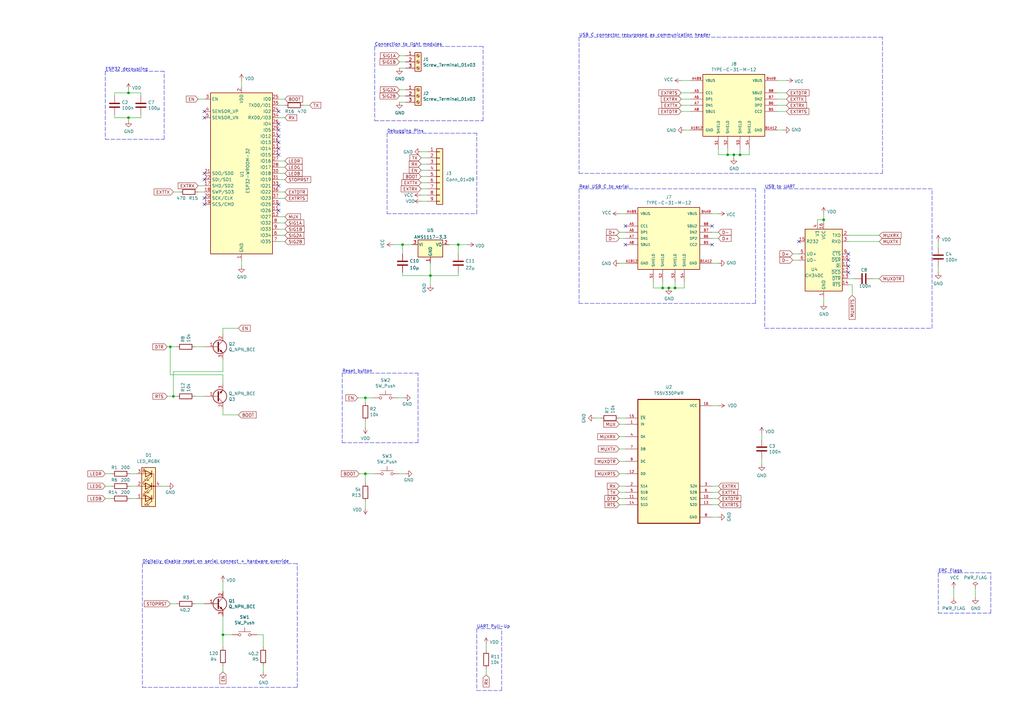
<source format=kicad_sch>
(kicad_sch (version 20211123) (generator eeschema)

  (uuid 9baf7b1e-44a0-4262-8221-97a2fa15d5e8)

  (paper "A3")

  (title_block
    (title "Heliox Control")
    (date "2021-08-10")
    (rev "v00")
    (comment 4 "Author: GHOSCHT")
  )

  (lib_symbols
    (symbol "Connector:Screw_Terminal_01x03" (pin_names (offset 1.016) hide) (in_bom yes) (on_board yes)
      (property "Reference" "J" (id 0) (at 0 5.08 0)
        (effects (font (size 1.27 1.27)))
      )
      (property "Value" "Screw_Terminal_01x03" (id 1) (at 0 -5.08 0)
        (effects (font (size 1.27 1.27)))
      )
      (property "Footprint" "" (id 2) (at 0 0 0)
        (effects (font (size 1.27 1.27)) hide)
      )
      (property "Datasheet" "~" (id 3) (at 0 0 0)
        (effects (font (size 1.27 1.27)) hide)
      )
      (property "ki_keywords" "screw terminal" (id 4) (at 0 0 0)
        (effects (font (size 1.27 1.27)) hide)
      )
      (property "ki_description" "Generic screw terminal, single row, 01x03, script generated (kicad-library-utils/schlib/autogen/connector/)" (id 5) (at 0 0 0)
        (effects (font (size 1.27 1.27)) hide)
      )
      (property "ki_fp_filters" "TerminalBlock*:*" (id 6) (at 0 0 0)
        (effects (font (size 1.27 1.27)) hide)
      )
      (symbol "Screw_Terminal_01x03_1_1"
        (rectangle (start -1.27 3.81) (end 1.27 -3.81)
          (stroke (width 0.254) (type default) (color 0 0 0 0))
          (fill (type background))
        )
        (circle (center 0 -2.54) (radius 0.635)
          (stroke (width 0.1524) (type default) (color 0 0 0 0))
          (fill (type none))
        )
        (polyline
          (pts
            (xy -0.5334 -2.2098)
            (xy 0.3302 -3.048)
          )
          (stroke (width 0.1524) (type default) (color 0 0 0 0))
          (fill (type none))
        )
        (polyline
          (pts
            (xy -0.5334 0.3302)
            (xy 0.3302 -0.508)
          )
          (stroke (width 0.1524) (type default) (color 0 0 0 0))
          (fill (type none))
        )
        (polyline
          (pts
            (xy -0.5334 2.8702)
            (xy 0.3302 2.032)
          )
          (stroke (width 0.1524) (type default) (color 0 0 0 0))
          (fill (type none))
        )
        (polyline
          (pts
            (xy -0.3556 -2.032)
            (xy 0.508 -2.8702)
          )
          (stroke (width 0.1524) (type default) (color 0 0 0 0))
          (fill (type none))
        )
        (polyline
          (pts
            (xy -0.3556 0.508)
            (xy 0.508 -0.3302)
          )
          (stroke (width 0.1524) (type default) (color 0 0 0 0))
          (fill (type none))
        )
        (polyline
          (pts
            (xy -0.3556 3.048)
            (xy 0.508 2.2098)
          )
          (stroke (width 0.1524) (type default) (color 0 0 0 0))
          (fill (type none))
        )
        (circle (center 0 0) (radius 0.635)
          (stroke (width 0.1524) (type default) (color 0 0 0 0))
          (fill (type none))
        )
        (circle (center 0 2.54) (radius 0.635)
          (stroke (width 0.1524) (type default) (color 0 0 0 0))
          (fill (type none))
        )
        (pin passive line (at -5.08 2.54 0) (length 3.81)
          (name "Pin_1" (effects (font (size 1.27 1.27))))
          (number "1" (effects (font (size 1.27 1.27))))
        )
        (pin passive line (at -5.08 0 0) (length 3.81)
          (name "Pin_2" (effects (font (size 1.27 1.27))))
          (number "2" (effects (font (size 1.27 1.27))))
        )
        (pin passive line (at -5.08 -2.54 0) (length 3.81)
          (name "Pin_3" (effects (font (size 1.27 1.27))))
          (number "3" (effects (font (size 1.27 1.27))))
        )
      )
    )
    (symbol "Connector_Generic:Conn_01x09" (pin_names (offset 1.016) hide) (in_bom yes) (on_board yes)
      (property "Reference" "J" (id 0) (at 0 12.7 0)
        (effects (font (size 1.27 1.27)))
      )
      (property "Value" "Conn_01x09" (id 1) (at 0 -12.7 0)
        (effects (font (size 1.27 1.27)))
      )
      (property "Footprint" "" (id 2) (at 0 0 0)
        (effects (font (size 1.27 1.27)) hide)
      )
      (property "Datasheet" "~" (id 3) (at 0 0 0)
        (effects (font (size 1.27 1.27)) hide)
      )
      (property "ki_keywords" "connector" (id 4) (at 0 0 0)
        (effects (font (size 1.27 1.27)) hide)
      )
      (property "ki_description" "Generic connector, single row, 01x09, script generated (kicad-library-utils/schlib/autogen/connector/)" (id 5) (at 0 0 0)
        (effects (font (size 1.27 1.27)) hide)
      )
      (property "ki_fp_filters" "Connector*:*_1x??_*" (id 6) (at 0 0 0)
        (effects (font (size 1.27 1.27)) hide)
      )
      (symbol "Conn_01x09_1_1"
        (rectangle (start -1.27 -10.033) (end 0 -10.287)
          (stroke (width 0.1524) (type default) (color 0 0 0 0))
          (fill (type none))
        )
        (rectangle (start -1.27 -7.493) (end 0 -7.747)
          (stroke (width 0.1524) (type default) (color 0 0 0 0))
          (fill (type none))
        )
        (rectangle (start -1.27 -4.953) (end 0 -5.207)
          (stroke (width 0.1524) (type default) (color 0 0 0 0))
          (fill (type none))
        )
        (rectangle (start -1.27 -2.413) (end 0 -2.667)
          (stroke (width 0.1524) (type default) (color 0 0 0 0))
          (fill (type none))
        )
        (rectangle (start -1.27 0.127) (end 0 -0.127)
          (stroke (width 0.1524) (type default) (color 0 0 0 0))
          (fill (type none))
        )
        (rectangle (start -1.27 2.667) (end 0 2.413)
          (stroke (width 0.1524) (type default) (color 0 0 0 0))
          (fill (type none))
        )
        (rectangle (start -1.27 5.207) (end 0 4.953)
          (stroke (width 0.1524) (type default) (color 0 0 0 0))
          (fill (type none))
        )
        (rectangle (start -1.27 7.747) (end 0 7.493)
          (stroke (width 0.1524) (type default) (color 0 0 0 0))
          (fill (type none))
        )
        (rectangle (start -1.27 10.287) (end 0 10.033)
          (stroke (width 0.1524) (type default) (color 0 0 0 0))
          (fill (type none))
        )
        (rectangle (start -1.27 11.43) (end 1.27 -11.43)
          (stroke (width 0.254) (type default) (color 0 0 0 0))
          (fill (type background))
        )
        (pin passive line (at -5.08 10.16 0) (length 3.81)
          (name "Pin_1" (effects (font (size 1.27 1.27))))
          (number "1" (effects (font (size 1.27 1.27))))
        )
        (pin passive line (at -5.08 7.62 0) (length 3.81)
          (name "Pin_2" (effects (font (size 1.27 1.27))))
          (number "2" (effects (font (size 1.27 1.27))))
        )
        (pin passive line (at -5.08 5.08 0) (length 3.81)
          (name "Pin_3" (effects (font (size 1.27 1.27))))
          (number "3" (effects (font (size 1.27 1.27))))
        )
        (pin passive line (at -5.08 2.54 0) (length 3.81)
          (name "Pin_4" (effects (font (size 1.27 1.27))))
          (number "4" (effects (font (size 1.27 1.27))))
        )
        (pin passive line (at -5.08 0 0) (length 3.81)
          (name "Pin_5" (effects (font (size 1.27 1.27))))
          (number "5" (effects (font (size 1.27 1.27))))
        )
        (pin passive line (at -5.08 -2.54 0) (length 3.81)
          (name "Pin_6" (effects (font (size 1.27 1.27))))
          (number "6" (effects (font (size 1.27 1.27))))
        )
        (pin passive line (at -5.08 -5.08 0) (length 3.81)
          (name "Pin_7" (effects (font (size 1.27 1.27))))
          (number "7" (effects (font (size 1.27 1.27))))
        )
        (pin passive line (at -5.08 -7.62 0) (length 3.81)
          (name "Pin_8" (effects (font (size 1.27 1.27))))
          (number "8" (effects (font (size 1.27 1.27))))
        )
        (pin passive line (at -5.08 -10.16 0) (length 3.81)
          (name "Pin_9" (effects (font (size 1.27 1.27))))
          (number "9" (effects (font (size 1.27 1.27))))
        )
      )
    )
    (symbol "Device:C" (pin_numbers hide) (pin_names (offset 0.254)) (in_bom yes) (on_board yes)
      (property "Reference" "C" (id 0) (at 0.635 2.54 0)
        (effects (font (size 1.27 1.27)) (justify left))
      )
      (property "Value" "C" (id 1) (at 0.635 -2.54 0)
        (effects (font (size 1.27 1.27)) (justify left))
      )
      (property "Footprint" "" (id 2) (at 0.9652 -3.81 0)
        (effects (font (size 1.27 1.27)) hide)
      )
      (property "Datasheet" "~" (id 3) (at 0 0 0)
        (effects (font (size 1.27 1.27)) hide)
      )
      (property "ki_keywords" "cap capacitor" (id 4) (at 0 0 0)
        (effects (font (size 1.27 1.27)) hide)
      )
      (property "ki_description" "Unpolarized capacitor" (id 5) (at 0 0 0)
        (effects (font (size 1.27 1.27)) hide)
      )
      (property "ki_fp_filters" "C_*" (id 6) (at 0 0 0)
        (effects (font (size 1.27 1.27)) hide)
      )
      (symbol "C_0_1"
        (polyline
          (pts
            (xy -2.032 -0.762)
            (xy 2.032 -0.762)
          )
          (stroke (width 0.508) (type default) (color 0 0 0 0))
          (fill (type none))
        )
        (polyline
          (pts
            (xy -2.032 0.762)
            (xy 2.032 0.762)
          )
          (stroke (width 0.508) (type default) (color 0 0 0 0))
          (fill (type none))
        )
      )
      (symbol "C_1_1"
        (pin passive line (at 0 3.81 270) (length 2.794)
          (name "~" (effects (font (size 1.27 1.27))))
          (number "1" (effects (font (size 1.27 1.27))))
        )
        (pin passive line (at 0 -3.81 90) (length 2.794)
          (name "~" (effects (font (size 1.27 1.27))))
          (number "2" (effects (font (size 1.27 1.27))))
        )
      )
    )
    (symbol "Device:LED_RGBK" (pin_names (offset 0) hide) (in_bom yes) (on_board yes)
      (property "Reference" "D" (id 0) (at 0 9.398 0)
        (effects (font (size 1.27 1.27)))
      )
      (property "Value" "LED_RGBK" (id 1) (at 0 -8.89 0)
        (effects (font (size 1.27 1.27)))
      )
      (property "Footprint" "" (id 2) (at 0 -1.27 0)
        (effects (font (size 1.27 1.27)) hide)
      )
      (property "Datasheet" "~" (id 3) (at 0 -1.27 0)
        (effects (font (size 1.27 1.27)) hide)
      )
      (property "ki_keywords" "LED RGB diode" (id 4) (at 0 0 0)
        (effects (font (size 1.27 1.27)) hide)
      )
      (property "ki_description" "RGB LED, red/green/blue/cathode" (id 5) (at 0 0 0)
        (effects (font (size 1.27 1.27)) hide)
      )
      (property "ki_fp_filters" "LED* LED_SMD:* LED_THT:*" (id 6) (at 0 0 0)
        (effects (font (size 1.27 1.27)) hide)
      )
      (symbol "LED_RGBK_0_0"
        (text "B" (at 1.905 -6.35 0)
          (effects (font (size 1.27 1.27)))
        )
        (text "G" (at 1.905 -1.27 0)
          (effects (font (size 1.27 1.27)))
        )
        (text "R" (at 1.905 3.81 0)
          (effects (font (size 1.27 1.27)))
        )
      )
      (symbol "LED_RGBK_0_1"
        (circle (center -2.032 0) (radius 0.254)
          (stroke (width 0) (type default) (color 0 0 0 0))
          (fill (type outline))
        )
        (polyline
          (pts
            (xy -1.27 -5.08)
            (xy 1.27 -5.08)
          )
          (stroke (width 0) (type default) (color 0 0 0 0))
          (fill (type none))
        )
        (polyline
          (pts
            (xy -1.27 -3.81)
            (xy -1.27 -6.35)
          )
          (stroke (width 0.254) (type default) (color 0 0 0 0))
          (fill (type none))
        )
        (polyline
          (pts
            (xy -1.27 0)
            (xy -2.54 0)
          )
          (stroke (width 0) (type default) (color 0 0 0 0))
          (fill (type none))
        )
        (polyline
          (pts
            (xy -1.27 1.27)
            (xy -1.27 -1.27)
          )
          (stroke (width 0.254) (type default) (color 0 0 0 0))
          (fill (type none))
        )
        (polyline
          (pts
            (xy -1.27 5.08)
            (xy 1.27 5.08)
          )
          (stroke (width 0) (type default) (color 0 0 0 0))
          (fill (type none))
        )
        (polyline
          (pts
            (xy -1.27 6.35)
            (xy -1.27 3.81)
          )
          (stroke (width 0.254) (type default) (color 0 0 0 0))
          (fill (type none))
        )
        (polyline
          (pts
            (xy 1.27 -5.08)
            (xy 2.54 -5.08)
          )
          (stroke (width 0) (type default) (color 0 0 0 0))
          (fill (type none))
        )
        (polyline
          (pts
            (xy 1.27 0)
            (xy -1.27 0)
          )
          (stroke (width 0) (type default) (color 0 0 0 0))
          (fill (type none))
        )
        (polyline
          (pts
            (xy 1.27 0)
            (xy 2.54 0)
          )
          (stroke (width 0) (type default) (color 0 0 0 0))
          (fill (type none))
        )
        (polyline
          (pts
            (xy 1.27 5.08)
            (xy 2.54 5.08)
          )
          (stroke (width 0) (type default) (color 0 0 0 0))
          (fill (type none))
        )
        (polyline
          (pts
            (xy -1.27 1.27)
            (xy -1.27 -1.27)
            (xy -1.27 -1.27)
          )
          (stroke (width 0) (type default) (color 0 0 0 0))
          (fill (type none))
        )
        (polyline
          (pts
            (xy -1.27 6.35)
            (xy -1.27 3.81)
            (xy -1.27 3.81)
          )
          (stroke (width 0) (type default) (color 0 0 0 0))
          (fill (type none))
        )
        (polyline
          (pts
            (xy -1.27 5.08)
            (xy -2.032 5.08)
            (xy -2.032 -5.08)
            (xy -1.016 -5.08)
          )
          (stroke (width 0) (type default) (color 0 0 0 0))
          (fill (type none))
        )
        (polyline
          (pts
            (xy 1.27 -3.81)
            (xy 1.27 -6.35)
            (xy -1.27 -5.08)
            (xy 1.27 -3.81)
          )
          (stroke (width 0.254) (type default) (color 0 0 0 0))
          (fill (type none))
        )
        (polyline
          (pts
            (xy 1.27 1.27)
            (xy 1.27 -1.27)
            (xy -1.27 0)
            (xy 1.27 1.27)
          )
          (stroke (width 0.254) (type default) (color 0 0 0 0))
          (fill (type none))
        )
        (polyline
          (pts
            (xy 1.27 6.35)
            (xy 1.27 3.81)
            (xy -1.27 5.08)
            (xy 1.27 6.35)
          )
          (stroke (width 0.254) (type default) (color 0 0 0 0))
          (fill (type none))
        )
        (polyline
          (pts
            (xy -1.016 -3.81)
            (xy 0.508 -2.286)
            (xy -0.254 -2.286)
            (xy 0.508 -2.286)
            (xy 0.508 -3.048)
          )
          (stroke (width 0) (type default) (color 0 0 0 0))
          (fill (type none))
        )
        (polyline
          (pts
            (xy -1.016 1.27)
            (xy 0.508 2.794)
            (xy -0.254 2.794)
            (xy 0.508 2.794)
            (xy 0.508 2.032)
          )
          (stroke (width 0) (type default) (color 0 0 0 0))
          (fill (type none))
        )
        (polyline
          (pts
            (xy -1.016 6.35)
            (xy 0.508 7.874)
            (xy -0.254 7.874)
            (xy 0.508 7.874)
            (xy 0.508 7.112)
          )
          (stroke (width 0) (type default) (color 0 0 0 0))
          (fill (type none))
        )
        (polyline
          (pts
            (xy 0 -3.81)
            (xy 1.524 -2.286)
            (xy 0.762 -2.286)
            (xy 1.524 -2.286)
            (xy 1.524 -3.048)
          )
          (stroke (width 0) (type default) (color 0 0 0 0))
          (fill (type none))
        )
        (polyline
          (pts
            (xy 0 1.27)
            (xy 1.524 2.794)
            (xy 0.762 2.794)
            (xy 1.524 2.794)
            (xy 1.524 2.032)
          )
          (stroke (width 0) (type default) (color 0 0 0 0))
          (fill (type none))
        )
        (polyline
          (pts
            (xy 0 6.35)
            (xy 1.524 7.874)
            (xy 0.762 7.874)
            (xy 1.524 7.874)
            (xy 1.524 7.112)
          )
          (stroke (width 0) (type default) (color 0 0 0 0))
          (fill (type none))
        )
        (rectangle (start 1.27 -1.27) (end 1.27 1.27)
          (stroke (width 0) (type default) (color 0 0 0 0))
          (fill (type none))
        )
        (rectangle (start 1.27 1.27) (end 1.27 1.27)
          (stroke (width 0) (type default) (color 0 0 0 0))
          (fill (type none))
        )
        (rectangle (start 1.27 3.81) (end 1.27 6.35)
          (stroke (width 0) (type default) (color 0 0 0 0))
          (fill (type none))
        )
        (rectangle (start 1.27 6.35) (end 1.27 6.35)
          (stroke (width 0) (type default) (color 0 0 0 0))
          (fill (type none))
        )
        (rectangle (start 2.794 8.382) (end -2.794 -7.62)
          (stroke (width 0.254) (type default) (color 0 0 0 0))
          (fill (type background))
        )
      )
      (symbol "LED_RGBK_1_1"
        (pin passive line (at 5.08 5.08 180) (length 2.54)
          (name "RA" (effects (font (size 1.27 1.27))))
          (number "1" (effects (font (size 1.27 1.27))))
        )
        (pin passive line (at 5.08 0 180) (length 2.54)
          (name "GA" (effects (font (size 1.27 1.27))))
          (number "2" (effects (font (size 1.27 1.27))))
        )
        (pin passive line (at 5.08 -5.08 180) (length 2.54)
          (name "BA" (effects (font (size 1.27 1.27))))
          (number "3" (effects (font (size 1.27 1.27))))
        )
        (pin passive line (at -5.08 0 0) (length 2.54)
          (name "K" (effects (font (size 1.27 1.27))))
          (number "4" (effects (font (size 1.27 1.27))))
        )
      )
    )
    (symbol "Device:Q_NPN_BCE" (pin_names (offset 0) hide) (in_bom yes) (on_board yes)
      (property "Reference" "Q" (id 0) (at 5.08 1.27 0)
        (effects (font (size 1.27 1.27)) (justify left))
      )
      (property "Value" "Q_NPN_BCE" (id 1) (at 5.08 -1.27 0)
        (effects (font (size 1.27 1.27)) (justify left))
      )
      (property "Footprint" "" (id 2) (at 5.08 2.54 0)
        (effects (font (size 1.27 1.27)) hide)
      )
      (property "Datasheet" "~" (id 3) (at 0 0 0)
        (effects (font (size 1.27 1.27)) hide)
      )
      (property "ki_keywords" "transistor NPN" (id 4) (at 0 0 0)
        (effects (font (size 1.27 1.27)) hide)
      )
      (property "ki_description" "NPN transistor, base/collector/emitter" (id 5) (at 0 0 0)
        (effects (font (size 1.27 1.27)) hide)
      )
      (symbol "Q_NPN_BCE_0_1"
        (polyline
          (pts
            (xy 0.635 0.635)
            (xy 2.54 2.54)
          )
          (stroke (width 0) (type default) (color 0 0 0 0))
          (fill (type none))
        )
        (polyline
          (pts
            (xy 0.635 -0.635)
            (xy 2.54 -2.54)
            (xy 2.54 -2.54)
          )
          (stroke (width 0) (type default) (color 0 0 0 0))
          (fill (type none))
        )
        (polyline
          (pts
            (xy 0.635 1.905)
            (xy 0.635 -1.905)
            (xy 0.635 -1.905)
          )
          (stroke (width 0.508) (type default) (color 0 0 0 0))
          (fill (type none))
        )
        (polyline
          (pts
            (xy 1.27 -1.778)
            (xy 1.778 -1.27)
            (xy 2.286 -2.286)
            (xy 1.27 -1.778)
            (xy 1.27 -1.778)
          )
          (stroke (width 0) (type default) (color 0 0 0 0))
          (fill (type outline))
        )
        (circle (center 1.27 0) (radius 2.8194)
          (stroke (width 0.254) (type default) (color 0 0 0 0))
          (fill (type none))
        )
      )
      (symbol "Q_NPN_BCE_1_1"
        (pin input line (at -5.08 0 0) (length 5.715)
          (name "B" (effects (font (size 1.27 1.27))))
          (number "1" (effects (font (size 1.27 1.27))))
        )
        (pin passive line (at 2.54 5.08 270) (length 2.54)
          (name "C" (effects (font (size 1.27 1.27))))
          (number "2" (effects (font (size 1.27 1.27))))
        )
        (pin passive line (at 2.54 -5.08 90) (length 2.54)
          (name "E" (effects (font (size 1.27 1.27))))
          (number "3" (effects (font (size 1.27 1.27))))
        )
      )
    )
    (symbol "Device:R" (pin_numbers hide) (pin_names (offset 0)) (in_bom yes) (on_board yes)
      (property "Reference" "R" (id 0) (at 2.032 0 90)
        (effects (font (size 1.27 1.27)))
      )
      (property "Value" "R" (id 1) (at 0 0 90)
        (effects (font (size 1.27 1.27)))
      )
      (property "Footprint" "" (id 2) (at -1.778 0 90)
        (effects (font (size 1.27 1.27)) hide)
      )
      (property "Datasheet" "~" (id 3) (at 0 0 0)
        (effects (font (size 1.27 1.27)) hide)
      )
      (property "ki_keywords" "R res resistor" (id 4) (at 0 0 0)
        (effects (font (size 1.27 1.27)) hide)
      )
      (property "ki_description" "Resistor" (id 5) (at 0 0 0)
        (effects (font (size 1.27 1.27)) hide)
      )
      (property "ki_fp_filters" "R_*" (id 6) (at 0 0 0)
        (effects (font (size 1.27 1.27)) hide)
      )
      (symbol "R_0_1"
        (rectangle (start -1.016 -2.54) (end 1.016 2.54)
          (stroke (width 0.254) (type default) (color 0 0 0 0))
          (fill (type none))
        )
      )
      (symbol "R_1_1"
        (pin passive line (at 0 3.81 270) (length 1.27)
          (name "~" (effects (font (size 1.27 1.27))))
          (number "1" (effects (font (size 1.27 1.27))))
        )
        (pin passive line (at 0 -3.81 90) (length 1.27)
          (name "~" (effects (font (size 1.27 1.27))))
          (number "2" (effects (font (size 1.27 1.27))))
        )
      )
    )
    (symbol "Interface_USB:CH340C" (in_bom yes) (on_board yes)
      (property "Reference" "U" (id 0) (at -5.08 13.97 0)
        (effects (font (size 1.27 1.27)) (justify right))
      )
      (property "Value" "CH340C" (id 1) (at 1.27 13.97 0)
        (effects (font (size 1.27 1.27)) (justify left))
      )
      (property "Footprint" "Package_SO:SOIC-16_3.9x9.9mm_P1.27mm" (id 2) (at 1.27 -13.97 0)
        (effects (font (size 1.27 1.27)) (justify left) hide)
      )
      (property "Datasheet" "https://datasheet.lcsc.com/szlcsc/Jiangsu-Qin-Heng-CH340C_C84681.pdf" (id 3) (at -8.89 20.32 0)
        (effects (font (size 1.27 1.27)) hide)
      )
      (property "ki_keywords" "USB UART Serial Converter Interface" (id 4) (at 0 0 0)
        (effects (font (size 1.27 1.27)) hide)
      )
      (property "ki_description" "USB serial converter, UART, SOIC-16" (id 5) (at 0 0 0)
        (effects (font (size 1.27 1.27)) hide)
      )
      (property "ki_fp_filters" "SOIC*3.9x9.9mm*P1.27mm*" (id 6) (at 0 0 0)
        (effects (font (size 1.27 1.27)) hide)
      )
      (symbol "CH340C_0_1"
        (rectangle (start -7.62 12.7) (end 7.62 -12.7)
          (stroke (width 0.254) (type default) (color 0 0 0 0))
          (fill (type background))
        )
      )
      (symbol "CH340C_1_1"
        (pin power_in line (at 0 -15.24 90) (length 2.54)
          (name "GND" (effects (font (size 1.27 1.27))))
          (number "1" (effects (font (size 1.27 1.27))))
        )
        (pin input line (at 10.16 0 180) (length 2.54)
          (name "~{DSR}" (effects (font (size 1.27 1.27))))
          (number "10" (effects (font (size 1.27 1.27))))
        )
        (pin input line (at 10.16 -2.54 180) (length 2.54)
          (name "~{RI}" (effects (font (size 1.27 1.27))))
          (number "11" (effects (font (size 1.27 1.27))))
        )
        (pin input line (at 10.16 -5.08 180) (length 2.54)
          (name "~{DCD}" (effects (font (size 1.27 1.27))))
          (number "12" (effects (font (size 1.27 1.27))))
        )
        (pin output line (at 10.16 -7.62 180) (length 2.54)
          (name "~{DTR}" (effects (font (size 1.27 1.27))))
          (number "13" (effects (font (size 1.27 1.27))))
        )
        (pin output line (at 10.16 -10.16 180) (length 2.54)
          (name "~{RTS}" (effects (font (size 1.27 1.27))))
          (number "14" (effects (font (size 1.27 1.27))))
        )
        (pin input line (at -10.16 7.62 0) (length 2.54)
          (name "R232" (effects (font (size 1.27 1.27))))
          (number "15" (effects (font (size 1.27 1.27))))
        )
        (pin power_in line (at 0 15.24 270) (length 2.54)
          (name "VCC" (effects (font (size 1.27 1.27))))
          (number "16" (effects (font (size 1.27 1.27))))
        )
        (pin output line (at 10.16 10.16 180) (length 2.54)
          (name "TXD" (effects (font (size 1.27 1.27))))
          (number "2" (effects (font (size 1.27 1.27))))
        )
        (pin input line (at 10.16 7.62 180) (length 2.54)
          (name "RXD" (effects (font (size 1.27 1.27))))
          (number "3" (effects (font (size 1.27 1.27))))
        )
        (pin passive line (at -2.54 15.24 270) (length 2.54)
          (name "V3" (effects (font (size 1.27 1.27))))
          (number "4" (effects (font (size 1.27 1.27))))
        )
        (pin bidirectional line (at -10.16 2.54 0) (length 2.54)
          (name "UD+" (effects (font (size 1.27 1.27))))
          (number "5" (effects (font (size 1.27 1.27))))
        )
        (pin bidirectional line (at -10.16 0 0) (length 2.54)
          (name "UD-" (effects (font (size 1.27 1.27))))
          (number "6" (effects (font (size 1.27 1.27))))
        )
        (pin no_connect line (at -7.62 -7.62 0) (length 2.54) hide
          (name "NC" (effects (font (size 1.27 1.27))))
          (number "7" (effects (font (size 1.27 1.27))))
        )
        (pin no_connect line (at -7.62 -10.16 0) (length 2.54) hide
          (name "NC" (effects (font (size 1.27 1.27))))
          (number "8" (effects (font (size 1.27 1.27))))
        )
        (pin input line (at 10.16 2.54 180) (length 2.54)
          (name "~{CTS}" (effects (font (size 1.27 1.27))))
          (number "9" (effects (font (size 1.27 1.27))))
        )
      )
    )
    (symbol "RF_Module:ESP32-WROOM-32" (in_bom yes) (on_board yes)
      (property "Reference" "U" (id 0) (at -12.7 34.29 0)
        (effects (font (size 1.27 1.27)) (justify left))
      )
      (property "Value" "ESP32-WROOM-32" (id 1) (at 1.27 34.29 0)
        (effects (font (size 1.27 1.27)) (justify left))
      )
      (property "Footprint" "RF_Module:ESP32-WROOM-32" (id 2) (at 0 -38.1 0)
        (effects (font (size 1.27 1.27)) hide)
      )
      (property "Datasheet" "https://www.espressif.com/sites/default/files/documentation/esp32-wroom-32_datasheet_en.pdf" (id 3) (at -7.62 1.27 0)
        (effects (font (size 1.27 1.27)) hide)
      )
      (property "ki_keywords" "RF Radio BT ESP ESP32 Espressif onboard PCB antenna" (id 4) (at 0 0 0)
        (effects (font (size 1.27 1.27)) hide)
      )
      (property "ki_description" "RF Module, ESP32-D0WDQ6 SoC, Wi-Fi 802.11b/g/n, Bluetooth, BLE, 32-bit, 2.7-3.6V, onboard antenna, SMD" (id 5) (at 0 0 0)
        (effects (font (size 1.27 1.27)) hide)
      )
      (property "ki_fp_filters" "ESP32?WROOM?32*" (id 6) (at 0 0 0)
        (effects (font (size 1.27 1.27)) hide)
      )
      (symbol "ESP32-WROOM-32_0_1"
        (rectangle (start -12.7 33.02) (end 12.7 -33.02)
          (stroke (width 0.254) (type default) (color 0 0 0 0))
          (fill (type background))
        )
      )
      (symbol "ESP32-WROOM-32_1_1"
        (pin power_in line (at 0 -35.56 90) (length 2.54)
          (name "GND" (effects (font (size 1.27 1.27))))
          (number "1" (effects (font (size 1.27 1.27))))
        )
        (pin bidirectional line (at 15.24 -12.7 180) (length 2.54)
          (name "IO25" (effects (font (size 1.27 1.27))))
          (number "10" (effects (font (size 1.27 1.27))))
        )
        (pin bidirectional line (at 15.24 -15.24 180) (length 2.54)
          (name "IO26" (effects (font (size 1.27 1.27))))
          (number "11" (effects (font (size 1.27 1.27))))
        )
        (pin bidirectional line (at 15.24 -17.78 180) (length 2.54)
          (name "IO27" (effects (font (size 1.27 1.27))))
          (number "12" (effects (font (size 1.27 1.27))))
        )
        (pin bidirectional line (at 15.24 10.16 180) (length 2.54)
          (name "IO14" (effects (font (size 1.27 1.27))))
          (number "13" (effects (font (size 1.27 1.27))))
        )
        (pin bidirectional line (at 15.24 15.24 180) (length 2.54)
          (name "IO12" (effects (font (size 1.27 1.27))))
          (number "14" (effects (font (size 1.27 1.27))))
        )
        (pin passive line (at 0 -35.56 90) (length 2.54) hide
          (name "GND" (effects (font (size 1.27 1.27))))
          (number "15" (effects (font (size 1.27 1.27))))
        )
        (pin bidirectional line (at 15.24 12.7 180) (length 2.54)
          (name "IO13" (effects (font (size 1.27 1.27))))
          (number "16" (effects (font (size 1.27 1.27))))
        )
        (pin bidirectional line (at -15.24 -5.08 0) (length 2.54)
          (name "SHD/SD2" (effects (font (size 1.27 1.27))))
          (number "17" (effects (font (size 1.27 1.27))))
        )
        (pin bidirectional line (at -15.24 -7.62 0) (length 2.54)
          (name "SWP/SD3" (effects (font (size 1.27 1.27))))
          (number "18" (effects (font (size 1.27 1.27))))
        )
        (pin bidirectional line (at -15.24 -12.7 0) (length 2.54)
          (name "SCS/CMD" (effects (font (size 1.27 1.27))))
          (number "19" (effects (font (size 1.27 1.27))))
        )
        (pin power_in line (at 0 35.56 270) (length 2.54)
          (name "VDD" (effects (font (size 1.27 1.27))))
          (number "2" (effects (font (size 1.27 1.27))))
        )
        (pin bidirectional line (at -15.24 -10.16 0) (length 2.54)
          (name "SCK/CLK" (effects (font (size 1.27 1.27))))
          (number "20" (effects (font (size 1.27 1.27))))
        )
        (pin bidirectional line (at -15.24 0 0) (length 2.54)
          (name "SDO/SD0" (effects (font (size 1.27 1.27))))
          (number "21" (effects (font (size 1.27 1.27))))
        )
        (pin bidirectional line (at -15.24 -2.54 0) (length 2.54)
          (name "SDI/SD1" (effects (font (size 1.27 1.27))))
          (number "22" (effects (font (size 1.27 1.27))))
        )
        (pin bidirectional line (at 15.24 7.62 180) (length 2.54)
          (name "IO15" (effects (font (size 1.27 1.27))))
          (number "23" (effects (font (size 1.27 1.27))))
        )
        (pin bidirectional line (at 15.24 25.4 180) (length 2.54)
          (name "IO2" (effects (font (size 1.27 1.27))))
          (number "24" (effects (font (size 1.27 1.27))))
        )
        (pin bidirectional line (at 15.24 30.48 180) (length 2.54)
          (name "IO0" (effects (font (size 1.27 1.27))))
          (number "25" (effects (font (size 1.27 1.27))))
        )
        (pin bidirectional line (at 15.24 20.32 180) (length 2.54)
          (name "IO4" (effects (font (size 1.27 1.27))))
          (number "26" (effects (font (size 1.27 1.27))))
        )
        (pin bidirectional line (at 15.24 5.08 180) (length 2.54)
          (name "IO16" (effects (font (size 1.27 1.27))))
          (number "27" (effects (font (size 1.27 1.27))))
        )
        (pin bidirectional line (at 15.24 2.54 180) (length 2.54)
          (name "IO17" (effects (font (size 1.27 1.27))))
          (number "28" (effects (font (size 1.27 1.27))))
        )
        (pin bidirectional line (at 15.24 17.78 180) (length 2.54)
          (name "IO5" (effects (font (size 1.27 1.27))))
          (number "29" (effects (font (size 1.27 1.27))))
        )
        (pin input line (at -15.24 30.48 0) (length 2.54)
          (name "EN" (effects (font (size 1.27 1.27))))
          (number "3" (effects (font (size 1.27 1.27))))
        )
        (pin bidirectional line (at 15.24 0 180) (length 2.54)
          (name "IO18" (effects (font (size 1.27 1.27))))
          (number "30" (effects (font (size 1.27 1.27))))
        )
        (pin bidirectional line (at 15.24 -2.54 180) (length 2.54)
          (name "IO19" (effects (font (size 1.27 1.27))))
          (number "31" (effects (font (size 1.27 1.27))))
        )
        (pin no_connect line (at -12.7 -27.94 0) (length 2.54) hide
          (name "NC" (effects (font (size 1.27 1.27))))
          (number "32" (effects (font (size 1.27 1.27))))
        )
        (pin bidirectional line (at 15.24 -5.08 180) (length 2.54)
          (name "IO21" (effects (font (size 1.27 1.27))))
          (number "33" (effects (font (size 1.27 1.27))))
        )
        (pin bidirectional line (at 15.24 22.86 180) (length 2.54)
          (name "RXD0/IO3" (effects (font (size 1.27 1.27))))
          (number "34" (effects (font (size 1.27 1.27))))
        )
        (pin bidirectional line (at 15.24 27.94 180) (length 2.54)
          (name "TXD0/IO1" (effects (font (size 1.27 1.27))))
          (number "35" (effects (font (size 1.27 1.27))))
        )
        (pin bidirectional line (at 15.24 -7.62 180) (length 2.54)
          (name "IO22" (effects (font (size 1.27 1.27))))
          (number "36" (effects (font (size 1.27 1.27))))
        )
        (pin bidirectional line (at 15.24 -10.16 180) (length 2.54)
          (name "IO23" (effects (font (size 1.27 1.27))))
          (number "37" (effects (font (size 1.27 1.27))))
        )
        (pin passive line (at 0 -35.56 90) (length 2.54) hide
          (name "GND" (effects (font (size 1.27 1.27))))
          (number "38" (effects (font (size 1.27 1.27))))
        )
        (pin passive line (at 0 -35.56 90) (length 2.54) hide
          (name "GND" (effects (font (size 1.27 1.27))))
          (number "39" (effects (font (size 1.27 1.27))))
        )
        (pin input line (at -15.24 25.4 0) (length 2.54)
          (name "SENSOR_VP" (effects (font (size 1.27 1.27))))
          (number "4" (effects (font (size 1.27 1.27))))
        )
        (pin input line (at -15.24 22.86 0) (length 2.54)
          (name "SENSOR_VN" (effects (font (size 1.27 1.27))))
          (number "5" (effects (font (size 1.27 1.27))))
        )
        (pin input line (at 15.24 -25.4 180) (length 2.54)
          (name "IO34" (effects (font (size 1.27 1.27))))
          (number "6" (effects (font (size 1.27 1.27))))
        )
        (pin input line (at 15.24 -27.94 180) (length 2.54)
          (name "IO35" (effects (font (size 1.27 1.27))))
          (number "7" (effects (font (size 1.27 1.27))))
        )
        (pin bidirectional line (at 15.24 -20.32 180) (length 2.54)
          (name "IO32" (effects (font (size 1.27 1.27))))
          (number "8" (effects (font (size 1.27 1.27))))
        )
        (pin bidirectional line (at 15.24 -22.86 180) (length 2.54)
          (name "IO33" (effects (font (size 1.27 1.27))))
          (number "9" (effects (font (size 1.27 1.27))))
        )
      )
    )
    (symbol "Regulator_Linear:AMS1117-3.3" (pin_names (offset 0.254)) (in_bom yes) (on_board yes)
      (property "Reference" "U" (id 0) (at -3.81 3.175 0)
        (effects (font (size 1.27 1.27)))
      )
      (property "Value" "AMS1117-3.3" (id 1) (at 0 3.175 0)
        (effects (font (size 1.27 1.27)) (justify left))
      )
      (property "Footprint" "Package_TO_SOT_SMD:SOT-223-3_TabPin2" (id 2) (at 0 5.08 0)
        (effects (font (size 1.27 1.27)) hide)
      )
      (property "Datasheet" "http://www.advanced-monolithic.com/pdf/ds1117.pdf" (id 3) (at 2.54 -6.35 0)
        (effects (font (size 1.27 1.27)) hide)
      )
      (property "ki_keywords" "linear regulator ldo fixed positive" (id 4) (at 0 0 0)
        (effects (font (size 1.27 1.27)) hide)
      )
      (property "ki_description" "1A Low Dropout regulator, positive, 3.3V fixed output, SOT-223" (id 5) (at 0 0 0)
        (effects (font (size 1.27 1.27)) hide)
      )
      (property "ki_fp_filters" "SOT?223*TabPin2*" (id 6) (at 0 0 0)
        (effects (font (size 1.27 1.27)) hide)
      )
      (symbol "AMS1117-3.3_0_1"
        (rectangle (start -5.08 -5.08) (end 5.08 1.905)
          (stroke (width 0.254) (type default) (color 0 0 0 0))
          (fill (type background))
        )
      )
      (symbol "AMS1117-3.3_1_1"
        (pin power_in line (at 0 -7.62 90) (length 2.54)
          (name "GND" (effects (font (size 1.27 1.27))))
          (number "1" (effects (font (size 1.27 1.27))))
        )
        (pin power_out line (at 7.62 0 180) (length 2.54)
          (name "VO" (effects (font (size 1.27 1.27))))
          (number "2" (effects (font (size 1.27 1.27))))
        )
        (pin power_in line (at -7.62 0 0) (length 2.54)
          (name "VI" (effects (font (size 1.27 1.27))))
          (number "3" (effects (font (size 1.27 1.27))))
        )
      )
    )
    (symbol "Switch:SW_Push" (pin_numbers hide) (pin_names (offset 1.016) hide) (in_bom yes) (on_board yes)
      (property "Reference" "SW" (id 0) (at 1.27 2.54 0)
        (effects (font (size 1.27 1.27)) (justify left))
      )
      (property "Value" "SW_Push" (id 1) (at 0 -1.524 0)
        (effects (font (size 1.27 1.27)))
      )
      (property "Footprint" "" (id 2) (at 0 5.08 0)
        (effects (font (size 1.27 1.27)) hide)
      )
      (property "Datasheet" "~" (id 3) (at 0 5.08 0)
        (effects (font (size 1.27 1.27)) hide)
      )
      (property "ki_keywords" "switch normally-open pushbutton push-button" (id 4) (at 0 0 0)
        (effects (font (size 1.27 1.27)) hide)
      )
      (property "ki_description" "Push button switch, generic, two pins" (id 5) (at 0 0 0)
        (effects (font (size 1.27 1.27)) hide)
      )
      (symbol "SW_Push_0_1"
        (circle (center -2.032 0) (radius 0.508)
          (stroke (width 0) (type default) (color 0 0 0 0))
          (fill (type none))
        )
        (polyline
          (pts
            (xy 0 1.27)
            (xy 0 3.048)
          )
          (stroke (width 0) (type default) (color 0 0 0 0))
          (fill (type none))
        )
        (polyline
          (pts
            (xy 2.54 1.27)
            (xy -2.54 1.27)
          )
          (stroke (width 0) (type default) (color 0 0 0 0))
          (fill (type none))
        )
        (circle (center 2.032 0) (radius 0.508)
          (stroke (width 0) (type default) (color 0 0 0 0))
          (fill (type none))
        )
        (pin passive line (at -5.08 0 0) (length 2.54)
          (name "1" (effects (font (size 1.27 1.27))))
          (number "1" (effects (font (size 1.27 1.27))))
        )
        (pin passive line (at 5.08 0 180) (length 2.54)
          (name "2" (effects (font (size 1.27 1.27))))
          (number "2" (effects (font (size 1.27 1.27))))
        )
      )
    )
    (symbol "TS5V330PWR:TS5V330PWR" (pin_names (offset 1.016)) (in_bom yes) (on_board yes)
      (property "Reference" "U" (id 0) (at -12.7 26.3906 0)
        (effects (font (size 1.27 1.27)) (justify left bottom))
      )
      (property "Value" "TS5V330PWR" (id 1) (at -12.7 -29.3878 0)
        (effects (font (size 1.27 1.27)) (justify left bottom))
      )
      (property "Footprint" "SOP65P640X120-16N" (id 2) (at 0 0 0)
        (effects (font (size 1.27 1.27)) (justify left bottom) hide)
      )
      (property "Datasheet" "" (id 3) (at 0 0 0)
        (effects (font (size 1.27 1.27)) (justify left bottom) hide)
      )
      (property "ki_locked" "" (id 4) (at 0 0 0)
        (effects (font (size 1.27 1.27)))
      )
      (symbol "TS5V330PWR_0_0"
        (rectangle (start -12.7 -25.4) (end 12.7 25.4)
          (stroke (width 0.4064) (type default) (color 0 0 0 0))
          (fill (type background))
        )
        (pin input line (at -17.78 15.24 0) (length 5.08)
          (name "IN" (effects (font (size 1.016 1.016))))
          (number "1" (effects (font (size 1.016 1.016))))
        )
        (pin bidirectional line (at 17.78 -15.24 180) (length 5.08)
          (name "S2C" (effects (font (size 1.016 1.016))))
          (number "10" (effects (font (size 1.016 1.016))))
        )
        (pin bidirectional line (at -17.78 -15.24 0) (length 5.08)
          (name "S1C" (effects (font (size 1.016 1.016))))
          (number "11" (effects (font (size 1.016 1.016))))
        )
        (pin bidirectional line (at -17.78 -5.08 0) (length 5.08)
          (name "DD" (effects (font (size 1.016 1.016))))
          (number "12" (effects (font (size 1.016 1.016))))
        )
        (pin bidirectional line (at 17.78 -17.78 180) (length 5.08)
          (name "S2D" (effects (font (size 1.016 1.016))))
          (number "13" (effects (font (size 1.016 1.016))))
        )
        (pin bidirectional line (at -17.78 -17.78 0) (length 5.08)
          (name "S1D" (effects (font (size 1.016 1.016))))
          (number "14" (effects (font (size 1.016 1.016))))
        )
        (pin input line (at -17.78 17.78 0) (length 5.08)
          (name "~{EN}" (effects (font (size 1.016 1.016))))
          (number "15" (effects (font (size 1.016 1.016))))
        )
        (pin power_in line (at 17.78 22.86 180) (length 5.08)
          (name "VCC" (effects (font (size 1.016 1.016))))
          (number "16" (effects (font (size 1.016 1.016))))
        )
        (pin bidirectional line (at -17.78 -10.16 0) (length 5.08)
          (name "S1A" (effects (font (size 1.016 1.016))))
          (number "2" (effects (font (size 1.016 1.016))))
        )
        (pin bidirectional line (at 17.78 -10.16 180) (length 5.08)
          (name "S2A" (effects (font (size 1.016 1.016))))
          (number "3" (effects (font (size 1.016 1.016))))
        )
        (pin bidirectional line (at -17.78 10.16 0) (length 5.08)
          (name "DA" (effects (font (size 1.016 1.016))))
          (number "4" (effects (font (size 1.016 1.016))))
        )
        (pin bidirectional line (at -17.78 -12.7 0) (length 5.08)
          (name "S1B" (effects (font (size 1.016 1.016))))
          (number "5" (effects (font (size 1.016 1.016))))
        )
        (pin bidirectional line (at 17.78 -12.7 180) (length 5.08)
          (name "S2B" (effects (font (size 1.016 1.016))))
          (number "6" (effects (font (size 1.016 1.016))))
        )
        (pin bidirectional line (at -17.78 5.08 0) (length 5.08)
          (name "DB" (effects (font (size 1.016 1.016))))
          (number "7" (effects (font (size 1.016 1.016))))
        )
        (pin power_in line (at 17.78 -22.86 180) (length 5.08)
          (name "GND" (effects (font (size 1.016 1.016))))
          (number "8" (effects (font (size 1.016 1.016))))
        )
        (pin bidirectional line (at -17.78 0 0) (length 5.08)
          (name "DC" (effects (font (size 1.016 1.016))))
          (number "9" (effects (font (size 1.016 1.016))))
        )
      )
    )
    (symbol "TYPE-C-31-M-12:TYPE-C-31-M-12" (pin_names (offset 1.016)) (in_bom yes) (on_board yes)
      (property "Reference" "J" (id 0) (at -1.27 15.24 0)
        (effects (font (size 1.27 1.27)) (justify left bottom))
      )
      (property "Value" "TYPE-C-31-M-12" (id 1) (at -10.16 13.208 0)
        (effects (font (size 1.27 1.27)) (justify left bottom))
      )
      (property "Footprint" "HRO_TYPE-C-31-M-12" (id 2) (at 0 0 0)
        (effects (font (size 1.27 1.27)) (justify left bottom) hide)
      )
      (property "Datasheet" "" (id 3) (at 0 0 0)
        (effects (font (size 1.27 1.27)) (justify left bottom) hide)
      )
      (property "MAXIMUM_PACKAGE_HEIGHT" "3.31mm" (id 4) (at 0 0 0)
        (effects (font (size 1.27 1.27)) (justify left bottom) hide)
      )
      (property "STANDARD" "Manufacturer Recommendations" (id 5) (at 0 0 0)
        (effects (font (size 1.27 1.27)) (justify left bottom) hide)
      )
      (property "PARTREV" "A" (id 6) (at 0 0 0)
        (effects (font (size 1.27 1.27)) (justify left bottom) hide)
      )
      (property "MANUFACTURER" "HRO Electronics" (id 7) (at 0 0 0)
        (effects (font (size 1.27 1.27)) (justify left bottom) hide)
      )
      (property "ki_locked" "" (id 8) (at 0 0 0)
        (effects (font (size 1.27 1.27)))
      )
      (symbol "TYPE-C-31-M-12_0_0"
        (rectangle (start -12.7 -12.7) (end 12.7 12.7)
          (stroke (width 0.254) (type default) (color 0 0 0 0))
          (fill (type background))
        )
        (pin power_in line (at -17.78 -10.16 0) (length 5.08)
          (name "GND" (effects (font (size 1.016 1.016))))
          (number "A1B12" (effects (font (size 1.016 1.016))))
        )
        (pin power_in line (at -17.78 10.16 0) (length 5.08)
          (name "VBUS" (effects (font (size 1.016 1.016))))
          (number "A4B9" (effects (font (size 1.016 1.016))))
        )
        (pin bidirectional line (at -17.78 5.08 0) (length 5.08)
          (name "CC1" (effects (font (size 1.016 1.016))))
          (number "A5" (effects (font (size 1.016 1.016))))
        )
        (pin bidirectional line (at -17.78 2.54 0) (length 5.08)
          (name "DP1" (effects (font (size 1.016 1.016))))
          (number "A6" (effects (font (size 1.016 1.016))))
        )
        (pin bidirectional line (at -17.78 0 0) (length 5.08)
          (name "DN1" (effects (font (size 1.016 1.016))))
          (number "A7" (effects (font (size 1.016 1.016))))
        )
        (pin bidirectional line (at -17.78 -2.54 0) (length 5.08)
          (name "SBU1" (effects (font (size 1.016 1.016))))
          (number "A8" (effects (font (size 1.016 1.016))))
        )
        (pin power_in line (at 17.78 -10.16 180) (length 5.08)
          (name "GND" (effects (font (size 1.016 1.016))))
          (number "B1A12" (effects (font (size 1.016 1.016))))
        )
        (pin power_in line (at 17.78 10.16 180) (length 5.08)
          (name "VBUS" (effects (font (size 1.016 1.016))))
          (number "B4A9" (effects (font (size 1.016 1.016))))
        )
        (pin bidirectional line (at 17.78 -2.54 180) (length 5.08)
          (name "CC2" (effects (font (size 1.016 1.016))))
          (number "B5" (effects (font (size 1.016 1.016))))
        )
        (pin bidirectional line (at 17.78 0 180) (length 5.08)
          (name "DP2" (effects (font (size 1.016 1.016))))
          (number "B6" (effects (font (size 1.016 1.016))))
        )
        (pin bidirectional line (at 17.78 2.54 180) (length 5.08)
          (name "DN2" (effects (font (size 1.016 1.016))))
          (number "B7" (effects (font (size 1.016 1.016))))
        )
        (pin bidirectional line (at 17.78 5.08 180) (length 5.08)
          (name "SBU2" (effects (font (size 1.016 1.016))))
          (number "B8" (effects (font (size 1.016 1.016))))
        )
        (pin passive line (at -6.35 -17.78 90) (length 5.08)
          (name "SHIELD" (effects (font (size 1.016 1.016))))
          (number "S1" (effects (font (size 1.016 1.016))))
        )
        (pin passive line (at -2.54 -17.78 90) (length 5.08)
          (name "SHIELD" (effects (font (size 1.016 1.016))))
          (number "S2" (effects (font (size 1.016 1.016))))
        )
        (pin passive line (at 2.54 -17.78 90) (length 5.08)
          (name "SHIELD" (effects (font (size 1.016 1.016))))
          (number "S3" (effects (font (size 1.016 1.016))))
        )
        (pin passive line (at 6.35 -17.78 90) (length 5.08)
          (name "SHIELD" (effects (font (size 1.016 1.016))))
          (number "S4" (effects (font (size 1.016 1.016))))
        )
      )
    )
    (symbol "TYPE-C-31-M-12_1" (pin_names (offset 1.016)) (in_bom yes) (on_board yes)
      (property "Reference" "J8" (id 0) (at 0 16.9418 0)
        (effects (font (size 1.27 1.27)))
      )
      (property "Value" "TYPE-C-31-M-12_1" (id 1) (at 0 14.6304 0)
        (effects (font (size 1.27 1.27)))
      )
      (property "Footprint" "HRO_TYPE-C-31-M-12:HRO_TYPE-C-31-M-12" (id 2) (at 0 0 0)
        (effects (font (size 1.27 1.27)) (justify left bottom) hide)
      )
      (property "Datasheet" "https://datasheet.lcsc.com/lcsc/1811131825_Korean-Hroparts-Elec-TYPE-C-31-M-12_C165948.pdf" (id 3) (at 0 0 0)
        (effects (font (size 1.27 1.27)) (justify left bottom) hide)
      )
      (property "MAXIMUM_PACKAGE_HEIGHT" "3.31mm" (id 4) (at 0 0 0)
        (effects (font (size 1.27 1.27)) (justify left bottom) hide)
      )
      (property "STANDARD" "Manufacturer Recommendations" (id 5) (at 0 0 0)
        (effects (font (size 1.27 1.27)) (justify left bottom) hide)
      )
      (property "PARTREV" "A" (id 6) (at 0 0 0)
        (effects (font (size 1.27 1.27)) (justify left bottom) hide)
      )
      (property "MANUFACTURER" "HRO Electronics" (id 7) (at 0 0 0)
        (effects (font (size 1.27 1.27)) (justify left bottom) hide)
      )
      (property "ki_locked" "" (id 8) (at 0 0 0)
        (effects (font (size 1.27 1.27)))
      )
      (symbol "TYPE-C-31-M-12_1_0_0"
        (rectangle (start -12.7 -12.7) (end 12.7 12.7)
          (stroke (width 0.254) (type default) (color 0 0 0 0))
          (fill (type background))
        )
        (pin power_in line (at -17.78 -10.16 0) (length 5.08)
          (name "GND" (effects (font (size 1.016 1.016))))
          (number "A1B12" (effects (font (size 1.016 1.016))))
        )
        (pin power_out line (at -17.78 10.16 0) (length 5.08)
          (name "VBUS" (effects (font (size 1.016 1.016))))
          (number "A4B9" (effects (font (size 1.016 1.016))))
        )
        (pin bidirectional line (at -17.78 5.08 0) (length 5.08)
          (name "CC1" (effects (font (size 1.016 1.016))))
          (number "A5" (effects (font (size 1.016 1.016))))
        )
        (pin bidirectional line (at -17.78 2.54 0) (length 5.08)
          (name "DP1" (effects (font (size 1.016 1.016))))
          (number "A6" (effects (font (size 1.016 1.016))))
        )
        (pin bidirectional line (at -17.78 0 0) (length 5.08)
          (name "DN1" (effects (font (size 1.016 1.016))))
          (number "A7" (effects (font (size 1.016 1.016))))
        )
        (pin bidirectional line (at -17.78 -2.54 0) (length 5.08)
          (name "SBU1" (effects (font (size 1.016 1.016))))
          (number "A8" (effects (font (size 1.016 1.016))))
        )
        (pin power_in line (at 17.78 -10.16 180) (length 5.08)
          (name "GND" (effects (font (size 1.016 1.016))))
          (number "B1A12" (effects (font (size 1.016 1.016))))
        )
        (pin power_out line (at 17.78 10.16 180) (length 5.08)
          (name "VBUS" (effects (font (size 1.016 1.016))))
          (number "B4A9" (effects (font (size 1.016 1.016))))
        )
        (pin bidirectional line (at 17.78 -2.54 180) (length 5.08)
          (name "CC2" (effects (font (size 1.016 1.016))))
          (number "B5" (effects (font (size 1.016 1.016))))
        )
        (pin bidirectional line (at 17.78 0 180) (length 5.08)
          (name "DP2" (effects (font (size 1.016 1.016))))
          (number "B6" (effects (font (size 1.016 1.016))))
        )
        (pin bidirectional line (at 17.78 2.54 180) (length 5.08)
          (name "DN2" (effects (font (size 1.016 1.016))))
          (number "B7" (effects (font (size 1.016 1.016))))
        )
        (pin bidirectional line (at 17.78 5.08 180) (length 5.08)
          (name "SBU2" (effects (font (size 1.016 1.016))))
          (number "B8" (effects (font (size 1.016 1.016))))
        )
        (pin passive line (at -6.35 -17.78 90) (length 5.08)
          (name "SHIELD" (effects (font (size 1.016 1.016))))
          (number "S1" (effects (font (size 1.016 1.016))))
        )
        (pin passive line (at -2.54 -17.78 90) (length 5.08)
          (name "SHIELD" (effects (font (size 1.016 1.016))))
          (number "S2" (effects (font (size 1.016 1.016))))
        )
        (pin passive line (at 2.54 -17.78 90) (length 5.08)
          (name "SHIELD" (effects (font (size 1.016 1.016))))
          (number "S3" (effects (font (size 1.016 1.016))))
        )
        (pin passive line (at 6.35 -17.78 90) (length 5.08)
          (name "SHIELD" (effects (font (size 1.016 1.016))))
          (number "S4" (effects (font (size 1.016 1.016))))
        )
      )
    )
    (symbol "power:GND" (power) (pin_names (offset 0)) (in_bom yes) (on_board yes)
      (property "Reference" "#PWR" (id 0) (at 0 -6.35 0)
        (effects (font (size 1.27 1.27)) hide)
      )
      (property "Value" "GND" (id 1) (at 0 -3.81 0)
        (effects (font (size 1.27 1.27)))
      )
      (property "Footprint" "" (id 2) (at 0 0 0)
        (effects (font (size 1.27 1.27)) hide)
      )
      (property "Datasheet" "" (id 3) (at 0 0 0)
        (effects (font (size 1.27 1.27)) hide)
      )
      (property "ki_keywords" "power-flag" (id 4) (at 0 0 0)
        (effects (font (size 1.27 1.27)) hide)
      )
      (property "ki_description" "Power symbol creates a global label with name \"GND\" , ground" (id 5) (at 0 0 0)
        (effects (font (size 1.27 1.27)) hide)
      )
      (symbol "GND_0_1"
        (polyline
          (pts
            (xy 0 0)
            (xy 0 -1.27)
            (xy 1.27 -1.27)
            (xy 0 -2.54)
            (xy -1.27 -1.27)
            (xy 0 -1.27)
          )
          (stroke (width 0) (type default) (color 0 0 0 0))
          (fill (type none))
        )
      )
      (symbol "GND_1_1"
        (pin power_in line (at 0 0 270) (length 0) hide
          (name "GND" (effects (font (size 1.27 1.27))))
          (number "1" (effects (font (size 1.27 1.27))))
        )
      )
    )
    (symbol "power:PWR_FLAG" (power) (pin_numbers hide) (pin_names (offset 0) hide) (in_bom yes) (on_board yes)
      (property "Reference" "#FLG" (id 0) (at 0 1.905 0)
        (effects (font (size 1.27 1.27)) hide)
      )
      (property "Value" "PWR_FLAG" (id 1) (at 0 3.81 0)
        (effects (font (size 1.27 1.27)))
      )
      (property "Footprint" "" (id 2) (at 0 0 0)
        (effects (font (size 1.27 1.27)) hide)
      )
      (property "Datasheet" "~" (id 3) (at 0 0 0)
        (effects (font (size 1.27 1.27)) hide)
      )
      (property "ki_keywords" "power-flag" (id 4) (at 0 0 0)
        (effects (font (size 1.27 1.27)) hide)
      )
      (property "ki_description" "Special symbol for telling ERC where power comes from" (id 5) (at 0 0 0)
        (effects (font (size 1.27 1.27)) hide)
      )
      (symbol "PWR_FLAG_0_0"
        (pin power_out line (at 0 0 90) (length 0)
          (name "pwr" (effects (font (size 1.27 1.27))))
          (number "1" (effects (font (size 1.27 1.27))))
        )
      )
      (symbol "PWR_FLAG_0_1"
        (polyline
          (pts
            (xy 0 0)
            (xy 0 1.27)
            (xy -1.016 1.905)
            (xy 0 2.54)
            (xy 1.016 1.905)
            (xy 0 1.27)
          )
          (stroke (width 0) (type default) (color 0 0 0 0))
          (fill (type none))
        )
      )
    )
    (symbol "power:VCC" (power) (pin_names (offset 0)) (in_bom yes) (on_board yes)
      (property "Reference" "#PWR" (id 0) (at 0 -3.81 0)
        (effects (font (size 1.27 1.27)) hide)
      )
      (property "Value" "VCC" (id 1) (at 0 3.81 0)
        (effects (font (size 1.27 1.27)))
      )
      (property "Footprint" "" (id 2) (at 0 0 0)
        (effects (font (size 1.27 1.27)) hide)
      )
      (property "Datasheet" "" (id 3) (at 0 0 0)
        (effects (font (size 1.27 1.27)) hide)
      )
      (property "ki_keywords" "power-flag" (id 4) (at 0 0 0)
        (effects (font (size 1.27 1.27)) hide)
      )
      (property "ki_description" "Power symbol creates a global label with name \"VCC\"" (id 5) (at 0 0 0)
        (effects (font (size 1.27 1.27)) hide)
      )
      (symbol "VCC_0_1"
        (polyline
          (pts
            (xy -0.762 1.27)
            (xy 0 2.54)
          )
          (stroke (width 0) (type default) (color 0 0 0 0))
          (fill (type none))
        )
        (polyline
          (pts
            (xy 0 0)
            (xy 0 2.54)
          )
          (stroke (width 0) (type default) (color 0 0 0 0))
          (fill (type none))
        )
        (polyline
          (pts
            (xy 0 2.54)
            (xy 0.762 1.27)
          )
          (stroke (width 0) (type default) (color 0 0 0 0))
          (fill (type none))
        )
      )
      (symbol "VCC_1_1"
        (pin power_in line (at 0 0 90) (length 0) hide
          (name "VCC" (effects (font (size 1.27 1.27))))
          (number "1" (effects (font (size 1.27 1.27))))
        )
      )
    )
    (symbol "power:VDD" (power) (pin_names (offset 0)) (in_bom yes) (on_board yes)
      (property "Reference" "#PWR" (id 0) (at 0 -3.81 0)
        (effects (font (size 1.27 1.27)) hide)
      )
      (property "Value" "VDD" (id 1) (at 0 3.81 0)
        (effects (font (size 1.27 1.27)))
      )
      (property "Footprint" "" (id 2) (at 0 0 0)
        (effects (font (size 1.27 1.27)) hide)
      )
      (property "Datasheet" "" (id 3) (at 0 0 0)
        (effects (font (size 1.27 1.27)) hide)
      )
      (property "ki_keywords" "power-flag" (id 4) (at 0 0 0)
        (effects (font (size 1.27 1.27)) hide)
      )
      (property "ki_description" "Power symbol creates a global label with name \"VDD\"" (id 5) (at 0 0 0)
        (effects (font (size 1.27 1.27)) hide)
      )
      (symbol "VDD_0_1"
        (polyline
          (pts
            (xy -0.762 1.27)
            (xy 0 2.54)
          )
          (stroke (width 0) (type default) (color 0 0 0 0))
          (fill (type none))
        )
        (polyline
          (pts
            (xy 0 0)
            (xy 0 2.54)
          )
          (stroke (width 0) (type default) (color 0 0 0 0))
          (fill (type none))
        )
        (polyline
          (pts
            (xy 0 2.54)
            (xy 0.762 1.27)
          )
          (stroke (width 0) (type default) (color 0 0 0 0))
          (fill (type none))
        )
      )
      (symbol "VDD_1_1"
        (pin power_in line (at 0 0 90) (length 0) hide
          (name "VDD" (effects (font (size 1.27 1.27))))
          (number "1" (effects (font (size 1.27 1.27))))
        )
      )
    )
  )

  (junction (at 91.44 260.35) (diameter 0) (color 0 0 0 0)
    (uuid 02cf0608-64df-4388-bd0c-fe857420ecaa)
  )
  (junction (at 300.99 63.5) (diameter 0) (color 0 0 0 0)
    (uuid 04202103-992b-4da0-804f-eea03703a2f4)
  )
  (junction (at 149.86 163.195) (diameter 0) (color 0 0 0 0)
    (uuid 0b3b46ed-b052-4edc-82d8-e82751cbf19a)
  )
  (junction (at 176.53 113.03) (diameter 0) (color 0 0 0 0)
    (uuid 2174fdd1-be72-4071-bc32-94f31e09c635)
  )
  (junction (at 165.1 100.33) (diameter 0) (color 0 0 0 0)
    (uuid 3b4eb9f0-05fb-46ce-a252-13cfee1b99e6)
  )
  (junction (at 274.32 118.11) (diameter 0) (color 0 0 0 0)
    (uuid 62e050c2-0109-4af3-a8cf-6e73d982de24)
  )
  (junction (at 303.53 63.5) (diameter 0) (color 0 0 0 0)
    (uuid 671729fd-aac3-49b1-beea-7a99a8e33fb3)
  )
  (junction (at 69.85 142.24) (diameter 0) (color 0 0 0 0)
    (uuid 83e5c5d8-5366-4217-b11c-8beb1fa8967c)
  )
  (junction (at 298.45 63.5) (diameter 0) (color 0 0 0 0)
    (uuid a9b73137-65fa-423e-b460-9d4c0cf28b9a)
  )
  (junction (at 271.78 118.11) (diameter 0) (color 0 0 0 0)
    (uuid ae7b104a-673a-493a-9539-55d8e8e5236f)
  )
  (junction (at 276.86 118.11) (diameter 0) (color 0 0 0 0)
    (uuid b1d7a28d-7369-4387-ab08-39df99bec340)
  )
  (junction (at 337.82 90.17) (diameter 0) (color 0 0 0 0)
    (uuid da476460-296d-42be-8efc-f613f64eaa97)
  )
  (junction (at 52.705 48.26) (diameter 0) (color 0 0 0 0)
    (uuid db703313-0898-45e4-99a1-8c2e63e039d8)
  )
  (junction (at 187.96 100.33) (diameter 0) (color 0 0 0 0)
    (uuid e23f7fe9-9cb3-4e71-a583-88f15b7a9bb2)
  )
  (junction (at 52.705 38.1) (diameter 0) (color 0 0 0 0)
    (uuid ea8a8259-9592-477c-845f-477c8817fcec)
  )
  (junction (at 71.12 162.56) (diameter 0) (color 0 0 0 0)
    (uuid f0961962-457c-40e8-929b-ef99a4a6f9e1)
  )
  (junction (at 149.86 194.31) (diameter 0) (color 0 0 0 0)
    (uuid f40351b9-3546-46fa-b18b-727924e1e18c)
  )

  (no_connect (at 347.98 111.76) (uuid 0f0d2089-7eab-467c-85b8-272bb3c58b99))
  (no_connect (at 347.98 106.68) (uuid 2a994272-3e06-4833-9268-fcbf8bce6a08))
  (no_connect (at 256.54 92.71) (uuid 4d765ebb-391f-47cb-8327-4a93c37a5e87))
  (no_connect (at 114.3 76.2) (uuid 500ce5a7-2486-44a1-91d7-939fd664dfec))
  (no_connect (at 114.3 83.82) (uuid 500ce5a7-2486-44a1-91d7-939fd664dfef))
  (no_connect (at 114.3 86.36) (uuid 500ce5a7-2486-44a1-91d7-939fd664dff0))
  (no_connect (at 292.1 100.33) (uuid 87e5f432-bb64-491c-8ee2-a5cebd1952e2))
  (no_connect (at 83.82 45.72) (uuid 8cbae889-8af8-411c-bb02-cff97e9ec968))
  (no_connect (at 83.82 71.12) (uuid 8cbae889-8af8-411c-bb02-cff97e9ec969))
  (no_connect (at 83.82 48.26) (uuid 8cbae889-8af8-411c-bb02-cff97e9ec96a))
  (no_connect (at 83.82 73.66) (uuid 8cbae889-8af8-411c-bb02-cff97e9ec96b))
  (no_connect (at 83.82 81.28) (uuid 8cbae889-8af8-411c-bb02-cff97e9ec96c))
  (no_connect (at 83.82 83.82) (uuid 8cbae889-8af8-411c-bb02-cff97e9ec96d))
  (no_connect (at 114.3 53.34) (uuid 8cbae889-8af8-411c-bb02-cff97e9ec96e))
  (no_connect (at 114.3 55.88) (uuid 8cbae889-8af8-411c-bb02-cff97e9ec96f))
  (no_connect (at 114.3 58.42) (uuid 8cbae889-8af8-411c-bb02-cff97e9ec970))
  (no_connect (at 114.3 60.96) (uuid 8cbae889-8af8-411c-bb02-cff97e9ec971))
  (no_connect (at 114.3 50.8) (uuid 8cbae889-8af8-411c-bb02-cff97e9ec975))
  (no_connect (at 114.3 63.5) (uuid a0bf0ea4-9a69-4357-9481-bee730a883ad))
  (no_connect (at 292.1 92.71) (uuid bfdad3c8-0a70-4a63-a174-df049c8a951c))
  (no_connect (at 256.54 100.33) (uuid d57b81b5-867c-4940-9931-9ff79aee5b96))
  (no_connect (at 114.3 45.72) (uuid d6799214-c2f6-4b2e-9af1-6e84c86224db))
  (no_connect (at 347.98 109.22) (uuid da123791-e238-4fc2-a356-0eeba872e986))
  (no_connect (at 347.98 104.14) (uuid e1506fcd-87ec-44d6-86d1-79ee513f4e77))
  (no_connect (at 327.66 99.06) (uuid ecea9562-3834-4f9c-8b72-194e1119dc17))

  (wire (pts (xy 43.18 194.31) (xy 45.72 194.31))
    (stroke (width 0) (type default) (color 0 0 0 0))
    (uuid 02441a24-d335-426a-b82d-9d93839dd810)
  )
  (polyline (pts (xy 43.18 29.21) (xy 43.18 57.15))
    (stroke (width 0) (type default) (color 0 0 0 0))
    (uuid 04f5e3fb-3c7f-4d38-834b-d6b8568fa756)
  )

  (wire (pts (xy 337.82 90.17) (xy 337.82 91.44))
    (stroke (width 0) (type default) (color 0 0 0 0))
    (uuid 05f39466-dd58-4f6c-b7b8-1c07ec50a32e)
  )
  (polyline (pts (xy 237.49 15.24) (xy 237.49 71.12))
    (stroke (width 0) (type default) (color 0 0 0 0))
    (uuid 0601c5c6-429f-4d4a-9c0b-5811cb2a3dfe)
  )

  (wire (pts (xy 254 173.99) (xy 256.54 173.99))
    (stroke (width 0) (type default) (color 0 0 0 0))
    (uuid 0626e0bd-e017-4082-95f6-d9e5bccf64c6)
  )
  (wire (pts (xy 280.67 118.11) (xy 280.67 115.57))
    (stroke (width 0) (type default) (color 0 0 0 0))
    (uuid 06a06b89-a166-43c0-8bcc-f88dbc9f2fea)
  )
  (wire (pts (xy 91.44 238.76) (xy 91.44 242.57))
    (stroke (width 0) (type default) (color 0 0 0 0))
    (uuid 071113b7-0397-44c3-8cb8-618427989b69)
  )
  (wire (pts (xy 318.77 33.02) (xy 322.58 33.02))
    (stroke (width 0) (type default) (color 0 0 0 0))
    (uuid 07159b16-e789-45b7-bcb2-4066bce0a358)
  )
  (wire (pts (xy 325.12 106.68) (xy 327.66 106.68))
    (stroke (width 0) (type default) (color 0 0 0 0))
    (uuid 07193d28-0f96-4afa-95fb-f34ba917431c)
  )
  (wire (pts (xy 114.3 88.9) (xy 116.84 88.9))
    (stroke (width 0) (type default) (color 0 0 0 0))
    (uuid 08126540-1e73-49e3-8582-f8c90992b0f1)
  )
  (wire (pts (xy 283.21 43.18) (xy 279.4 43.18))
    (stroke (width 0) (type default) (color 0 0 0 0))
    (uuid 08719cf9-74ee-4fcc-a6cc-3e9b6d79f805)
  )
  (wire (pts (xy 391.16 241.3) (xy 391.16 245.11))
    (stroke (width 0) (type default) (color 0 0 0 0))
    (uuid 09446378-d79d-4841-87d1-09009e11e21c)
  )
  (wire (pts (xy 69.85 142.24) (xy 72.39 142.24))
    (stroke (width 0) (type default) (color 0 0 0 0))
    (uuid 097cb1f7-b651-46bf-ba58-4bce430bcce2)
  )
  (wire (pts (xy 292.1 207.01) (xy 294.64 207.01))
    (stroke (width 0) (type default) (color 0 0 0 0))
    (uuid 09ed2813-8f9a-49c6-bed8-7c7773698550)
  )
  (wire (pts (xy 46.99 38.1) (xy 52.705 38.1))
    (stroke (width 0) (type default) (color 0 0 0 0))
    (uuid 0e68336c-fb0f-417a-bd35-3c96285d68f8)
  )
  (wire (pts (xy 163.83 25.4) (xy 166.37 25.4))
    (stroke (width 0) (type default) (color 0 0 0 0))
    (uuid 0ee253fe-d866-4e22-91d5-9b3c7448a2a7)
  )
  (wire (pts (xy 43.18 199.39) (xy 45.72 199.39))
    (stroke (width 0) (type default) (color 0 0 0 0))
    (uuid 0ff42e31-24c2-4355-b0f8-183031c2184e)
  )
  (wire (pts (xy 292.1 212.09) (xy 294.64 212.09))
    (stroke (width 0) (type default) (color 0 0 0 0))
    (uuid 1033743f-032f-4ed2-abd1-47fb2da8e819)
  )
  (wire (pts (xy 283.21 40.64) (xy 279.4 40.64))
    (stroke (width 0) (type default) (color 0 0 0 0))
    (uuid 10ce03e3-2327-4700-9f29-d646731f03f2)
  )
  (wire (pts (xy 149.86 194.31) (xy 149.86 198.12))
    (stroke (width 0) (type default) (color 0 0 0 0))
    (uuid 116735fb-60dd-4058-9f8d-b5f19e5dfed1)
  )
  (wire (pts (xy 91.44 167.64) (xy 91.44 170.18))
    (stroke (width 0) (type default) (color 0 0 0 0))
    (uuid 11e43c9b-b50c-431a-bfc7-ff671a5c86e8)
  )
  (wire (pts (xy 276.86 115.57) (xy 276.86 118.11))
    (stroke (width 0) (type default) (color 0 0 0 0))
    (uuid 140058e3-f5f1-4891-9f16-139c61f267cb)
  )
  (wire (pts (xy 81.28 40.64) (xy 83.82 40.64))
    (stroke (width 0) (type default) (color 0 0 0 0))
    (uuid 147b8be4-57ca-4980-93c8-2cad5a8d1dbc)
  )
  (wire (pts (xy 91.44 260.35) (xy 91.44 265.43))
    (stroke (width 0) (type default) (color 0 0 0 0))
    (uuid 14e3059e-d9b2-46f5-90d1-d4bb03e4d4dc)
  )
  (wire (pts (xy 114.3 48.26) (xy 116.84 48.26))
    (stroke (width 0) (type default) (color 0 0 0 0))
    (uuid 14feea06-32d9-47e3-8619-4628ec356863)
  )
  (wire (pts (xy 292.1 166.37) (xy 294.64 166.37))
    (stroke (width 0) (type default) (color 0 0 0 0))
    (uuid 15a3bc17-9eeb-466c-8c48-f11777dec909)
  )
  (wire (pts (xy 303.53 63.5) (xy 307.34 63.5))
    (stroke (width 0) (type default) (color 0 0 0 0))
    (uuid 16fdffb8-c13c-4b20-ad81-3ebe4166dfad)
  )
  (wire (pts (xy 52.705 48.26) (xy 52.705 49.53))
    (stroke (width 0) (type default) (color 0 0 0 0))
    (uuid 17ee6228-fd6f-4b3d-aacb-bec9334572dc)
  )
  (polyline (pts (xy 406.4 234.95) (xy 384.81 234.95))
    (stroke (width 0) (type default) (color 0 0 0 0))
    (uuid 199533ba-9d8d-4136-84fb-9b759bceac1a)
  )

  (wire (pts (xy 303.53 60.96) (xy 303.53 63.5))
    (stroke (width 0) (type default) (color 0 0 0 0))
    (uuid 1a224735-3177-42f7-a1b9-d71bc81f388c)
  )
  (wire (pts (xy 254 194.31) (xy 256.54 194.31))
    (stroke (width 0) (type default) (color 0 0 0 0))
    (uuid 1af4dfe4-ab25-4dab-aa7b-71dc2361a62f)
  )
  (wire (pts (xy 254 97.79) (xy 256.54 97.79))
    (stroke (width 0) (type default) (color 0 0 0 0))
    (uuid 1afbc736-f8a6-4af8-9a81-e1b188c36168)
  )
  (wire (pts (xy 99.06 33.02) (xy 99.06 35.56))
    (stroke (width 0) (type default) (color 0 0 0 0))
    (uuid 1b67b0cd-78ba-42c3-b6b7-1686c287ade1)
  )
  (wire (pts (xy 307.34 63.5) (xy 307.34 60.96))
    (stroke (width 0) (type default) (color 0 0 0 0))
    (uuid 1bed697e-e45c-4605-9eb2-fbad01df7b1c)
  )
  (wire (pts (xy 335.28 90.17) (xy 337.82 90.17))
    (stroke (width 0) (type default) (color 0 0 0 0))
    (uuid 1c891d8a-38ab-43ca-8fd9-fd87be63eb4a)
  )
  (wire (pts (xy 254 107.95) (xy 256.54 107.95))
    (stroke (width 0) (type default) (color 0 0 0 0))
    (uuid 1ca791af-c3b4-4119-8bfd-4351d629be0a)
  )
  (wire (pts (xy 337.82 87.63) (xy 337.82 90.17))
    (stroke (width 0) (type default) (color 0 0 0 0))
    (uuid 1deb6681-0a25-4bec-bf96-ca0742daeacc)
  )
  (wire (pts (xy 124.46 43.18) (xy 127 43.18))
    (stroke (width 0) (type default) (color 0 0 0 0))
    (uuid 1e4707ad-c45f-4190-af77-4a9044dc1b61)
  )
  (polyline (pts (xy 237.49 124.46) (xy 309.88 124.46))
    (stroke (width 0) (type default) (color 0 0 0 0))
    (uuid 1ed2cb5b-e68d-4522-bfa7-97564591baf7)
  )

  (wire (pts (xy 114.3 81.28) (xy 116.84 81.28))
    (stroke (width 0) (type default) (color 0 0 0 0))
    (uuid 201ef1b6-fe47-4e18-a25d-8454a9ece970)
  )
  (wire (pts (xy 187.96 113.03) (xy 176.53 113.03))
    (stroke (width 0) (type default) (color 0 0 0 0))
    (uuid 2129b33e-d919-442d-ae99-a6f89c01151e)
  )
  (wire (pts (xy 318.77 53.34) (xy 321.31 53.34))
    (stroke (width 0) (type default) (color 0 0 0 0))
    (uuid 21b7df74-cf60-4ee4-9b5b-3bf4301b828b)
  )
  (wire (pts (xy 187.96 100.33) (xy 191.77 100.33))
    (stroke (width 0) (type default) (color 0 0 0 0))
    (uuid 26cb26a8-d569-472f-87d3-0e9967153d6f)
  )
  (wire (pts (xy 347.98 96.52) (xy 360.68 96.52))
    (stroke (width 0) (type default) (color 0 0 0 0))
    (uuid 287834b8-f62d-40f2-9570-43a1186b5493)
  )
  (wire (pts (xy 149.86 163.195) (xy 149.86 165.1))
    (stroke (width 0) (type default) (color 0 0 0 0))
    (uuid 28a749f7-7b64-486e-a613-079512f4609d)
  )
  (wire (pts (xy 384.81 109.22) (xy 384.81 111.76))
    (stroke (width 0) (type default) (color 0 0 0 0))
    (uuid 28e1e5f1-9ab3-473e-8bd3-65f7b146e7e9)
  )
  (wire (pts (xy 91.44 252.73) (xy 91.44 260.35))
    (stroke (width 0) (type default) (color 0 0 0 0))
    (uuid 292df1bb-c485-4816-83fb-4ace170c2ace)
  )
  (wire (pts (xy 53.34 194.31) (xy 55.88 194.31))
    (stroke (width 0) (type default) (color 0 0 0 0))
    (uuid 295f4f8e-bc6f-4ef3-82d7-eee748fb5539)
  )
  (polyline (pts (xy 195.58 54.61) (xy 158.75 54.61))
    (stroke (width 0) (type default) (color 0 0 0 0))
    (uuid 29780111-ab55-4ed9-8811-3fa4d4ea9173)
  )
  (polyline (pts (xy 195.58 283.21) (xy 205.74 283.21))
    (stroke (width 0) (type default) (color 0 0 0 0))
    (uuid 2bf3a2e5-f411-46ff-949b-3e7b4170f108)
  )

  (wire (pts (xy 114.3 66.04) (xy 116.84 66.04))
    (stroke (width 0) (type default) (color 0 0 0 0))
    (uuid 2cc61af5-be2f-44db-a87d-e01880d3e82d)
  )
  (polyline (pts (xy 140.335 153.035) (xy 140.335 181.61))
    (stroke (width 0) (type default) (color 0 0 0 0))
    (uuid 2fc52cc3-0f3c-4c14-b476-7c6325791c80)
  )

  (wire (pts (xy 300.99 63.5) (xy 303.53 63.5))
    (stroke (width 0) (type default) (color 0 0 0 0))
    (uuid 2ffe7bab-cca2-420e-ac1d-0f61115e5afc)
  )
  (polyline (pts (xy 67.31 57.15) (xy 67.31 29.21))
    (stroke (width 0) (type default) (color 0 0 0 0))
    (uuid 3018882d-0622-49c7-a8ff-c9d84af05da6)
  )

  (wire (pts (xy 91.44 147.32) (xy 91.44 152.4))
    (stroke (width 0) (type default) (color 0 0 0 0))
    (uuid 31335a95-b46d-4bf0-8ae2-fc04b250e152)
  )
  (wire (pts (xy 271.78 118.11) (xy 274.32 118.11))
    (stroke (width 0) (type default) (color 0 0 0 0))
    (uuid 31343646-4f8a-4a52-ab80-443a4e05358f)
  )
  (wire (pts (xy 146.685 163.195) (xy 149.86 163.195))
    (stroke (width 0) (type default) (color 0 0 0 0))
    (uuid 3214ed34-563c-460f-89e6-d8867c1cc4d2)
  )
  (wire (pts (xy 114.3 43.18) (xy 116.84 43.18))
    (stroke (width 0) (type default) (color 0 0 0 0))
    (uuid 33727d35-78dc-4dcb-86a7-99d2cd8dd917)
  )
  (wire (pts (xy 161.29 100.33) (xy 165.1 100.33))
    (stroke (width 0) (type default) (color 0 0 0 0))
    (uuid 36167445-b634-48bf-8c1f-18791e9a1158)
  )
  (wire (pts (xy 114.3 40.64) (xy 116.84 40.64))
    (stroke (width 0) (type default) (color 0 0 0 0))
    (uuid 3d9dd75d-ee78-46e8-8b1e-4595fbdcc44d)
  )
  (polyline (pts (xy 171.45 181.61) (xy 171.45 153.035))
    (stroke (width 0) (type default) (color 0 0 0 0))
    (uuid 3dad4f3d-a7d6-4393-8654-baf1c899ae0d)
  )

  (wire (pts (xy 163.195 163.195) (xy 165.735 163.195))
    (stroke (width 0) (type default) (color 0 0 0 0))
    (uuid 3de0b227-472e-4982-9629-f04af83c07a9)
  )
  (polyline (pts (xy 198.12 49.53) (xy 198.12 19.05))
    (stroke (width 0) (type default) (color 0 0 0 0))
    (uuid 40047fbb-dd9b-4ca9-811b-65f6b9c7ecaf)
  )

  (wire (pts (xy 52.705 48.26) (xy 46.99 48.26))
    (stroke (width 0) (type default) (color 0 0 0 0))
    (uuid 406d4e1d-68fa-4a11-be41-83837b4d66a0)
  )
  (wire (pts (xy 107.95 260.35) (xy 107.95 265.43))
    (stroke (width 0) (type default) (color 0 0 0 0))
    (uuid 408b1f0f-c669-45b5-a50c-abb4bd4afb50)
  )
  (wire (pts (xy 57.785 38.1) (xy 57.785 39.37))
    (stroke (width 0) (type default) (color 0 0 0 0))
    (uuid 423c3c00-15fa-4392-b5fd-598ff3044fe8)
  )
  (wire (pts (xy 71.12 152.4) (xy 71.12 162.56))
    (stroke (width 0) (type default) (color 0 0 0 0))
    (uuid 43d7679c-96c1-404f-9bf4-5bed152e26dd)
  )
  (wire (pts (xy 52.705 36.83) (xy 52.705 38.1))
    (stroke (width 0) (type default) (color 0 0 0 0))
    (uuid 48edabdc-19c5-43ff-b99a-621c6866404b)
  )
  (polyline (pts (xy 121.92 231.14) (xy 58.42 231.14))
    (stroke (width 0) (type default) (color 0 0 0 0))
    (uuid 49641b4a-63d8-43ce-82d1-9294733e6225)
  )
  (polyline (pts (xy 140.335 153.035) (xy 171.45 153.035))
    (stroke (width 0) (type default) (color 0 0 0 0))
    (uuid 498691a5-4028-486b-9504-f67d8de6593c)
  )
  (polyline (pts (xy 384.81 234.95) (xy 384.81 251.46))
    (stroke (width 0) (type default) (color 0 0 0 0))
    (uuid 4bbde958-c1c7-4e1c-a88d-1868c41e3213)
  )

  (wire (pts (xy 318.77 43.18) (xy 322.58 43.18))
    (stroke (width 0) (type default) (color 0 0 0 0))
    (uuid 4c55e19b-ab2e-488c-949d-89c15d64a0f0)
  )
  (wire (pts (xy 57.785 46.99) (xy 57.785 48.26))
    (stroke (width 0) (type default) (color 0 0 0 0))
    (uuid 4d073915-7fcf-4e4b-a5bf-0b84d0b88b62)
  )
  (polyline (pts (xy 384.81 251.46) (xy 406.4 251.46))
    (stroke (width 0) (type default) (color 0 0 0 0))
    (uuid 4d4042e7-7267-49ba-9666-056155a48ea7)
  )

  (wire (pts (xy 322.58 38.1) (xy 318.77 38.1))
    (stroke (width 0) (type default) (color 0 0 0 0))
    (uuid 4d87b157-ce70-4012-a0d9-87eb85e410f2)
  )
  (wire (pts (xy 312.42 187.96) (xy 312.42 190.5))
    (stroke (width 0) (type default) (color 0 0 0 0))
    (uuid 4f2415cc-de15-49cf-9369-fc209491a9eb)
  )
  (wire (pts (xy 267.97 118.11) (xy 271.78 118.11))
    (stroke (width 0) (type default) (color 0 0 0 0))
    (uuid 4feb73de-f4cf-43d2-9a0a-a4ab59b35281)
  )
  (wire (pts (xy 46.99 38.1) (xy 46.99 39.37))
    (stroke (width 0) (type default) (color 0 0 0 0))
    (uuid 52330e7d-1f25-4d7b-993e-b1f2d5927a61)
  )
  (wire (pts (xy 254 189.23) (xy 256.54 189.23))
    (stroke (width 0) (type default) (color 0 0 0 0))
    (uuid 523de4e5-8137-460e-ab3d-4786dbca45d3)
  )
  (wire (pts (xy 300.99 63.5) (xy 300.99 64.77))
    (stroke (width 0) (type default) (color 0 0 0 0))
    (uuid 53085a59-f31f-42cf-87fe-2f0b0f0f2864)
  )
  (wire (pts (xy 254 87.63) (xy 256.54 87.63))
    (stroke (width 0) (type default) (color 0 0 0 0))
    (uuid 5596627f-4ad1-47cf-936a-d0587da9d460)
  )
  (wire (pts (xy 254 207.01) (xy 256.54 207.01))
    (stroke (width 0) (type default) (color 0 0 0 0))
    (uuid 5741a9d8-f8f9-4c86-9cf6-e813988a046a)
  )
  (wire (pts (xy 172.72 77.47) (xy 175.26 77.47))
    (stroke (width 0) (type default) (color 0 0 0 0))
    (uuid 581985e3-b0fa-4608-a23c-bea1e5a06dbc)
  )
  (polyline (pts (xy 406.4 251.46) (xy 406.4 234.95))
    (stroke (width 0) (type default) (color 0 0 0 0))
    (uuid 5852443c-d6b1-414f-a479-20b446edd309)
  )

  (wire (pts (xy 187.96 100.33) (xy 187.96 104.14))
    (stroke (width 0) (type default) (color 0 0 0 0))
    (uuid 58925ed9-59b4-4e56-84e8-f11189cd772b)
  )
  (polyline (pts (xy 382.27 134.62) (xy 382.27 77.47))
    (stroke (width 0) (type default) (color 0 0 0 0))
    (uuid 58e0d6bb-872d-4803-9447-4cb6dc26305d)
  )

  (wire (pts (xy 99.06 106.68) (xy 99.06 109.22))
    (stroke (width 0) (type default) (color 0 0 0 0))
    (uuid 58e4c9f2-e48b-4b04-a234-e5d4e5bea56b)
  )
  (polyline (pts (xy 140.335 181.61) (xy 171.45 181.61))
    (stroke (width 0) (type default) (color 0 0 0 0))
    (uuid 59ab215b-221c-40c9-bf1a-1241589c1cc6)
  )

  (wire (pts (xy 294.64 87.63) (xy 292.1 87.63))
    (stroke (width 0) (type default) (color 0 0 0 0))
    (uuid 59c7c258-d25c-496b-88bb-cb9d3020b650)
  )
  (polyline (pts (xy 195.58 87.63) (xy 195.58 54.61))
    (stroke (width 0) (type default) (color 0 0 0 0))
    (uuid 5b8c3553-97aa-4993-9017-5deb47b5f1c5)
  )

  (wire (pts (xy 294.64 107.95) (xy 292.1 107.95))
    (stroke (width 0) (type default) (color 0 0 0 0))
    (uuid 5bebda4e-b5da-48c2-ac93-396c4bf2e3fd)
  )
  (wire (pts (xy 292.1 201.93) (xy 294.64 201.93))
    (stroke (width 0) (type default) (color 0 0 0 0))
    (uuid 5c2a4c06-aab7-43a0-bb45-e5521d2ac2d4)
  )
  (wire (pts (xy 254 179.07) (xy 256.54 179.07))
    (stroke (width 0) (type default) (color 0 0 0 0))
    (uuid 5d12ac6d-9596-4263-b5b9-11e92555ff50)
  )
  (wire (pts (xy 80.01 247.65) (xy 83.82 247.65))
    (stroke (width 0) (type default) (color 0 0 0 0))
    (uuid 5e522ede-88ca-40f7-af69-461b77ad6b49)
  )
  (wire (pts (xy 318.77 40.64) (xy 322.58 40.64))
    (stroke (width 0) (type default) (color 0 0 0 0))
    (uuid 60fc87f3-69d1-4641-9e6e-7dd72cf12ec0)
  )
  (wire (pts (xy 279.4 38.1) (xy 283.21 38.1))
    (stroke (width 0) (type default) (color 0 0 0 0))
    (uuid 61c8ae1b-189e-4e92-b3f5-82275ffd6a76)
  )
  (wire (pts (xy 149.86 172.72) (xy 149.86 175.26))
    (stroke (width 0) (type default) (color 0 0 0 0))
    (uuid 6703045f-520f-42f5-b6aa-bad1f370e286)
  )
  (wire (pts (xy 279.4 45.72) (xy 283.21 45.72))
    (stroke (width 0) (type default) (color 0 0 0 0))
    (uuid 68eb7e93-1acb-447f-8fa0-6583e6ac1faa)
  )
  (polyline (pts (xy 361.95 15.24) (xy 237.49 15.24))
    (stroke (width 0) (type default) (color 0 0 0 0))
    (uuid 68fa3f7e-6cf7-4f32-accd-5d72e824b78e)
  )

  (wire (pts (xy 105.41 260.35) (xy 107.95 260.35))
    (stroke (width 0) (type default) (color 0 0 0 0))
    (uuid 690561e0-38ae-4588-b49b-3707f0782ac4)
  )
  (wire (pts (xy 114.3 93.98) (xy 116.84 93.98))
    (stroke (width 0) (type default) (color 0 0 0 0))
    (uuid 69e83822-cd95-4be6-ab11-65823499514a)
  )
  (wire (pts (xy 107.95 273.05) (xy 107.95 275.59))
    (stroke (width 0) (type default) (color 0 0 0 0))
    (uuid 6bef494c-4365-4e0b-b76a-20f0c1d37b83)
  )
  (wire (pts (xy 298.45 63.5) (xy 300.99 63.5))
    (stroke (width 0) (type default) (color 0 0 0 0))
    (uuid 6dff653f-6115-4ca9-897b-89a0dffdf044)
  )
  (wire (pts (xy 83.82 78.74) (xy 81.28 78.74))
    (stroke (width 0) (type default) (color 0 0 0 0))
    (uuid 71e56d59-06c1-44de-8a0e-b7f1442e516d)
  )
  (polyline (pts (xy 382.27 77.47) (xy 313.69 77.47))
    (stroke (width 0) (type default) (color 0 0 0 0))
    (uuid 72d6d8d5-5ec1-4dc2-931e-3736b69f933d)
  )

  (wire (pts (xy 384.81 99.06) (xy 384.81 101.6))
    (stroke (width 0) (type default) (color 0 0 0 0))
    (uuid 7332e831-97d6-4790-b45e-382909aad6c6)
  )
  (wire (pts (xy 114.3 71.12) (xy 116.84 71.12))
    (stroke (width 0) (type default) (color 0 0 0 0))
    (uuid 73eba6d5-7710-42c8-9540-01e75aadab73)
  )
  (wire (pts (xy 43.18 204.47) (xy 45.72 204.47))
    (stroke (width 0) (type default) (color 0 0 0 0))
    (uuid 7450fd2b-d6ff-4201-b751-c1b482f8f113)
  )
  (wire (pts (xy 347.98 99.06) (xy 360.68 99.06))
    (stroke (width 0) (type default) (color 0 0 0 0))
    (uuid 75c10069-b4db-4f49-8e10-5449f3751252)
  )
  (wire (pts (xy 91.44 134.62) (xy 97.79 134.62))
    (stroke (width 0) (type default) (color 0 0 0 0))
    (uuid 75e9eed5-67b6-4acd-8421-49192065944e)
  )
  (polyline (pts (xy 205.74 257.81) (xy 195.58 257.81))
    (stroke (width 0) (type default) (color 0 0 0 0))
    (uuid 7b3e0bce-5284-4d1a-8505-b1e48ecf98ae)
  )

  (wire (pts (xy 172.72 74.93) (xy 175.26 74.93))
    (stroke (width 0) (type default) (color 0 0 0 0))
    (uuid 7c68115c-9392-4d01-a101-19a07bebe58c)
  )
  (wire (pts (xy 267.97 115.57) (xy 267.97 118.11))
    (stroke (width 0) (type default) (color 0 0 0 0))
    (uuid 7e2e87ca-e3e0-4998-a435-0001b4d1a5d0)
  )
  (wire (pts (xy 46.99 46.99) (xy 46.99 48.26))
    (stroke (width 0) (type default) (color 0 0 0 0))
    (uuid 82ce02bc-fbc1-469e-9bdf-43b2612fc814)
  )
  (wire (pts (xy 53.34 199.39) (xy 55.88 199.39))
    (stroke (width 0) (type default) (color 0 0 0 0))
    (uuid 83a86384-ccd0-40b4-adb9-65db9a938c08)
  )
  (wire (pts (xy 172.72 67.31) (xy 175.26 67.31))
    (stroke (width 0) (type default) (color 0 0 0 0))
    (uuid 84dc9cc0-143b-4c37-b66b-1b4dadc8a0b3)
  )
  (wire (pts (xy 163.83 194.31) (xy 166.37 194.31))
    (stroke (width 0) (type default) (color 0 0 0 0))
    (uuid 85b09247-77a2-4306-8e76-25152a5620ba)
  )
  (wire (pts (xy 66.04 199.39) (xy 68.58 199.39))
    (stroke (width 0) (type default) (color 0 0 0 0))
    (uuid 88e87bdd-a320-4f45-9f5d-ced863763c53)
  )
  (wire (pts (xy 349.504 116.84) (xy 349.504 121.158))
    (stroke (width 0) (type default) (color 0 0 0 0))
    (uuid 894705e9-c4bc-42cd-ae99-e71a9658e3bd)
  )
  (polyline (pts (xy 361.95 71.12) (xy 361.95 15.24))
    (stroke (width 0) (type default) (color 0 0 0 0))
    (uuid 894ada9f-b044-46d9-bcba-512f781dd64f)
  )
  (polyline (pts (xy 309.88 77.47) (xy 237.49 77.47))
    (stroke (width 0) (type default) (color 0 0 0 0))
    (uuid 8d749d97-f1b6-4af3-bb68-6cdd90253a5f)
  )

  (wire (pts (xy 254 95.25) (xy 256.54 95.25))
    (stroke (width 0) (type default) (color 0 0 0 0))
    (uuid 8f44e620-8200-441c-a780-50d5d303cb43)
  )
  (wire (pts (xy 172.72 69.85) (xy 175.26 69.85))
    (stroke (width 0) (type default) (color 0 0 0 0))
    (uuid 907b8478-9b47-4904-b3b4-7f2575176bae)
  )
  (polyline (pts (xy 237.49 77.47) (xy 237.49 124.46))
    (stroke (width 0) (type default) (color 0 0 0 0))
    (uuid 9081d63d-e058-40c8-aa77-b7f314a599db)
  )

  (wire (pts (xy 81.28 76.2) (xy 83.82 76.2))
    (stroke (width 0) (type default) (color 0 0 0 0))
    (uuid 923897b6-1d55-40b8-8ba6-b463ce0ef817)
  )
  (wire (pts (xy 318.77 45.72) (xy 322.58 45.72))
    (stroke (width 0) (type default) (color 0 0 0 0))
    (uuid 939dd713-1af2-4b8a-893a-b5af2021afb7)
  )
  (wire (pts (xy 298.45 60.96) (xy 298.45 63.5))
    (stroke (width 0) (type default) (color 0 0 0 0))
    (uuid 93aa9c36-258c-4173-ae48-b1f7cb6b5f2b)
  )
  (wire (pts (xy 172.72 64.77) (xy 175.26 64.77))
    (stroke (width 0) (type default) (color 0 0 0 0))
    (uuid 93e04ebd-91a4-4ed3-956f-2d9f9b69c2c6)
  )
  (wire (pts (xy 114.3 91.44) (xy 116.84 91.44))
    (stroke (width 0) (type default) (color 0 0 0 0))
    (uuid 9524d0d6-4678-4866-978d-7cd2c8ba55c3)
  )
  (wire (pts (xy 91.44 273.05) (xy 91.44 275.59))
    (stroke (width 0) (type default) (color 0 0 0 0))
    (uuid 9647c762-13e4-42a0-bd4e-24109704bbd4)
  )
  (wire (pts (xy 243.84 171.45) (xy 246.38 171.45))
    (stroke (width 0) (type default) (color 0 0 0 0))
    (uuid 9829e9b9-eb5d-46f1-ac8e-ae0e5769b435)
  )
  (wire (pts (xy 184.15 100.33) (xy 187.96 100.33))
    (stroke (width 0) (type default) (color 0 0 0 0))
    (uuid 985c77ad-4cde-40a5-bb75-b64a6a97a091)
  )
  (wire (pts (xy 149.86 163.195) (xy 153.035 163.195))
    (stroke (width 0) (type default) (color 0 0 0 0))
    (uuid 98630e98-bdde-44c9-9116-379cb8389152)
  )
  (wire (pts (xy 176.53 107.95) (xy 176.53 113.03))
    (stroke (width 0) (type default) (color 0 0 0 0))
    (uuid 9873395e-fd71-4590-9a95-c6c4149be44c)
  )
  (wire (pts (xy 294.64 60.96) (xy 294.64 63.5))
    (stroke (width 0) (type default) (color 0 0 0 0))
    (uuid 99d161cf-12ca-4451-a25d-519c281c439a)
  )
  (wire (pts (xy 68.58 162.56) (xy 71.12 162.56))
    (stroke (width 0) (type default) (color 0 0 0 0))
    (uuid 9a74671e-3f0b-4a88-a832-d2a898292e0e)
  )
  (wire (pts (xy 165.1 100.33) (xy 168.91 100.33))
    (stroke (width 0) (type default) (color 0 0 0 0))
    (uuid 9a789301-fc0a-4c50-b13b-7197c9ea14b0)
  )
  (wire (pts (xy 114.3 73.66) (xy 116.84 73.66))
    (stroke (width 0) (type default) (color 0 0 0 0))
    (uuid 9a9bd348-3858-4d11-9fbb-ea98bf03aa04)
  )
  (wire (pts (xy 69.85 153.67) (xy 91.44 153.67))
    (stroke (width 0) (type default) (color 0 0 0 0))
    (uuid 9cd08d9a-30d8-4481-8b89-439f25699866)
  )
  (wire (pts (xy 114.3 99.06) (xy 116.84 99.06))
    (stroke (width 0) (type default) (color 0 0 0 0))
    (uuid 9d8e234c-d231-4598-84cc-1dd9b2510295)
  )
  (wire (pts (xy 52.705 38.1) (xy 57.785 38.1))
    (stroke (width 0) (type default) (color 0 0 0 0))
    (uuid 9ddf0998-22d2-42c5-953a-5a123d286775)
  )
  (wire (pts (xy 358.14 114.3) (xy 360.68 114.3))
    (stroke (width 0) (type default) (color 0 0 0 0))
    (uuid a0bd6a3b-3e41-4e07-acde-b123ba4bebaf)
  )
  (polyline (pts (xy 158.75 54.61) (xy 158.75 87.63))
    (stroke (width 0) (type default) (color 0 0 0 0))
    (uuid a1bfc06f-bea3-41f5-afc1-4d637e2b9376)
  )

  (wire (pts (xy 165.1 111.76) (xy 165.1 113.03))
    (stroke (width 0) (type default) (color 0 0 0 0))
    (uuid a1e79461-cd95-4e79-b986-26b386fd69cd)
  )
  (wire (pts (xy 57.785 48.26) (xy 52.705 48.26))
    (stroke (width 0) (type default) (color 0 0 0 0))
    (uuid a379d152-4c8e-4128-b8bf-20b0766e0880)
  )
  (wire (pts (xy 149.86 194.31) (xy 153.67 194.31))
    (stroke (width 0) (type default) (color 0 0 0 0))
    (uuid a6122463-8715-4d08-be90-7d6cb5129c3a)
  )
  (wire (pts (xy 292.1 204.47) (xy 294.64 204.47))
    (stroke (width 0) (type default) (color 0 0 0 0))
    (uuid a6cbf39e-d629-4e94-98e6-a62901127cdd)
  )
  (wire (pts (xy 271.78 115.57) (xy 271.78 118.11))
    (stroke (width 0) (type default) (color 0 0 0 0))
    (uuid a7e90476-1874-4f2b-a1de-71e2e0e57102)
  )
  (wire (pts (xy 199.39 274.32) (xy 199.39 276.86))
    (stroke (width 0) (type default) (color 0 0 0 0))
    (uuid a8729fc5-e34a-410b-9b4f-97d5020b5aef)
  )
  (wire (pts (xy 71.12 162.56) (xy 72.39 162.56))
    (stroke (width 0) (type default) (color 0 0 0 0))
    (uuid aaf8890e-33de-4d98-ae92-fe76016ad448)
  )
  (wire (pts (xy 53.34 204.47) (xy 55.88 204.47))
    (stroke (width 0) (type default) (color 0 0 0 0))
    (uuid abf1b61d-6c7e-4a05-b1f4-d567de50ee31)
  )
  (wire (pts (xy 91.44 170.18) (xy 97.79 170.18))
    (stroke (width 0) (type default) (color 0 0 0 0))
    (uuid ace608ef-8a9a-401e-927a-58e6f1694339)
  )
  (wire (pts (xy 274.32 118.11) (xy 276.86 118.11))
    (stroke (width 0) (type default) (color 0 0 0 0))
    (uuid acf647dd-347b-4729-8b53-5b4d177e8d21)
  )
  (wire (pts (xy 335.28 91.44) (xy 335.28 90.17))
    (stroke (width 0) (type default) (color 0 0 0 0))
    (uuid adfa0ead-4df2-4fdc-8886-03db6caad1f3)
  )
  (wire (pts (xy 400.05 241.3) (xy 400.05 245.11))
    (stroke (width 0) (type default) (color 0 0 0 0))
    (uuid b041e0ee-1478-436a-9f17-cd2e83a911fa)
  )
  (polyline (pts (xy 198.12 19.05) (xy 153.67 19.05))
    (stroke (width 0) (type default) (color 0 0 0 0))
    (uuid b07c7b62-6026-4d2a-8436-6c3be3142acf)
  )

  (wire (pts (xy 254 199.39) (xy 256.54 199.39))
    (stroke (width 0) (type default) (color 0 0 0 0))
    (uuid b31949d5-bf7e-4948-898c-7c32da611003)
  )
  (wire (pts (xy 95.25 260.35) (xy 91.44 260.35))
    (stroke (width 0) (type default) (color 0 0 0 0))
    (uuid b3e90d08-268d-4b0a-baed-3a748e0a8e83)
  )
  (wire (pts (xy 172.72 82.55) (xy 175.26 82.55))
    (stroke (width 0) (type default) (color 0 0 0 0))
    (uuid b45169bd-61e3-4286-85d3-f52f5517be57)
  )
  (wire (pts (xy 163.83 41.91) (xy 166.37 41.91))
    (stroke (width 0) (type default) (color 0 0 0 0))
    (uuid b5390cff-88e3-4ba0-965d-e81330e96832)
  )
  (polyline (pts (xy 153.67 49.53) (xy 198.12 49.53))
    (stroke (width 0) (type default) (color 0 0 0 0))
    (uuid b5d79e1e-ee6a-47f2-beb6-39ee2c814c0b)
  )

  (wire (pts (xy 91.44 137.16) (xy 91.44 134.62))
    (stroke (width 0) (type default) (color 0 0 0 0))
    (uuid b7ce2bf7-6eab-43b9-a569-2212e4367d6e)
  )
  (wire (pts (xy 337.82 121.92) (xy 337.82 124.46))
    (stroke (width 0) (type default) (color 0 0 0 0))
    (uuid be0092c8-8d42-44f5-8845-5200577b77ad)
  )
  (wire (pts (xy 254 184.15) (xy 256.54 184.15))
    (stroke (width 0) (type default) (color 0 0 0 0))
    (uuid bfe382be-029b-4bcb-aee5-2764843079a5)
  )
  (wire (pts (xy 163.83 22.86) (xy 166.37 22.86))
    (stroke (width 0) (type default) (color 0 0 0 0))
    (uuid c10ca63f-0358-4110-bd14-b23d7bcbc103)
  )
  (wire (pts (xy 80.01 142.24) (xy 83.82 142.24))
    (stroke (width 0) (type default) (color 0 0 0 0))
    (uuid c36a3275-dce4-41bd-b518-7d5308807b5f)
  )
  (wire (pts (xy 294.64 63.5) (xy 298.45 63.5))
    (stroke (width 0) (type default) (color 0 0 0 0))
    (uuid c51ae743-c593-458f-b42f-407adc0a7530)
  )
  (polyline (pts (xy 58.42 281.94) (xy 121.92 281.94))
    (stroke (width 0) (type default) (color 0 0 0 0))
    (uuid c549ebc3-35ef-4bf2-b7e7-4037062e09c6)
  )

  (wire (pts (xy 149.86 208.28) (xy 149.86 205.74))
    (stroke (width 0) (type default) (color 0 0 0 0))
    (uuid c61ed489-23b7-471b-88d5-f3af6d44cb04)
  )
  (wire (pts (xy 69.85 247.65) (xy 72.39 247.65))
    (stroke (width 0) (type default) (color 0 0 0 0))
    (uuid c63b8020-5c22-40fc-a528-6b60672c9edd)
  )
  (wire (pts (xy 73.66 78.74) (xy 71.12 78.74))
    (stroke (width 0) (type default) (color 0 0 0 0))
    (uuid c6831a1c-1aff-4f58-98aa-270ade505ac2)
  )
  (polyline (pts (xy 58.42 231.14) (xy 58.42 281.94))
    (stroke (width 0) (type default) (color 0 0 0 0))
    (uuid c69d570d-9846-4a66-a272-9626429f186d)
  )

  (wire (pts (xy 147.32 194.31) (xy 149.86 194.31))
    (stroke (width 0) (type default) (color 0 0 0 0))
    (uuid c6d242d4-f4e0-4a8a-b5b6-1b4eff66ff6d)
  )
  (wire (pts (xy 172.72 80.01) (xy 175.26 80.01))
    (stroke (width 0) (type default) (color 0 0 0 0))
    (uuid c7264271-4f9c-469e-ae89-27d6d5b45a57)
  )
  (polyline (pts (xy 158.75 87.63) (xy 195.58 87.63))
    (stroke (width 0) (type default) (color 0 0 0 0))
    (uuid c776054b-0b03-418f-90d7-443c68372e95)
  )

  (wire (pts (xy 280.67 53.34) (xy 283.21 53.34))
    (stroke (width 0) (type default) (color 0 0 0 0))
    (uuid cb2bfc6b-006e-4024-8148-53f0d0dcdfb9)
  )
  (polyline (pts (xy 43.18 57.15) (xy 67.31 57.15))
    (stroke (width 0) (type default) (color 0 0 0 0))
    (uuid cb2d71ae-d1de-4f36-bfa7-928623ea1a6c)
  )

  (wire (pts (xy 254 171.45) (xy 256.54 171.45))
    (stroke (width 0) (type default) (color 0 0 0 0))
    (uuid cb75b14d-acab-4c01-894c-651a103a1a49)
  )
  (wire (pts (xy 114.3 96.52) (xy 116.84 96.52))
    (stroke (width 0) (type default) (color 0 0 0 0))
    (uuid ccf9bf5d-fd34-4b26-ae66-a9936f7758ae)
  )
  (wire (pts (xy 276.86 118.11) (xy 280.67 118.11))
    (stroke (width 0) (type default) (color 0 0 0 0))
    (uuid ce64f1d5-8577-4aff-8647-bef9e42da275)
  )
  (wire (pts (xy 254 204.47) (xy 256.54 204.47))
    (stroke (width 0) (type default) (color 0 0 0 0))
    (uuid ceb3d43b-b730-45b4-92db-b83772a73b73)
  )
  (wire (pts (xy 80.01 162.56) (xy 83.82 162.56))
    (stroke (width 0) (type default) (color 0 0 0 0))
    (uuid cef4ff5c-691c-4a75-a6ed-564947a08619)
  )
  (polyline (pts (xy 195.58 257.81) (xy 195.58 283.21))
    (stroke (width 0) (type default) (color 0 0 0 0))
    (uuid cf3dd574-c863-40a4-8936-5183653f5af4)
  )
  (polyline (pts (xy 205.74 283.21) (xy 205.74 257.81))
    (stroke (width 0) (type default) (color 0 0 0 0))
    (uuid d1bca8f1-b5d3-472f-95e6-28c44bb97037)
  )
  (polyline (pts (xy 237.49 71.12) (xy 361.95 71.12))
    (stroke (width 0) (type default) (color 0 0 0 0))
    (uuid d5033f1b-08d3-494e-bfb8-2681709a9e20)
  )
  (polyline (pts (xy 121.92 281.94) (xy 121.92 231.14))
    (stroke (width 0) (type default) (color 0 0 0 0))
    (uuid d612e10b-10ac-4e3c-97e1-96b3a3576bb8)
  )

  (wire (pts (xy 279.4 33.02) (xy 283.21 33.02))
    (stroke (width 0) (type default) (color 0 0 0 0))
    (uuid d7d42e3c-c3d7-4f93-9149-148776ea4994)
  )
  (wire (pts (xy 292.1 199.39) (xy 294.64 199.39))
    (stroke (width 0) (type default) (color 0 0 0 0))
    (uuid d7f04a8b-1fee-4e24-8865-e6f87ee89761)
  )
  (wire (pts (xy 312.42 177.8) (xy 312.42 180.34))
    (stroke (width 0) (type default) (color 0 0 0 0))
    (uuid db0c3e73-75e4-482e-9052-c120a86e915d)
  )
  (polyline (pts (xy 67.31 29.21) (xy 43.18 29.21))
    (stroke (width 0) (type default) (color 0 0 0 0))
    (uuid dd238f6c-e985-4c56-bfb1-9d9bb72dcd5b)
  )

  (wire (pts (xy 163.83 36.83) (xy 166.37 36.83))
    (stroke (width 0) (type default) (color 0 0 0 0))
    (uuid ddafb874-d9c5-4371-817e-d8bdbd1d3477)
  )
  (wire (pts (xy 325.12 104.14) (xy 327.66 104.14))
    (stroke (width 0) (type default) (color 0 0 0 0))
    (uuid df0e2c21-5777-41fd-b929-b56e9d0bac4a)
  )
  (wire (pts (xy 114.3 78.74) (xy 116.84 78.74))
    (stroke (width 0) (type default) (color 0 0 0 0))
    (uuid dff22045-fe9b-42b9-8e15-d49118ff34cb)
  )
  (wire (pts (xy 163.83 27.94) (xy 166.37 27.94))
    (stroke (width 0) (type default) (color 0 0 0 0))
    (uuid e00c3f5d-c261-4bde-9c6a-182743b19aa0)
  )
  (polyline (pts (xy 313.69 77.47) (xy 313.69 134.62))
    (stroke (width 0) (type default) (color 0 0 0 0))
    (uuid e3289404-0b89-44b6-b33c-facb3cc11d70)
  )

  (wire (pts (xy 165.1 100.33) (xy 165.1 104.14))
    (stroke (width 0) (type default) (color 0 0 0 0))
    (uuid e36b2d72-8a87-4650-a269-e3a7e2730d21)
  )
  (wire (pts (xy 254 201.93) (xy 256.54 201.93))
    (stroke (width 0) (type default) (color 0 0 0 0))
    (uuid e744cc0c-91ea-45a4-a30d-aa9b0d7ffe2d)
  )
  (polyline (pts (xy 313.69 134.62) (xy 382.27 134.62))
    (stroke (width 0) (type default) (color 0 0 0 0))
    (uuid e77aa869-1b5b-4a73-a960-717399db6fb2)
  )

  (wire (pts (xy 68.58 142.24) (xy 69.85 142.24))
    (stroke (width 0) (type default) (color 0 0 0 0))
    (uuid ea91f114-011f-4829-ab96-943f97accb21)
  )
  (wire (pts (xy 71.12 152.4) (xy 91.44 152.4))
    (stroke (width 0) (type default) (color 0 0 0 0))
    (uuid eb49e3bc-79f3-4145-a7ec-4492cc3ff450)
  )
  (wire (pts (xy 199.39 264.16) (xy 199.39 266.7))
    (stroke (width 0) (type default) (color 0 0 0 0))
    (uuid ec72418e-b42d-4928-a1fc-8dcb6159d7ce)
  )
  (wire (pts (xy 165.1 113.03) (xy 176.53 113.03))
    (stroke (width 0) (type default) (color 0 0 0 0))
    (uuid ecb68479-1d5a-4eb2-9bea-e9db22263142)
  )
  (wire (pts (xy 172.72 62.23) (xy 175.26 62.23))
    (stroke (width 0) (type default) (color 0 0 0 0))
    (uuid ed05f512-35dc-42d1-91db-6bb1935adbd0)
  )
  (wire (pts (xy 292.1 97.79) (xy 294.64 97.79))
    (stroke (width 0) (type default) (color 0 0 0 0))
    (uuid ef148eb8-7baf-4136-8f35-a7374a7dc644)
  )
  (wire (pts (xy 347.98 116.84) (xy 349.504 116.84))
    (stroke (width 0) (type default) (color 0 0 0 0))
    (uuid ef711ad7-074e-4de7-b708-4f5765aa2863)
  )
  (polyline (pts (xy 309.88 124.46) (xy 309.88 77.47))
    (stroke (width 0) (type default) (color 0 0 0 0))
    (uuid eff3aa55-7baf-4744-b267-4ca650ffba7e)
  )
  (polyline (pts (xy 153.67 19.05) (xy 153.67 49.53))
    (stroke (width 0) (type default) (color 0 0 0 0))
    (uuid f072dd5a-ed1b-43f4-8611-aeff7814df5d)
  )

  (wire (pts (xy 347.98 114.3) (xy 350.52 114.3))
    (stroke (width 0) (type default) (color 0 0 0 0))
    (uuid f7590e46-a981-42cf-921a-10ed3ad95047)
  )
  (wire (pts (xy 292.1 95.25) (xy 294.64 95.25))
    (stroke (width 0) (type default) (color 0 0 0 0))
    (uuid fa4b3a81-e338-49d7-b069-6da44f1ddc0f)
  )
  (wire (pts (xy 163.83 39.37) (xy 166.37 39.37))
    (stroke (width 0) (type default) (color 0 0 0 0))
    (uuid fb16c078-8cd4-4d4d-bc9b-778663402ad5)
  )
  (wire (pts (xy 114.3 68.58) (xy 116.84 68.58))
    (stroke (width 0) (type default) (color 0 0 0 0))
    (uuid fbfbb452-7237-4363-8daf-f89832372678)
  )
  (wire (pts (xy 187.96 111.76) (xy 187.96 113.03))
    (stroke (width 0) (type default) (color 0 0 0 0))
    (uuid fc638a6a-f920-4319-8d3c-c21c31f35c16)
  )
  (wire (pts (xy 91.44 153.67) (xy 91.44 157.48))
    (stroke (width 0) (type default) (color 0 0 0 0))
    (uuid fd271d37-3ee8-4620-82ff-72683338471b)
  )
  (wire (pts (xy 176.53 113.03) (xy 176.53 116.84))
    (stroke (width 0) (type default) (color 0 0 0 0))
    (uuid fd88dd0c-94c3-4504-8e72-64dbc9b34b2f)
  )
  (wire (pts (xy 69.85 142.24) (xy 69.85 153.67))
    (stroke (width 0) (type default) (color 0 0 0 0))
    (uuid fd96d20b-ebe4-4185-9d56-bffcba197284)
  )
  (wire (pts (xy 172.72 72.39) (xy 175.26 72.39))
    (stroke (width 0) (type default) (color 0 0 0 0))
    (uuid ffcf2782-ebeb-4d9d-8882-6ecb73d8fad0)
  )

  (text "UART Pull-Up" (at 195.58 257.81 0)
    (effects (font (size 1.27 1.27)) (justify left bottom))
    (uuid 0bf4b4f3-9868-4e81-a374-b5300bc28e99)
  )
  (text "USB C connector repurposed as communication header"
    (at 237.49 15.24 0)
    (effects (font (size 1.27 1.27)) (justify left bottom))
    (uuid 1b73b6ca-f050-44b1-97ae-700c360b3b38)
  )
  (text "Reset button" (at 140.335 153.035 0)
    (effects (font (size 1.27 1.27)) (justify left bottom))
    (uuid 2adec194-225f-4639-aed1-59b6cdbe7554)
  )
  (text "Debugging Pins" (at 158.75 54.61 0)
    (effects (font (size 1.27 1.27)) (justify left bottom))
    (uuid 2aebe770-38ae-442b-a772-8fe421c321d7)
  )
  (text "Real USB C to serial" (at 237.49 77.47 0)
    (effects (font (size 1.27 1.27)) (justify left bottom))
    (uuid 71636b2e-8d3a-4c94-a6f8-3e77fc38fdb2)
  )
  (text "USB to UART" (at 313.69 77.47 0)
    (effects (font (size 1.27 1.27)) (justify left bottom))
    (uuid 7feffa93-a60f-443e-89f9-f69ecf2e6bc2)
  )
  (text "Digitally disable reset on serial connect + hardware override"
    (at 58.42 231.14 0)
    (effects (font (size 1.27 1.27)) (justify left bottom))
    (uuid 847550de-f7d9-4acd-85e6-97c49858500d)
  )
  (text "ESP32 decoupling" (at 43.18 29.21 0)
    (effects (font (size 1.27 1.27)) (justify left bottom))
    (uuid bd2458e0-15f5-4cc1-ba1d-c18c32711925)
  )
  (text "ERC Flags" (at 384.81 234.95 0)
    (effects (font (size 1.27 1.27)) (justify left bottom))
    (uuid f695d2f3-c10c-48eb-8e2e-a6efdb059af5)
  )
  (text "Connection to light modules" (at 153.67 19.05 0)
    (effects (font (size 1.27 1.27)) (justify left bottom))
    (uuid fb2ffc9e-94fe-4e7a-baf2-19392465e5a7)
  )

  (global_label "TX" (shape input) (at 254 201.93 180) (fields_autoplaced)
    (effects (font (size 1.27 1.27)) (justify right))
    (uuid 014bef78-613d-48cd-941a-29dd498a65d8)
    (property "Intersheet References" "${INTERSHEET_REFS}" (id 0) (at 551.18 346.71 0)
      (effects (font (size 1.27 1.27)) hide)
    )
  )
  (global_label "SIG1A" (shape input) (at 163.83 22.86 180) (fields_autoplaced)
    (effects (font (size 1.27 1.27)) (justify right))
    (uuid 03bbc844-215d-445a-8a5c-a74aaecbc6ef)
    (property "Intersheet References" "${INTERSHEET_REFS}" (id 0) (at 24.13 -45.72 0)
      (effects (font (size 1.27 1.27)) hide)
    )
  )
  (global_label "EXTRX" (shape input) (at 81.28 76.2 180) (fields_autoplaced)
    (effects (font (size 1.27 1.27)) (justify right))
    (uuid 04b790e5-626d-4d1e-913e-3e918b0b1c2a)
    (property "Intersheet References" "${INTERSHEET_REFS}" (id 0) (at 378.46 283.21 0)
      (effects (font (size 1.27 1.27)) hide)
    )
  )
  (global_label "RX" (shape input) (at 254 199.39 180) (fields_autoplaced)
    (effects (font (size 1.27 1.27)) (justify right))
    (uuid 08d822c4-5054-4e72-ae0b-31ff74399aa0)
    (property "Intersheet References" "${INTERSHEET_REFS}" (id 0) (at 551.18 351.79 0)
      (effects (font (size 1.27 1.27)) hide)
    )
  )
  (global_label "MUX" (shape input) (at 116.84 88.9 0) (fields_autoplaced)
    (effects (font (size 1.27 1.27)) (justify left))
    (uuid 09166308-f2f8-493a-bb5a-0d8f34ab5327)
    (property "Intersheet References" "${INTERSHEET_REFS}" (id 0) (at 123.1556 88.9794 0)
      (effects (font (size 1.27 1.27)) (justify left) hide)
    )
  )
  (global_label "SIG1B" (shape input) (at 163.83 25.4 180) (fields_autoplaced)
    (effects (font (size 1.27 1.27)) (justify right))
    (uuid 0db9745a-bd07-4242-b6c3-e521949a8292)
    (property "Intersheet References" "${INTERSHEET_REFS}" (id 0) (at 24.13 -45.72 0)
      (effects (font (size 1.27 1.27)) hide)
    )
  )
  (global_label "BOOT" (shape input) (at 172.72 72.39 180) (fields_autoplaced)
    (effects (font (size 1.27 1.27)) (justify right))
    (uuid 0fbe84d3-ad1b-45c2-ac87-c41e84c1a885)
    (property "Intersheet References" "${INTERSHEET_REFS}" (id 0) (at 165.4972 72.4694 0)
      (effects (font (size 1.27 1.27)) (justify right) hide)
    )
  )
  (global_label "LEDG" (shape input) (at 43.18 199.39 180) (fields_autoplaced)
    (effects (font (size 1.27 1.27)) (justify right))
    (uuid 10d5797b-1dc2-4c80-a38b-7a345f3b4886)
    (property "Intersheet References" "${INTERSHEET_REFS}" (id 0) (at 36.1387 199.4694 0)
      (effects (font (size 1.27 1.27)) (justify right) hide)
    )
  )
  (global_label "EXTRTS" (shape input) (at 279.4 38.1 180) (fields_autoplaced)
    (effects (font (size 1.27 1.27)) (justify right))
    (uuid 11ca5f54-9591-4213-b167-1eda3ada61c7)
    (property "Intersheet References" "${INTERSHEET_REFS}" (id 0) (at 270.3025 38.1794 0)
      (effects (font (size 1.27 1.27)) (justify right) hide)
    )
  )
  (global_label "TX" (shape input) (at 172.72 64.77 180) (fields_autoplaced)
    (effects (font (size 1.27 1.27)) (justify right))
    (uuid 13f668c9-d418-463b-96c8-5b981db2320d)
    (property "Intersheet References" "${INTERSHEET_REFS}" (id 0) (at 33.02 -44.45 0)
      (effects (font (size 1.27 1.27)) hide)
    )
  )
  (global_label "EXTTX" (shape input) (at 71.12 78.74 180) (fields_autoplaced)
    (effects (font (size 1.27 1.27)) (justify right))
    (uuid 1a1d7427-772d-40ef-bc3a-6dabc08bb96c)
    (property "Intersheet References" "${INTERSHEET_REFS}" (id 0) (at 368.3 278.13 0)
      (effects (font (size 1.27 1.27)) hide)
    )
  )
  (global_label "BOOT" (shape input) (at 116.84 40.64 0) (fields_autoplaced)
    (effects (font (size 1.27 1.27)) (justify left))
    (uuid 2438f6ff-2128-4bfd-9435-55a2e5443312)
    (property "Intersheet References" "${INTERSHEET_REFS}" (id 0) (at 124.0628 40.5606 0)
      (effects (font (size 1.27 1.27)) (justify left) hide)
    )
  )
  (global_label "EXTDTR" (shape input) (at 322.58 38.1 0) (fields_autoplaced)
    (effects (font (size 1.27 1.27)) (justify left))
    (uuid 28556624-2302-4170-8d1c-d1a95e1d2100)
    (property "Intersheet References" "${INTERSHEET_REFS}" (id 0) (at 331.738 38.0206 0)
      (effects (font (size 1.27 1.27)) (justify left) hide)
    )
  )
  (global_label "RX" (shape input) (at 199.39 276.86 270) (fields_autoplaced)
    (effects (font (size 1.27 1.27)) (justify right))
    (uuid 291076c9-165b-4078-8e59-50bad6d448eb)
    (property "Intersheet References" "${INTERSHEET_REFS}" (id 0) (at 0 0 0)
      (effects (font (size 1.27 1.27)) hide)
    )
  )
  (global_label "DTR" (shape input) (at 68.58 142.24 180) (fields_autoplaced)
    (effects (font (size 1.27 1.27)) (justify right))
    (uuid 2b90f7a8-76fc-4640-9de8-77c943987256)
    (property "Intersheet References" "${INTERSHEET_REFS}" (id 0) (at 62.7482 142.3194 0)
      (effects (font (size 1.27 1.27)) (justify right) hide)
    )
  )
  (global_label "SIG2A" (shape input) (at 163.83 36.83 180) (fields_autoplaced)
    (effects (font (size 1.27 1.27)) (justify right))
    (uuid 2f05c96a-41b2-4868-b2e5-d02f346cc1f8)
    (property "Intersheet References" "${INTERSHEET_REFS}" (id 0) (at 24.13 -45.72 0)
      (effects (font (size 1.27 1.27)) hide)
    )
  )
  (global_label "RTS" (shape input) (at 254 207.01 180) (fields_autoplaced)
    (effects (font (size 1.27 1.27)) (justify right))
    (uuid 3251d989-33c6-42bf-b364-ba92ffa8fc77)
    (property "Intersheet References" "${INTERSHEET_REFS}" (id 0) (at 248.2287 207.0894 0)
      (effects (font (size 1.27 1.27)) (justify right) hide)
    )
  )
  (global_label "D+" (shape input) (at 254 95.25 180) (fields_autoplaced)
    (effects (font (size 1.27 1.27)) (justify right))
    (uuid 3a2bdda1-108f-4298-b11e-094361a4b8fb)
    (property "Intersheet References" "${INTERSHEET_REFS}" (id 0) (at 248.8334 95.1706 0)
      (effects (font (size 1.27 1.27)) (justify right) hide)
    )
  )
  (global_label "BOOT" (shape input) (at 147.32 194.31 180) (fields_autoplaced)
    (effects (font (size 1.27 1.27)) (justify right))
    (uuid 3b301f78-2289-4e44-a89a-8d898481865c)
    (property "Intersheet References" "${INTERSHEET_REFS}" (id 0) (at 140.0972 194.3894 0)
      (effects (font (size 1.27 1.27)) (justify right) hide)
    )
  )
  (global_label "EXTRX" (shape input) (at 294.64 199.39 0) (fields_autoplaced)
    (effects (font (size 1.27 1.27)) (justify left))
    (uuid 3edaa849-9098-4b79-93d9-f253750b0711)
    (property "Intersheet References" "${INTERSHEET_REFS}" (id 0) (at -2.54 44.45 0)
      (effects (font (size 1.27 1.27)) hide)
    )
  )
  (global_label "MUX" (shape input) (at 254 173.99 180) (fields_autoplaced)
    (effects (font (size 1.27 1.27)) (justify right))
    (uuid 3fef9432-4b5b-4d48-af51-f103a9e256e6)
    (property "Intersheet References" "${INTERSHEET_REFS}" (id 0) (at 247.6844 173.9106 0)
      (effects (font (size 1.27 1.27)) (justify right) hide)
    )
  )
  (global_label "EXTDTR" (shape input) (at 279.4 45.72 180) (fields_autoplaced)
    (effects (font (size 1.27 1.27)) (justify right))
    (uuid 421d5793-81ea-46f6-a19b-1f75902beccf)
    (property "Intersheet References" "${INTERSHEET_REFS}" (id 0) (at 270.242 45.7994 0)
      (effects (font (size 1.27 1.27)) (justify right) hide)
    )
  )
  (global_label "D+" (shape input) (at 325.12 104.14 180) (fields_autoplaced)
    (effects (font (size 1.27 1.27)) (justify right))
    (uuid 4244bbb5-ef85-4264-a4dd-5bd24fde589b)
    (property "Intersheet References" "${INTERSHEET_REFS}" (id 0) (at 0 0 0)
      (effects (font (size 1.27 1.27)) hide)
    )
  )
  (global_label "SIG2A" (shape input) (at 116.84 96.52 0) (fields_autoplaced)
    (effects (font (size 1.27 1.27)) (justify left))
    (uuid 481e95f0-e92c-4ab4-a818-66caa68d61cd)
    (property "Intersheet References" "${INTERSHEET_REFS}" (id 0) (at 46.99 11.43 0)
      (effects (font (size 1.27 1.27)) hide)
    )
  )
  (global_label "MUXRTS" (shape input) (at 254 194.31 180) (fields_autoplaced)
    (effects (font (size 1.27 1.27)) (justify right))
    (uuid 490dce5b-864e-457d-8919-6830c82f9ef0)
    (property "Intersheet References" "${INTERSHEET_REFS}" (id 0) (at 244.2372 194.2306 0)
      (effects (font (size 1.27 1.27)) (justify right) hide)
    )
  )
  (global_label "LEDB" (shape input) (at 43.18 204.47 180) (fields_autoplaced)
    (effects (font (size 1.27 1.27)) (justify right))
    (uuid 4c9957f0-1765-4200-a50a-500c6f92d095)
    (property "Intersheet References" "${INTERSHEET_REFS}" (id 0) (at 36.1387 204.5494 0)
      (effects (font (size 1.27 1.27)) (justify right) hide)
    )
  )
  (global_label "EXTTX" (shape input) (at 279.4 43.18 180) (fields_autoplaced)
    (effects (font (size 1.27 1.27)) (justify right))
    (uuid 55b2167f-35d4-4430-9a84-9e67e3695bc5)
    (property "Intersheet References" "${INTERSHEET_REFS}" (id 0) (at 33.02 -13.97 0)
      (effects (font (size 1.27 1.27)) hide)
    )
  )
  (global_label "D-" (shape input) (at 325.12 106.68 180) (fields_autoplaced)
    (effects (font (size 1.27 1.27)) (justify right))
    (uuid 57b4fff3-c0ff-45b7-a521-d1ed483af2d2)
    (property "Intersheet References" "${INTERSHEET_REFS}" (id 0) (at 0 0 0)
      (effects (font (size 1.27 1.27)) hide)
    )
  )
  (global_label "EXTDTR" (shape input) (at 294.64 204.47 0) (fields_autoplaced)
    (effects (font (size 1.27 1.27)) (justify left))
    (uuid 5949cb62-06c6-4e19-9a76-b1a24277cab6)
    (property "Intersheet References" "${INTERSHEET_REFS}" (id 0) (at 303.798 204.3906 0)
      (effects (font (size 1.27 1.27)) (justify left) hide)
    )
  )
  (global_label "EXTTX" (shape input) (at 294.64 201.93 0) (fields_autoplaced)
    (effects (font (size 1.27 1.27)) (justify left))
    (uuid 6072025d-fae8-4075-8643-d5d2eeffa8e2)
    (property "Intersheet References" "${INTERSHEET_REFS}" (id 0) (at -2.54 54.61 0)
      (effects (font (size 1.27 1.27)) hide)
    )
  )
  (global_label "EN" (shape input) (at 81.28 40.64 180) (fields_autoplaced)
    (effects (font (size 1.27 1.27)) (justify right))
    (uuid 6381f82d-acf3-4ff4-9cf8-5f63b177cf4e)
    (property "Intersheet References" "${INTERSHEET_REFS}" (id 0) (at 76.4763 40.5606 0)
      (effects (font (size 1.27 1.27)) (justify right) hide)
    )
  )
  (global_label "EXTRX" (shape input) (at 279.4 40.64 180) (fields_autoplaced)
    (effects (font (size 1.27 1.27)) (justify right))
    (uuid 64999206-3886-49a2-94ea-4dc94801f7a7)
    (property "Intersheet References" "${INTERSHEET_REFS}" (id 0) (at 33.02 -1.27 0)
      (effects (font (size 1.27 1.27)) hide)
    )
  )
  (global_label "RX" (shape input) (at 172.72 67.31 180) (fields_autoplaced)
    (effects (font (size 1.27 1.27)) (justify right))
    (uuid 64b7d3f4-9123-4a7e-9575-d8896e231917)
    (property "Intersheet References" "${INTERSHEET_REFS}" (id 0) (at 33.02 -44.45 0)
      (effects (font (size 1.27 1.27)) hide)
    )
  )
  (global_label "EN" (shape input) (at 146.685 163.195 180) (fields_autoplaced)
    (effects (font (size 1.27 1.27)) (justify right))
    (uuid 676ccbc4-b247-4ed4-9cf8-54a2b7e7576a)
    (property "Intersheet References" "${INTERSHEET_REFS}" (id 0) (at 141.8813 163.1156 0)
      (effects (font (size 1.27 1.27)) (justify right) hide)
    )
  )
  (global_label "EXTTX" (shape input) (at 172.72 74.93 180) (fields_autoplaced)
    (effects (font (size 1.27 1.27)) (justify right))
    (uuid 684eca6f-09b4-4190-bb7a-0c97102891a5)
    (property "Intersheet References" "${INTERSHEET_REFS}" (id 0) (at 33.02 -46.99 0)
      (effects (font (size 1.27 1.27)) hide)
    )
  )
  (global_label "DTR" (shape input) (at 254 204.47 180) (fields_autoplaced)
    (effects (font (size 1.27 1.27)) (justify right))
    (uuid 69cf7fd4-a510-4165-9e04-f31c3f46a10c)
    (property "Intersheet References" "${INTERSHEET_REFS}" (id 0) (at 248.1682 204.5494 0)
      (effects (font (size 1.27 1.27)) (justify right) hide)
    )
  )
  (global_label "RTS" (shape input) (at 68.58 162.56 180) (fields_autoplaced)
    (effects (font (size 1.27 1.27)) (justify right))
    (uuid 69e552b0-5c5c-44db-8143-38614c189c13)
    (property "Intersheet References" "${INTERSHEET_REFS}" (id 0) (at 62.8087 162.6394 0)
      (effects (font (size 1.27 1.27)) (justify right) hide)
    )
  )
  (global_label "RX" (shape input) (at 116.84 48.26 0) (fields_autoplaced)
    (effects (font (size 1.27 1.27)) (justify left))
    (uuid 6a9ee15f-c3f7-49f1-a324-e7ae7f2607b9)
    (property "Intersheet References" "${INTERSHEET_REFS}" (id 0) (at 46.99 -24.13 0)
      (effects (font (size 1.27 1.27)) hide)
    )
  )
  (global_label "D-" (shape input) (at 254 97.79 180) (fields_autoplaced)
    (effects (font (size 1.27 1.27)) (justify right))
    (uuid 7cb78e00-b56b-4512-a305-82284d7b49e4)
    (property "Intersheet References" "${INTERSHEET_REFS}" (id 0) (at 248.8334 97.7106 0)
      (effects (font (size 1.27 1.27)) (justify right) hide)
    )
  )
  (global_label "EXTRTS" (shape input) (at 294.64 207.01 0) (fields_autoplaced)
    (effects (font (size 1.27 1.27)) (justify left))
    (uuid 7dd8eec4-980a-4e57-88a8-6ad4060d6c51)
    (property "Intersheet References" "${INTERSHEET_REFS}" (id 0) (at 303.7375 206.9306 0)
      (effects (font (size 1.27 1.27)) (justify left) hide)
    )
  )
  (global_label "EN" (shape input) (at 97.79 134.62 0) (fields_autoplaced)
    (effects (font (size 1.27 1.27)) (justify left))
    (uuid 8b0f1edd-9a2e-4880-b62c-7b2bd618ebb5)
    (property "Intersheet References" "${INTERSHEET_REFS}" (id 0) (at 102.5937 134.6994 0)
      (effects (font (size 1.27 1.27)) (justify left) hide)
    )
  )
  (global_label "MUXTX" (shape input) (at 254 184.15 180) (fields_autoplaced)
    (effects (font (size 1.27 1.27)) (justify right))
    (uuid 90662a1d-b47b-487e-8123-8628df43dd71)
    (property "Intersheet References" "${INTERSHEET_REFS}" (id 0) (at 551.18 334.01 0)
      (effects (font (size 1.27 1.27)) hide)
    )
  )
  (global_label "EXTRX" (shape input) (at 322.58 43.18 0) (fields_autoplaced)
    (effects (font (size 1.27 1.27)) (justify left))
    (uuid 971a584f-9339-4739-bb5b-4aca57a1181e)
    (property "Intersheet References" "${INTERSHEET_REFS}" (id 0) (at -30.48 -6.35 0)
      (effects (font (size 1.27 1.27)) hide)
    )
  )
  (global_label "D+" (shape input) (at 294.64 97.79 0) (fields_autoplaced)
    (effects (font (size 1.27 1.27)) (justify left))
    (uuid 98d191c8-54e5-4218-949e-93d6c9f0649c)
    (property "Intersheet References" "${INTERSHEET_REFS}" (id 0) (at 299.8066 97.7106 0)
      (effects (font (size 1.27 1.27)) (justify left) hide)
    )
  )
  (global_label "STOPRST" (shape input) (at 116.84 73.66 0) (fields_autoplaced)
    (effects (font (size 1.27 1.27)) (justify left))
    (uuid 9c7108d6-8f1b-4092-8a62-3e952eea4b21)
    (property "Intersheet References" "${INTERSHEET_REFS}" (id 0) (at 186.69 321.31 0)
      (effects (font (size 1.27 1.27)) hide)
    )
  )
  (global_label "EXTRX" (shape input) (at 172.72 77.47 180) (fields_autoplaced)
    (effects (font (size 1.27 1.27)) (justify right))
    (uuid 9cb2d070-8fab-4c72-8984-d52eee25f4a4)
    (property "Intersheet References" "${INTERSHEET_REFS}" (id 0) (at 33.02 -46.99 0)
      (effects (font (size 1.27 1.27)) hide)
    )
  )
  (global_label "MUXDTR" (shape input) (at 254 189.23 180) (fields_autoplaced)
    (effects (font (size 1.27 1.27)) (justify right))
    (uuid a39bddd3-d288-48bb-9361-3a42d6689bd8)
    (property "Intersheet References" "${INTERSHEET_REFS}" (id 0) (at 244.1768 189.3094 0)
      (effects (font (size 1.27 1.27)) (justify right) hide)
    )
  )
  (global_label "LEDG" (shape input) (at 116.84 68.58 0) (fields_autoplaced)
    (effects (font (size 1.27 1.27)) (justify left))
    (uuid aaee38d3-efbe-45d4-bbd0-538023f0bfd1)
    (property "Intersheet References" "${INTERSHEET_REFS}" (id 0) (at 123.8813 68.5006 0)
      (effects (font (size 1.27 1.27)) (justify left) hide)
    )
  )
  (global_label "MUXRTS" (shape input) (at 349.504 121.158 270) (fields_autoplaced)
    (effects (font (size 1.27 1.27)) (justify right))
    (uuid abd98e39-3de1-4eba-8632-caf7112c489d)
    (property "Intersheet References" "${INTERSHEET_REFS}" (id 0) (at 349.4246 130.9208 90)
      (effects (font (size 1.27 1.27)) (justify right) hide)
    )
  )
  (global_label "BOOT" (shape input) (at 97.79 170.18 0) (fields_autoplaced)
    (effects (font (size 1.27 1.27)) (justify left))
    (uuid ac3beefb-d61e-4561-adcc-943b18242489)
    (property "Intersheet References" "${INTERSHEET_REFS}" (id 0) (at 105.0128 170.1006 0)
      (effects (font (size 1.27 1.27)) (justify left) hide)
    )
  )
  (global_label "STOPRST" (shape input) (at 69.85 247.65 180) (fields_autoplaced)
    (effects (font (size 1.27 1.27)) (justify right))
    (uuid b31577ba-5114-45c4-8ae0-0cbc1e020115)
    (property "Intersheet References" "${INTERSHEET_REFS}" (id 0) (at 0 0 0)
      (effects (font (size 1.27 1.27)) hide)
    )
  )
  (global_label "EXTTX" (shape input) (at 322.58 40.64 0) (fields_autoplaced)
    (effects (font (size 1.27 1.27)) (justify left))
    (uuid b749814b-9c7a-4b40-94e8-d0d222bbdc6c)
    (property "Intersheet References" "${INTERSHEET_REFS}" (id 0) (at -30.48 6.35 0)
      (effects (font (size 1.27 1.27)) hide)
    )
  )
  (global_label "EXTRTS" (shape input) (at 322.58 45.72 0) (fields_autoplaced)
    (effects (font (size 1.27 1.27)) (justify left))
    (uuid beac6011-466f-4bfd-9ff3-82f0f64c98d1)
    (property "Intersheet References" "${INTERSHEET_REFS}" (id 0) (at 331.6775 45.6406 0)
      (effects (font (size 1.27 1.27)) (justify left) hide)
    )
  )
  (global_label "LEDB" (shape input) (at 116.84 71.12 0) (fields_autoplaced)
    (effects (font (size 1.27 1.27)) (justify left))
    (uuid c2c2000a-6081-499d-a190-84f970a0e2b2)
    (property "Intersheet References" "${INTERSHEET_REFS}" (id 0) (at 123.8813 71.0406 0)
      (effects (font (size 1.27 1.27)) (justify left) hide)
    )
  )
  (global_label "EN" (shape input) (at 172.72 69.85 180) (fields_autoplaced)
    (effects (font (size 1.27 1.27)) (justify right))
    (uuid c63d9f37-356c-4d36-b96c-d0e721506670)
    (property "Intersheet References" "${INTERSHEET_REFS}" (id 0) (at 167.9163 69.7706 0)
      (effects (font (size 1.27 1.27)) (justify right) hide)
    )
  )
  (global_label "SIG1A" (shape input) (at 116.84 91.44 0) (fields_autoplaced)
    (effects (font (size 1.27 1.27)) (justify left))
    (uuid c8c6adde-3db3-447e-858e-8ae8a26e4cc7)
    (property "Intersheet References" "${INTERSHEET_REFS}" (id 0) (at 46.99 62.23 0)
      (effects (font (size 1.27 1.27)) hide)
    )
  )
  (global_label "LEDR" (shape input) (at 43.18 194.31 180) (fields_autoplaced)
    (effects (font (size 1.27 1.27)) (justify right))
    (uuid cbe2a9ca-d189-4dc6-801f-5438c41cc3d8)
    (property "Intersheet References" "${INTERSHEET_REFS}" (id 0) (at 36.1387 194.3894 0)
      (effects (font (size 1.27 1.27)) (justify right) hide)
    )
  )
  (global_label "MUXRX" (shape input) (at 360.68 96.52 0) (fields_autoplaced)
    (effects (font (size 1.27 1.27)) (justify left))
    (uuid d23b3975-dd9c-4076-8be1-c595d3fb5bfb)
    (property "Intersheet References" "${INTERSHEET_REFS}" (id 0) (at -7.62 5.08 0)
      (effects (font (size 1.27 1.27)) hide)
    )
  )
  (global_label "EXTRTS" (shape input) (at 116.84 81.28 0) (fields_autoplaced)
    (effects (font (size 1.27 1.27)) (justify left))
    (uuid d852d4ee-0fbe-40e5-9cd2-facf49e94f0e)
    (property "Intersheet References" "${INTERSHEET_REFS}" (id 0) (at 125.9375 81.2006 0)
      (effects (font (size 1.27 1.27)) (justify left) hide)
    )
  )
  (global_label "EXTDTR" (shape input) (at 116.84 78.74 0) (fields_autoplaced)
    (effects (font (size 1.27 1.27)) (justify left))
    (uuid d99dd60a-6c78-4b2f-92f8-c07b8f9fb5b0)
    (property "Intersheet References" "${INTERSHEET_REFS}" (id 0) (at 125.998 78.6606 0)
      (effects (font (size 1.27 1.27)) (justify left) hide)
    )
  )
  (global_label "MUXDTR" (shape input) (at 360.68 114.3 0) (fields_autoplaced)
    (effects (font (size 1.27 1.27)) (justify left))
    (uuid df604ce0-ebd8-42b3-8bb8-7cdbf29eda9b)
    (property "Intersheet References" "${INTERSHEET_REFS}" (id 0) (at 370.5032 114.2206 0)
      (effects (font (size 1.27 1.27)) (justify left) hide)
    )
  )
  (global_label "SIG2B" (shape input) (at 163.83 39.37 180) (fields_autoplaced)
    (effects (font (size 1.27 1.27)) (justify right))
    (uuid e1dbc44e-bc1e-4c19-bebb-4bfd868304a5)
    (property "Intersheet References" "${INTERSHEET_REFS}" (id 0) (at 24.13 -45.72 0)
      (effects (font (size 1.27 1.27)) hide)
    )
  )
  (global_label "MUXRX" (shape input) (at 254 179.07 180) (fields_autoplaced)
    (effects (font (size 1.27 1.27)) (justify right))
    (uuid e38578ca-0b28-4512-9379-e4783a309225)
    (property "Intersheet References" "${INTERSHEET_REFS}" (id 0) (at 551.18 336.55 0)
      (effects (font (size 1.27 1.27)) hide)
    )
  )
  (global_label "LEDR" (shape input) (at 116.84 66.04 0) (fields_autoplaced)
    (effects (font (size 1.27 1.27)) (justify left))
    (uuid ea8d90e8-04c4-4d28-9118-267a41e7e90d)
    (property "Intersheet References" "${INTERSHEET_REFS}" (id 0) (at 123.8813 65.9606 0)
      (effects (font (size 1.27 1.27)) (justify left) hide)
    )
  )
  (global_label "MUXTX" (shape input) (at 360.68 99.06 0) (fields_autoplaced)
    (effects (font (size 1.27 1.27)) (justify left))
    (uuid edf67a40-8734-4da2-9143-52cdb6a05d63)
    (property "Intersheet References" "${INTERSHEET_REFS}" (id 0) (at -7.62 -8.89 0)
      (effects (font (size 1.27 1.27)) hide)
    )
  )
  (global_label "TX" (shape input) (at 127 43.18 0) (fields_autoplaced)
    (effects (font (size 1.27 1.27)) (justify left))
    (uuid f04a92ce-4fa9-45ea-8cf2-6ef93866ee7c)
    (property "Intersheet References" "${INTERSHEET_REFS}" (id 0) (at 57.15 -31.75 0)
      (effects (font (size 1.27 1.27)) hide)
    )
  )
  (global_label "SIG1B" (shape input) (at 116.84 93.98 0) (fields_autoplaced)
    (effects (font (size 1.27 1.27)) (justify left))
    (uuid f24739bc-e407-4251-86db-4cb68de7ef93)
    (property "Intersheet References" "${INTERSHEET_REFS}" (id 0) (at 46.99 62.23 0)
      (effects (font (size 1.27 1.27)) hide)
    )
  )
  (global_label "SIG2B" (shape input) (at 116.84 99.06 0) (fields_autoplaced)
    (effects (font (size 1.27 1.27)) (justify left))
    (uuid f2570efc-f5f1-4b72-b3f7-70f2d0abc14b)
    (property "Intersheet References" "${INTERSHEET_REFS}" (id 0) (at 46.99 11.43 0)
      (effects (font (size 1.27 1.27)) hide)
    )
  )
  (global_label "D-" (shape input) (at 294.64 95.25 0) (fields_autoplaced)
    (effects (font (size 1.27 1.27)) (justify left))
    (uuid f76486c3-752b-4eb0-9ee6-ca64036b7a69)
    (property "Intersheet References" "${INTERSHEET_REFS}" (id 0) (at 299.8066 95.1706 0)
      (effects (font (size 1.27 1.27)) (justify left) hide)
    )
  )
  (global_label "EN" (shape input) (at 91.44 275.59 270) (fields_autoplaced)
    (effects (font (size 1.27 1.27)) (justify right))
    (uuid f7d5c48a-face-486f-889f-e5a50d1f5a95)
    (property "Intersheet References" "${INTERSHEET_REFS}" (id 0) (at 91.3606 280.3937 90)
      (effects (font (size 1.27 1.27)) (justify right) hide)
    )
  )

  (symbol (lib_name "TYPE-C-31-M-12_1") (lib_id "TYPE-C-31-M-12:TYPE-C-31-M-12") (at 300.99 43.18 0) (unit 1)
    (in_bom yes) (on_board yes)
    (uuid 00000000-0000-0000-0000-00006112d89a)
    (property "Reference" "J8" (id 0) (at 300.99 26.2382 0))
    (property "Value" "TYPE-C-31-M-12" (id 1) (at 300.99 28.5496 0))
    (property "Footprint" "HRO_TYPE-C-31-M-12:HRO_TYPE-C-31-M-12" (id 2) (at 300.99 43.18 0)
      (effects (font (size 1.27 1.27)) (justify left bottom) hide)
    )
    (property "Datasheet" "https://datasheet.lcsc.com/lcsc/1811131825_Korean-Hroparts-Elec-TYPE-C-31-M-12_C165948.pdf" (id 3) (at 300.99 43.18 0)
      (effects (font (size 1.27 1.27)) (justify left bottom) hide)
    )
    (property "MAXIMUM_PACKAGE_HEIGHT" "3.31mm" (id 4) (at 300.99 43.18 0)
      (effects (font (size 1.27 1.27)) (justify left bottom) hide)
    )
    (property "STANDARD" "Manufacturer Recommendations" (id 5) (at 300.99 43.18 0)
      (effects (font (size 1.27 1.27)) (justify left bottom) hide)
    )
    (property "PARTREV" "A" (id 6) (at 300.99 43.18 0)
      (effects (font (size 1.27 1.27)) (justify left bottom) hide)
    )
    (property "MANUFACTURER" "HRO Electronics" (id 7) (at 300.99 43.18 0)
      (effects (font (size 1.27 1.27)) (justify left bottom) hide)
    )
    (pin "A1B12" (uuid 6802ae15-c6dd-41e5-8b42-58496a815637))
    (pin "A4B9" (uuid 54afe454-2abb-4c9c-804f-c6f9b309b73e))
    (pin "A5" (uuid 69f243a8-bb72-41ae-982e-3f924bd386e3))
    (pin "A6" (uuid b3071c09-21b7-4a50-90f7-6d79a5d8f32e))
    (pin "A7" (uuid 5b85bce4-29f6-4904-8984-a61608dc2baf))
    (pin "A8" (uuid 5066f816-036b-494e-af0e-2f19a57ec17a))
    (pin "B1A12" (uuid a247e305-dab3-468e-8638-78edff930f6c))
    (pin "B4A9" (uuid 8130d9f9-dd9c-4e58-81bc-f94797d7026a))
    (pin "B5" (uuid de447361-b965-4155-a561-b090adc9b3d4))
    (pin "B6" (uuid 2fe3e09e-e40d-4331-a327-7937e3169a27))
    (pin "B7" (uuid d57bcd95-c995-40dc-b4d4-b83e71519607))
    (pin "B8" (uuid a89a7c1b-b949-4492-a97e-2bc3bf373b87))
    (pin "S1" (uuid bf5af2bd-38ad-4328-bfd2-6a33d8e0c7e2))
    (pin "S2" (uuid ab97cbb6-dc8d-4d1c-bb4d-90ec9f2336f2))
    (pin "S3" (uuid 6a005303-292b-442b-9d88-71535e7ef57a))
    (pin "S4" (uuid f6e7064d-7143-4b1a-a3cb-548e715f2d6d))
  )

  (symbol (lib_id "power:GND") (at 52.705 49.53 0) (unit 1)
    (in_bom yes) (on_board yes)
    (uuid 00000000-0000-0000-0000-000061155121)
    (property "Reference" "#PWR03" (id 0) (at 52.705 55.88 0)
      (effects (font (size 1.27 1.27)) hide)
    )
    (property "Value" "GND" (id 1) (at 52.832 53.9242 0))
    (property "Footprint" "" (id 2) (at 52.705 49.53 0)
      (effects (font (size 1.27 1.27)) hide)
    )
    (property "Datasheet" "" (id 3) (at 52.705 49.53 0)
      (effects (font (size 1.27 1.27)) hide)
    )
    (pin "1" (uuid 8be7132a-b427-4035-b305-bcb0b902ffcd))
  )

  (symbol (lib_id "Device:C") (at 46.99 43.18 0) (unit 1)
    (in_bom yes) (on_board yes)
    (uuid 00000000-0000-0000-0000-00006115564d)
    (property "Reference" "C2" (id 0) (at 49.911 42.0116 0)
      (effects (font (size 1.27 1.27)) (justify left))
    )
    (property "Value" "100n" (id 1) (at 49.911 44.323 0)
      (effects (font (size 1.27 1.27)) (justify left))
    )
    (property "Footprint" "Capacitor_SMD:C_0805_2012Metric_Pad1.18x1.45mm_HandSolder" (id 2) (at 47.9552 46.99 0)
      (effects (font (size 1.27 1.27)) hide)
    )
    (property "Datasheet" "~" (id 3) (at 46.99 43.18 0)
      (effects (font (size 1.27 1.27)) hide)
    )
    (pin "1" (uuid f0a2fffa-563d-49c2-8e47-91640fe772d5))
    (pin "2" (uuid 9d1ee9a3-dadd-44f9-a047-601421d2f4f0))
  )

  (symbol (lib_id "Device:R") (at 149.86 168.91 0) (unit 1)
    (in_bom yes) (on_board yes)
    (uuid 00000000-0000-0000-0000-0000611669b4)
    (property "Reference" "R2" (id 0) (at 151.638 167.7416 0)
      (effects (font (size 1.27 1.27)) (justify left))
    )
    (property "Value" "10k" (id 1) (at 151.638 170.053 0)
      (effects (font (size 1.27 1.27)) (justify left))
    )
    (property "Footprint" "Resistor_SMD:R_0805_2012Metric_Pad1.20x1.40mm_HandSolder" (id 2) (at 148.082 168.91 90)
      (effects (font (size 1.27 1.27)) hide)
    )
    (property "Datasheet" "~" (id 3) (at 149.86 168.91 0)
      (effects (font (size 1.27 1.27)) hide)
    )
    (pin "1" (uuid f876d823-c221-479f-b914-caf808535f8b))
    (pin "2" (uuid 49f0b581-b6b7-4f2a-83dc-0d887ae67b70))
  )

  (symbol (lib_id "power:VCC") (at 279.4 33.02 90) (unit 1)
    (in_bom yes) (on_board yes)
    (uuid 00000000-0000-0000-0000-00006116e743)
    (property "Reference" "#PWR026" (id 0) (at 283.21 33.02 0)
      (effects (font (size 1.27 1.27)) hide)
    )
    (property "Value" "VCC" (id 1) (at 276.1742 32.639 90)
      (effects (font (size 1.27 1.27)) (justify left))
    )
    (property "Footprint" "" (id 2) (at 279.4 33.02 0)
      (effects (font (size 1.27 1.27)) hide)
    )
    (property "Datasheet" "" (id 3) (at 279.4 33.02 0)
      (effects (font (size 1.27 1.27)) hide)
    )
    (pin "1" (uuid 5e97f9de-7519-489a-9cb3-d10437f4f8e0))
  )

  (symbol (lib_id "power:GND") (at 280.67 53.34 270) (unit 1)
    (in_bom yes) (on_board yes)
    (uuid 00000000-0000-0000-0000-00006116fc1f)
    (property "Reference" "#PWR027" (id 0) (at 274.32 53.34 0)
      (effects (font (size 1.27 1.27)) hide)
    )
    (property "Value" "GND" (id 1) (at 277.4188 53.467 90)
      (effects (font (size 1.27 1.27)) (justify right))
    )
    (property "Footprint" "" (id 2) (at 280.67 53.34 0)
      (effects (font (size 1.27 1.27)) hide)
    )
    (property "Datasheet" "" (id 3) (at 280.67 53.34 0)
      (effects (font (size 1.27 1.27)) hide)
    )
    (pin "1" (uuid 9455ecb2-8910-4251-aad3-173d3cf86cbe))
  )

  (symbol (lib_id "power:GND") (at 321.31 53.34 90) (unit 1)
    (in_bom yes) (on_board yes)
    (uuid 00000000-0000-0000-0000-00006117066a)
    (property "Reference" "#PWR037" (id 0) (at 327.66 53.34 0)
      (effects (font (size 1.27 1.27)) hide)
    )
    (property "Value" "GND" (id 1) (at 324.5612 53.213 90)
      (effects (font (size 1.27 1.27)) (justify right))
    )
    (property "Footprint" "" (id 2) (at 321.31 53.34 0)
      (effects (font (size 1.27 1.27)) hide)
    )
    (property "Datasheet" "" (id 3) (at 321.31 53.34 0)
      (effects (font (size 1.27 1.27)) hide)
    )
    (pin "1" (uuid c239a046-1e55-4fbe-a08c-e47326a0d23d))
  )

  (symbol (lib_id "power:GND") (at 300.99 64.77 0) (unit 1)
    (in_bom yes) (on_board yes)
    (uuid 00000000-0000-0000-0000-000061170db1)
    (property "Reference" "#PWR034" (id 0) (at 300.99 71.12 0)
      (effects (font (size 1.27 1.27)) hide)
    )
    (property "Value" "GND" (id 1) (at 301.117 69.1642 0))
    (property "Footprint" "" (id 2) (at 300.99 64.77 0)
      (effects (font (size 1.27 1.27)) hide)
    )
    (property "Datasheet" "" (id 3) (at 300.99 64.77 0)
      (effects (font (size 1.27 1.27)) hide)
    )
    (pin "1" (uuid 17c2725f-9658-4fb4-b7ca-c275b3a5c755))
  )

  (symbol (lib_id "Connector:Screw_Terminal_01x03") (at 171.45 25.4 0) (unit 1)
    (in_bom yes) (on_board yes)
    (uuid 00000000-0000-0000-0000-00006117aff9)
    (property "Reference" "J1" (id 0) (at 173.482 24.3332 0)
      (effects (font (size 1.27 1.27)) (justify left))
    )
    (property "Value" "Screw_Terminal_01x03" (id 1) (at 173.482 26.6446 0)
      (effects (font (size 1.27 1.27)) (justify left))
    )
    (property "Footprint" "CUI_TB006-508-03BE:CUI_TB006-508-03BE" (id 2) (at 171.45 25.4 0)
      (effects (font (size 1.27 1.27)) hide)
    )
    (property "Datasheet" "~" (id 3) (at 171.45 25.4 0)
      (effects (font (size 1.27 1.27)) hide)
    )
    (pin "1" (uuid 9821f07a-9340-4191-9f48-111ce5261b60))
    (pin "2" (uuid da11a33c-0c46-4df2-9549-d12474178716))
    (pin "3" (uuid be1fe28c-e180-4c4c-904d-0faa30ae114b))
  )

  (symbol (lib_id "TYPE-C-31-M-12:TYPE-C-31-M-12") (at 274.32 97.79 0) (unit 1)
    (in_bom yes) (on_board yes)
    (uuid 00000000-0000-0000-0000-00006118af6c)
    (property "Reference" "J7" (id 0) (at 274.32 80.8482 0))
    (property "Value" "TYPE-C-31-M-12" (id 1) (at 274.32 83.1596 0))
    (property "Footprint" "HRO_TYPE-C-31-M-12:HRO_TYPE-C-31-M-12" (id 2) (at 274.32 97.79 0)
      (effects (font (size 1.27 1.27)) (justify left bottom) hide)
    )
    (property "Datasheet" "https://datasheet.lcsc.com/lcsc/1811131825_Korean-Hroparts-Elec-TYPE-C-31-M-12_C165948.pdf" (id 3) (at 274.32 97.79 0)
      (effects (font (size 1.27 1.27)) (justify left bottom) hide)
    )
    (property "MAXIMUM_PACKAGE_HEIGHT" "3.31mm" (id 4) (at 274.32 97.79 0)
      (effects (font (size 1.27 1.27)) (justify left bottom) hide)
    )
    (property "STANDARD" "Manufacturer Recommendations" (id 5) (at 274.32 97.79 0)
      (effects (font (size 1.27 1.27)) (justify left bottom) hide)
    )
    (property "PARTREV" "A" (id 6) (at 274.32 97.79 0)
      (effects (font (size 1.27 1.27)) (justify left bottom) hide)
    )
    (property "MANUFACTURER" "HRO Electronics" (id 7) (at 274.32 97.79 0)
      (effects (font (size 1.27 1.27)) (justify left bottom) hide)
    )
    (pin "A1B12" (uuid d14cf9fb-4a70-481a-a323-f4472d5527e5))
    (pin "A4B9" (uuid fc4021cd-b434-4640-8754-0d76a66fc87b))
    (pin "A5" (uuid 86f221e8-8b37-47be-a96d-552dcccb3411))
    (pin "A6" (uuid 792d3805-df8e-4b2e-bcc2-36433d936628))
    (pin "A7" (uuid dd685807-6b18-4410-b486-3a32ce152ae3))
    (pin "A8" (uuid c3777947-6387-4bda-bc37-6b982dcb36be))
    (pin "B1A12" (uuid a9b494db-c60a-4c7a-b626-52d03452ac38))
    (pin "B4A9" (uuid ca39b843-dd15-4b4f-9145-0a2760248036))
    (pin "B5" (uuid 2a00f527-9644-4087-8a20-d9158d564459))
    (pin "B6" (uuid 0301a4ae-3cb4-4d49-ad51-adfd3f9e745a))
    (pin "B7" (uuid da07e79d-0c96-4617-addd-360dec025359))
    (pin "B8" (uuid 96e4b9c2-b8a6-44c6-ad4d-01c27f847625))
    (pin "S1" (uuid b0fdfef3-a32c-479f-b547-de6e44f0ea20))
    (pin "S2" (uuid ec8b956b-2099-4661-b3a1-0d7e5ac343dd))
    (pin "S3" (uuid 1ff2a03b-2645-4e81-a468-19778befb2ef))
    (pin "S4" (uuid 72a21c15-54fc-4e94-a27f-7c3d6e69a03f))
  )

  (symbol (lib_id "Interface_USB:CH340C") (at 337.82 106.68 0) (unit 1)
    (in_bom yes) (on_board yes)
    (uuid 00000000-0000-0000-0000-00006118dffb)
    (property "Reference" "U4" (id 0) (at 334.01 110.49 0))
    (property "Value" "CH340C" (id 1) (at 334.01 113.03 0))
    (property "Footprint" "Package_SO:SOIC-16_3.9x9.9mm_P1.27mm" (id 2) (at 339.09 120.65 0)
      (effects (font (size 1.27 1.27)) (justify left) hide)
    )
    (property "Datasheet" "https://datasheet.lcsc.com/szlcsc/Jiangsu-Qin-Heng-CH340C_C84681.pdf" (id 3) (at 328.93 86.36 0)
      (effects (font (size 1.27 1.27)) hide)
    )
    (pin "1" (uuid feb61041-6638-42e8-a51a-2a75229af247))
    (pin "10" (uuid 4d48f12c-5c86-4236-bd85-4566a6c5cf64))
    (pin "11" (uuid 8cafdc4e-97c6-45a0-8106-8573072e6e11))
    (pin "12" (uuid c9eaa149-f9ce-43ef-aec6-5fc69de94ce2))
    (pin "13" (uuid 19dfeb69-3be8-40af-93a0-247aece5d536))
    (pin "14" (uuid 201ae386-e3ff-474b-9c2d-d43611094897))
    (pin "15" (uuid e83829eb-5315-4c23-aff7-66c56c311f4c))
    (pin "16" (uuid 9ea7086b-9a9e-41a0-b566-abb07ded21a2))
    (pin "2" (uuid 0f6d81dd-9b3b-41c1-86ad-6709ddc2d735))
    (pin "3" (uuid a94ec33e-7249-49b3-8530-436acfbd120b))
    (pin "4" (uuid 675cf0e3-c8a5-4019-8e88-bd86b1664796))
    (pin "5" (uuid 0c052470-07e8-4fc3-9b2d-f54588a5c81d))
    (pin "6" (uuid 4e48d1d1-88a3-49df-a46b-0204c1a2bb99))
    (pin "7" (uuid 11023c74-ff6a-401d-9517-d35d8c284234))
    (pin "8" (uuid 1bc0b951-0cf3-40c5-8252-a746547715e8))
    (pin "9" (uuid b19f0701-c82d-49f1-9572-fc8213276e5f))
  )

  (symbol (lib_id "Connector:Screw_Terminal_01x03") (at 171.45 39.37 0) (unit 1)
    (in_bom yes) (on_board yes)
    (uuid 00000000-0000-0000-0000-000061192611)
    (property "Reference" "J2" (id 0) (at 173.482 38.3032 0)
      (effects (font (size 1.27 1.27)) (justify left))
    )
    (property "Value" "Screw_Terminal_01x03" (id 1) (at 173.482 40.6146 0)
      (effects (font (size 1.27 1.27)) (justify left))
    )
    (property "Footprint" "CUI_TB006-508-03BE:CUI_TB006-508-03BE" (id 2) (at 171.45 39.37 0)
      (effects (font (size 1.27 1.27)) hide)
    )
    (property "Datasheet" "~" (id 3) (at 171.45 39.37 0)
      (effects (font (size 1.27 1.27)) hide)
    )
    (pin "1" (uuid c5bfbfb0-e048-4c9d-9481-ac0596d198ce))
    (pin "2" (uuid 358fd5c9-f84e-4069-bd9a-d869ce3bb8bc))
    (pin "3" (uuid 199dc825-7002-4863-bcdd-3a1ad74ccf97))
  )

  (symbol (lib_id "Device:R") (at 91.44 269.24 180) (unit 1)
    (in_bom yes) (on_board yes)
    (uuid 00000000-0000-0000-0000-0000611931ae)
    (property "Reference" "R4" (id 0) (at 87.63 270.51 0))
    (property "Value" "120" (id 1) (at 87.63 267.97 0))
    (property "Footprint" "Resistor_SMD:R_0805_2012Metric_Pad1.20x1.40mm_HandSolder" (id 2) (at 93.218 269.24 90)
      (effects (font (size 1.27 1.27)) hide)
    )
    (property "Datasheet" "~" (id 3) (at 91.44 269.24 0)
      (effects (font (size 1.27 1.27)) hide)
    )
    (pin "1" (uuid bf205740-cc75-4fe2-9d02-a3cd8aaa54cb))
    (pin "2" (uuid 2e65550c-5d47-4075-a364-e93cc9eff1cb))
  )

  (symbol (lib_id "Device:R") (at 76.2 247.65 270) (unit 1)
    (in_bom yes) (on_board yes)
    (uuid 00000000-0000-0000-0000-0000611a5ce7)
    (property "Reference" "R3" (id 0) (at 74.93 245.11 90)
      (effects (font (size 1.27 1.27)) (justify left))
    )
    (property "Value" "40.2" (id 1) (at 73.66 250.19 90)
      (effects (font (size 1.27 1.27)) (justify left))
    )
    (property "Footprint" "Resistor_SMD:R_0805_2012Metric_Pad1.20x1.40mm_HandSolder" (id 2) (at 76.2 245.872 90)
      (effects (font (size 1.27 1.27)) hide)
    )
    (property "Datasheet" "~" (id 3) (at 76.2 247.65 0)
      (effects (font (size 1.27 1.27)) hide)
    )
    (pin "1" (uuid eff4986d-8f9d-48c9-a901-04b44faf526c))
    (pin "2" (uuid 38d13953-92c6-47b3-8802-e954a580f224))
  )

  (symbol (lib_id "Device:Q_NPN_BCE") (at 88.9 247.65 0) (unit 1)
    (in_bom yes) (on_board yes)
    (uuid 00000000-0000-0000-0000-0000611ac231)
    (property "Reference" "Q1" (id 0) (at 93.7514 246.4816 0)
      (effects (font (size 1.27 1.27)) (justify left))
    )
    (property "Value" "Q_NPN_BCE" (id 1) (at 93.7514 248.793 0)
      (effects (font (size 1.27 1.27)) (justify left))
    )
    (property "Footprint" "Package_TO_SOT_SMD:SOT-23_Handsoldering" (id 2) (at 93.98 245.11 0)
      (effects (font (size 1.27 1.27)) hide)
    )
    (property "Datasheet" "~" (id 3) (at 88.9 247.65 0)
      (effects (font (size 1.27 1.27)) hide)
    )
    (pin "1" (uuid f72cfc2a-6acc-43fe-88c0-dd277933625d))
    (pin "2" (uuid 92e71339-01b0-41ec-b540-b836d0d7d365))
    (pin "3" (uuid 53f805c2-1091-40cd-afa0-b4caed3f4d3d))
  )

  (symbol (lib_id "Device:C") (at 354.33 114.3 270) (unit 1)
    (in_bom yes) (on_board yes)
    (uuid 00000000-0000-0000-0000-00006124e822)
    (property "Reference" "C8" (id 0) (at 353.06 110.744 90)
      (effects (font (size 1.27 1.27)) (justify left))
    )
    (property "Value" "100n" (id 1) (at 352.298 117.348 90)
      (effects (font (size 1.27 1.27)) (justify left))
    )
    (property "Footprint" "Capacitor_SMD:C_0805_2012Metric_Pad1.18x1.45mm_HandSolder" (id 2) (at 350.52 115.2652 0)
      (effects (font (size 1.27 1.27)) hide)
    )
    (property "Datasheet" "~" (id 3) (at 354.33 114.3 0)
      (effects (font (size 1.27 1.27)) hide)
    )
    (pin "1" (uuid ca0dc7ba-c641-41a9-a8b3-70cf7ed8424f))
    (pin "2" (uuid 4977eead-85b2-4898-97b1-0686002855f4))
  )

  (symbol (lib_id "Switch:SW_Push") (at 158.115 163.195 0) (unit 1)
    (in_bom yes) (on_board yes)
    (uuid 00000000-0000-0000-0000-000061257fba)
    (property "Reference" "SW2" (id 0) (at 158.115 155.956 0))
    (property "Value" "SW_Push" (id 1) (at 158.115 158.2674 0))
    (property "Footprint" "SKRKAEE020:SKRKAEE020" (id 2) (at 158.115 158.115 0)
      (effects (font (size 1.27 1.27)) hide)
    )
    (property "Datasheet" "~" (id 3) (at 158.115 158.115 0)
      (effects (font (size 1.27 1.27)) hide)
    )
    (pin "1" (uuid 3594bcdb-e0b9-4687-a8a8-62633205317f))
    (pin "2" (uuid 085d78a1-2f85-4098-93a5-0852c73f4916))
  )

  (symbol (lib_id "power:GND") (at 165.735 163.195 90) (unit 1)
    (in_bom yes) (on_board yes)
    (uuid 00000000-0000-0000-0000-000061258742)
    (property "Reference" "#PWR018" (id 0) (at 172.085 163.195 0)
      (effects (font (size 1.27 1.27)) hide)
    )
    (property "Value" "GND" (id 1) (at 167.005 165.735 90))
    (property "Footprint" "" (id 2) (at 165.735 163.195 0)
      (effects (font (size 1.27 1.27)) hide)
    )
    (property "Datasheet" "" (id 3) (at 165.735 163.195 0)
      (effects (font (size 1.27 1.27)) hide)
    )
    (pin "1" (uuid 7215091f-0d9f-41ed-8711-dea7f6ec583d))
  )

  (symbol (lib_id "power:VCC") (at 391.16 241.3 0) (unit 1)
    (in_bom yes) (on_board yes)
    (uuid 00000000-0000-0000-0000-00006125e759)
    (property "Reference" "#PWR046" (id 0) (at 391.16 245.11 0)
      (effects (font (size 1.27 1.27)) hide)
    )
    (property "Value" "VCC" (id 1) (at 391.541 236.9058 0))
    (property "Footprint" "" (id 2) (at 391.16 241.3 0)
      (effects (font (size 1.27 1.27)) hide)
    )
    (property "Datasheet" "" (id 3) (at 391.16 241.3 0)
      (effects (font (size 1.27 1.27)) hide)
    )
    (pin "1" (uuid 49e63962-5db4-45c7-8377-6a852cfcd9bd))
  )

  (symbol (lib_id "power:GND") (at 400.05 245.11 0) (unit 1)
    (in_bom yes) (on_board yes)
    (uuid 00000000-0000-0000-0000-00006125f0d6)
    (property "Reference" "#PWR047" (id 0) (at 400.05 251.46 0)
      (effects (font (size 1.27 1.27)) hide)
    )
    (property "Value" "GND" (id 1) (at 400.177 249.5042 0))
    (property "Footprint" "" (id 2) (at 400.05 245.11 0)
      (effects (font (size 1.27 1.27)) hide)
    )
    (property "Datasheet" "" (id 3) (at 400.05 245.11 0)
      (effects (font (size 1.27 1.27)) hide)
    )
    (pin "1" (uuid ae7948e4-531f-4e42-83fc-463ccd381928))
  )

  (symbol (lib_id "power:PWR_FLAG") (at 391.16 245.11 180) (unit 1)
    (in_bom yes) (on_board yes)
    (uuid 00000000-0000-0000-0000-000061261172)
    (property "Reference" "#FLG01" (id 0) (at 391.16 247.015 0)
      (effects (font (size 1.27 1.27)) hide)
    )
    (property "Value" "PWR_FLAG" (id 1) (at 391.16 249.5042 0))
    (property "Footprint" "" (id 2) (at 391.16 245.11 0)
      (effects (font (size 1.27 1.27)) hide)
    )
    (property "Datasheet" "~" (id 3) (at 391.16 245.11 0)
      (effects (font (size 1.27 1.27)) hide)
    )
    (pin "1" (uuid 6bf3b3a2-3f4b-4e30-8e07-5a7389336f9a))
  )

  (symbol (lib_id "power:PWR_FLAG") (at 400.05 241.3 0) (unit 1)
    (in_bom yes) (on_board yes)
    (uuid 00000000-0000-0000-0000-000061261da9)
    (property "Reference" "#FLG02" (id 0) (at 400.05 239.395 0)
      (effects (font (size 1.27 1.27)) hide)
    )
    (property "Value" "PWR_FLAG" (id 1) (at 400.05 236.9058 0))
    (property "Footprint" "" (id 2) (at 400.05 241.3 0)
      (effects (font (size 1.27 1.27)) hide)
    )
    (property "Datasheet" "~" (id 3) (at 400.05 241.3 0)
      (effects (font (size 1.27 1.27)) hide)
    )
    (pin "1" (uuid 6a2e1acd-a638-4f82-ad6d-447fd8df6493))
  )

  (symbol (lib_id "power:GND") (at 337.82 124.46 0) (unit 1)
    (in_bom yes) (on_board yes)
    (uuid 00000000-0000-0000-0000-000061285b81)
    (property "Reference" "#PWR044" (id 0) (at 337.82 130.81 0)
      (effects (font (size 1.27 1.27)) hide)
    )
    (property "Value" "GND" (id 1) (at 337.947 128.8542 0))
    (property "Footprint" "" (id 2) (at 337.82 124.46 0)
      (effects (font (size 1.27 1.27)) hide)
    )
    (property "Datasheet" "" (id 3) (at 337.82 124.46 0)
      (effects (font (size 1.27 1.27)) hide)
    )
    (pin "1" (uuid 0c90f154-42bc-421b-9657-49ed475a766c))
  )

  (symbol (lib_id "Switch:SW_Push") (at 100.33 260.35 0) (unit 1)
    (in_bom yes) (on_board yes)
    (uuid 00000000-0000-0000-0000-00006128eb08)
    (property "Reference" "SW1" (id 0) (at 100.33 253.111 0))
    (property "Value" "SW_Push" (id 1) (at 100.33 255.4224 0))
    (property "Footprint" "SKRKAEE020:SKRKAEE020" (id 2) (at 100.33 255.27 0)
      (effects (font (size 1.27 1.27)) hide)
    )
    (property "Datasheet" "~" (id 3) (at 100.33 255.27 0)
      (effects (font (size 1.27 1.27)) hide)
    )
    (pin "1" (uuid ae9fe2eb-badf-4d47-b364-16ed0b311cdd))
    (pin "2" (uuid b2eeee09-f7dd-4ad6-a93d-a0facf2f0f57))
  )

  (symbol (lib_id "Device:R") (at 107.95 269.24 180) (unit 1)
    (in_bom yes) (on_board yes)
    (uuid 00000000-0000-0000-0000-0000612a80a8)
    (property "Reference" "R5" (id 0) (at 106.172 270.4084 0)
      (effects (font (size 1.27 1.27)) (justify left))
    )
    (property "Value" "40.2" (id 1) (at 106.172 268.097 0)
      (effects (font (size 1.27 1.27)) (justify left))
    )
    (property "Footprint" "Resistor_SMD:R_0805_2012Metric_Pad1.20x1.40mm_HandSolder" (id 2) (at 109.728 269.24 90)
      (effects (font (size 1.27 1.27)) hide)
    )
    (property "Datasheet" "~" (id 3) (at 107.95 269.24 0)
      (effects (font (size 1.27 1.27)) hide)
    )
    (pin "1" (uuid 8a177a4b-d220-4f13-b04d-ce6517ff8a41))
    (pin "2" (uuid c54f3fe9-b65f-4782-8015-bb8db265c139))
  )

  (symbol (lib_id "power:GND") (at 107.95 275.59 0) (unit 1)
    (in_bom yes) (on_board yes)
    (uuid 00000000-0000-0000-0000-0000612a90b1)
    (property "Reference" "#PWR09" (id 0) (at 107.95 281.94 0)
      (effects (font (size 1.27 1.27)) hide)
    )
    (property "Value" "GND" (id 1) (at 108.077 279.9842 0))
    (property "Footprint" "" (id 2) (at 107.95 275.59 0)
      (effects (font (size 1.27 1.27)) hide)
    )
    (property "Datasheet" "" (id 3) (at 107.95 275.59 0)
      (effects (font (size 1.27 1.27)) hide)
    )
    (pin "1" (uuid 397fe221-b63c-4a51-aaef-a5ee5bab321d))
  )

  (symbol (lib_id "power:GND") (at 274.32 118.11 0) (unit 1)
    (in_bom yes) (on_board yes)
    (uuid 00000000-0000-0000-0000-0000612d8ed6)
    (property "Reference" "#PWR025" (id 0) (at 274.32 124.46 0)
      (effects (font (size 1.27 1.27)) hide)
    )
    (property "Value" "GND" (id 1) (at 274.447 122.5042 0))
    (property "Footprint" "" (id 2) (at 274.32 118.11 0)
      (effects (font (size 1.27 1.27)) hide)
    )
    (property "Datasheet" "" (id 3) (at 274.32 118.11 0)
      (effects (font (size 1.27 1.27)) hide)
    )
    (pin "1" (uuid 56d3aa9e-d922-453d-a70b-d341895372d8))
  )

  (symbol (lib_id "power:GND") (at 254 107.95 270) (unit 1)
    (in_bom yes) (on_board yes)
    (uuid 00000000-0000-0000-0000-0000612e0e05)
    (property "Reference" "#PWR024" (id 0) (at 247.65 107.95 0)
      (effects (font (size 1.27 1.27)) hide)
    )
    (property "Value" "GND" (id 1) (at 250.7488 108.077 90)
      (effects (font (size 1.27 1.27)) (justify right))
    )
    (property "Footprint" "" (id 2) (at 254 107.95 0)
      (effects (font (size 1.27 1.27)) hide)
    )
    (property "Datasheet" "" (id 3) (at 254 107.95 0)
      (effects (font (size 1.27 1.27)) hide)
    )
    (pin "1" (uuid ffd68565-ffea-49f0-9eca-5c01de07792f))
  )

  (symbol (lib_id "power:GND") (at 294.64 107.95 90) (unit 1)
    (in_bom yes) (on_board yes)
    (uuid 00000000-0000-0000-0000-0000612e9092)
    (property "Reference" "#PWR029" (id 0) (at 300.99 107.95 0)
      (effects (font (size 1.27 1.27)) hide)
    )
    (property "Value" "GND" (id 1) (at 297.8912 107.823 90)
      (effects (font (size 1.27 1.27)) (justify right))
    )
    (property "Footprint" "" (id 2) (at 294.64 107.95 0)
      (effects (font (size 1.27 1.27)) hide)
    )
    (property "Datasheet" "" (id 3) (at 294.64 107.95 0)
      (effects (font (size 1.27 1.27)) hide)
    )
    (pin "1" (uuid 07ba9ad1-cb34-4a63-899a-77a067037aa1))
  )

  (symbol (lib_id "power:VCC") (at 254 87.63 90) (unit 1)
    (in_bom yes) (on_board yes)
    (uuid 00000000-0000-0000-0000-0000612f2964)
    (property "Reference" "#PWR023" (id 0) (at 257.81 87.63 0)
      (effects (font (size 1.27 1.27)) hide)
    )
    (property "Value" "VCC" (id 1) (at 250.7742 87.249 90)
      (effects (font (size 1.27 1.27)) (justify left))
    )
    (property "Footprint" "" (id 2) (at 254 87.63 0)
      (effects (font (size 1.27 1.27)) hide)
    )
    (property "Datasheet" "" (id 3) (at 254 87.63 0)
      (effects (font (size 1.27 1.27)) hide)
    )
    (pin "1" (uuid 8f0bf6e7-bef6-4532-a8e4-a612efc1bb9d))
  )

  (symbol (lib_id "power:VCC") (at 294.64 87.63 270) (unit 1)
    (in_bom yes) (on_board yes)
    (uuid 00000000-0000-0000-0000-0000612fafb2)
    (property "Reference" "#PWR028" (id 0) (at 290.83 87.63 0)
      (effects (font (size 1.27 1.27)) hide)
    )
    (property "Value" "VCC" (id 1) (at 297.8658 88.011 90)
      (effects (font (size 1.27 1.27)) (justify left))
    )
    (property "Footprint" "" (id 2) (at 294.64 87.63 0)
      (effects (font (size 1.27 1.27)) hide)
    )
    (property "Datasheet" "" (id 3) (at 294.64 87.63 0)
      (effects (font (size 1.27 1.27)) hide)
    )
    (pin "1" (uuid b766b4c3-e6d4-4176-8c6d-1fb7c4d23759))
  )

  (symbol (lib_id "power:GND") (at 172.72 62.23 270) (unit 1)
    (in_bom yes) (on_board yes)
    (uuid 00000000-0000-0000-0000-0000613043f8)
    (property "Reference" "#PWR012" (id 0) (at 166.37 62.23 0)
      (effects (font (size 1.27 1.27)) hide)
    )
    (property "Value" "GND" (id 1) (at 169.4688 62.357 90)
      (effects (font (size 1.27 1.27)) (justify right))
    )
    (property "Footprint" "" (id 2) (at 172.72 62.23 0)
      (effects (font (size 1.27 1.27)) hide)
    )
    (property "Datasheet" "" (id 3) (at 172.72 62.23 0)
      (effects (font (size 1.27 1.27)) hide)
    )
    (pin "1" (uuid 9ea3a4e3-0fb6-40c7-9770-b990d84e4612))
  )

  (symbol (lib_id "power:VCC") (at 322.58 33.02 270) (unit 1)
    (in_bom yes) (on_board yes)
    (uuid 00000000-0000-0000-0000-00006132aa97)
    (property "Reference" "#PWR036" (id 0) (at 318.77 33.02 0)
      (effects (font (size 1.27 1.27)) hide)
    )
    (property "Value" "VCC" (id 1) (at 325.8058 33.401 90)
      (effects (font (size 1.27 1.27)) (justify left))
    )
    (property "Footprint" "" (id 2) (at 322.58 33.02 0)
      (effects (font (size 1.27 1.27)) hide)
    )
    (property "Datasheet" "" (id 3) (at 322.58 33.02 0)
      (effects (font (size 1.27 1.27)) hide)
    )
    (pin "1" (uuid acbaba28-3bec-4ac3-b547-98eaeb104b8a))
  )

  (symbol (lib_id "power:GND") (at 163.83 41.91 0) (unit 1)
    (in_bom yes) (on_board yes)
    (uuid 00000000-0000-0000-0000-0000613557bf)
    (property "Reference" "#PWR011" (id 0) (at 163.83 48.26 0)
      (effects (font (size 1.27 1.27)) hide)
    )
    (property "Value" "GND" (id 1) (at 163.957 46.3042 0))
    (property "Footprint" "" (id 2) (at 163.83 41.91 0)
      (effects (font (size 1.27 1.27)) hide)
    )
    (property "Datasheet" "" (id 3) (at 163.83 41.91 0)
      (effects (font (size 1.27 1.27)) hide)
    )
    (pin "1" (uuid dffd9867-2f0e-4e3b-9213-6490e2e8d35b))
  )

  (symbol (lib_id "power:GND") (at 163.83 27.94 0) (unit 1)
    (in_bom yes) (on_board yes)
    (uuid 00000000-0000-0000-0000-000061356b7f)
    (property "Reference" "#PWR010" (id 0) (at 163.83 34.29 0)
      (effects (font (size 1.27 1.27)) hide)
    )
    (property "Value" "GND" (id 1) (at 163.957 32.3342 0))
    (property "Footprint" "" (id 2) (at 163.83 27.94 0)
      (effects (font (size 1.27 1.27)) hide)
    )
    (property "Datasheet" "" (id 3) (at 163.83 27.94 0)
      (effects (font (size 1.27 1.27)) hide)
    )
    (pin "1" (uuid e1e921d2-43ea-4b0a-8f36-ee594f62be01))
  )

  (symbol (lib_id "Device:R") (at 199.39 270.51 0) (unit 1)
    (in_bom yes) (on_board yes)
    (uuid 00000000-0000-0000-0000-000061382ebc)
    (property "Reference" "R11" (id 0) (at 201.168 269.3416 0)
      (effects (font (size 1.27 1.27)) (justify left))
    )
    (property "Value" "10k" (id 1) (at 201.168 271.653 0)
      (effects (font (size 1.27 1.27)) (justify left))
    )
    (property "Footprint" "Resistor_SMD:R_0805_2012Metric_Pad1.20x1.40mm_HandSolder" (id 2) (at 197.612 270.51 90)
      (effects (font (size 1.27 1.27)) hide)
    )
    (property "Datasheet" "~" (id 3) (at 199.39 270.51 0)
      (effects (font (size 1.27 1.27)) hide)
    )
    (pin "1" (uuid 6099ed2d-7e4f-4243-ab77-e1f979f30b19))
    (pin "2" (uuid 0b8ab69a-5d5b-4caf-99e7-308fbe6cfca7))
  )

  (symbol (lib_id "Device:R") (at 76.2 142.24 90) (unit 1)
    (in_bom yes) (on_board yes)
    (uuid 0479bc5c-d53c-443a-b544-b1868630c620)
    (property "Reference" "R8" (id 0) (at 75.0316 140.462 0)
      (effects (font (size 1.27 1.27)) (justify left))
    )
    (property "Value" "10k" (id 1) (at 77.343 140.462 0)
      (effects (font (size 1.27 1.27)) (justify left))
    )
    (property "Footprint" "Resistor_SMD:R_0805_2012Metric_Pad1.20x1.40mm_HandSolder" (id 2) (at 76.2 144.018 90)
      (effects (font (size 1.27 1.27)) hide)
    )
    (property "Datasheet" "~" (id 3) (at 76.2 142.24 0)
      (effects (font (size 1.27 1.27)) hide)
    )
    (pin "1" (uuid b8391969-f0fb-4f2c-98bd-ea288b87d6e3))
    (pin "2" (uuid 9a5ffaa8-0c37-45cb-9121-35acee57d715))
  )

  (symbol (lib_id "power:VDD") (at 312.42 177.8 0) (unit 1)
    (in_bom yes) (on_board yes) (fields_autoplaced)
    (uuid 07c91a0f-eeaf-4439-a869-1f74e59cae34)
    (property "Reference" "#PWR06" (id 0) (at 312.42 181.61 0)
      (effects (font (size 1.27 1.27)) hide)
    )
    (property "Value" "VDD" (id 1) (at 313.817 177.009 0)
      (effects (font (size 1.27 1.27)) (justify left))
    )
    (property "Footprint" "" (id 2) (at 312.42 177.8 0)
      (effects (font (size 1.27 1.27)) hide)
    )
    (property "Datasheet" "" (id 3) (at 312.42 177.8 0)
      (effects (font (size 1.27 1.27)) hide)
    )
    (pin "1" (uuid 5e0e20fe-2500-4c92-957b-64536f5ff245))
  )

  (symbol (lib_id "RF_Module:ESP32-WROOM-32") (at 99.06 71.12 0) (unit 1)
    (in_bom yes) (on_board yes)
    (uuid 0a0ea762-f6ca-41e1-bac4-4d60553da726)
    (property "Reference" "U1" (id 0) (at 99.187 72.771 90)
      (effects (font (size 1.27 1.27)) (justify left))
    )
    (property "Value" "ESP32-WROOM-32" (id 1) (at 101.6 79.375 90)
      (effects (font (size 1.27 1.27)) (justify left))
    )
    (property "Footprint" "RF_Module:ESP32-WROOM-32" (id 2) (at 99.06 109.22 0)
      (effects (font (size 1.27 1.27)) hide)
    )
    (property "Datasheet" "https://www.espressif.com/sites/default/files/documentation/esp32-wroom-32_datasheet_en.pdf" (id 3) (at 91.44 69.85 0)
      (effects (font (size 1.27 1.27)) hide)
    )
    (pin "1" (uuid 876ddd8f-45fd-401f-8361-862883caa69c))
    (pin "10" (uuid e7e822b8-5c4a-4d5b-b0e4-a47fa9e261f9))
    (pin "11" (uuid fe598e9e-a096-4f3b-9fbe-39fc8e654057))
    (pin "12" (uuid c2618f8b-44b0-47ce-b3f7-b7d7b01f8d83))
    (pin "13" (uuid 97224809-240e-4ce3-9103-561e288be141))
    (pin "14" (uuid 5966a401-9080-4973-92cd-20f4b87c835b))
    (pin "15" (uuid b8da81ca-1b38-4423-851d-67eb0dce2773))
    (pin "16" (uuid ed8b692b-9199-4231-a4e8-d2fb8162e6d0))
    (pin "17" (uuid c7d6e911-3b5f-438e-92c8-49384f596363))
    (pin "18" (uuid fad5aa97-3a7e-44c6-822d-d2b76c86f151))
    (pin "19" (uuid 7ebd0fbf-f2d7-4def-8e19-ad2db333fbbc))
    (pin "2" (uuid b08e556a-66bc-48b8-9a65-6dd7e7febba1))
    (pin "20" (uuid 68b5fa60-d2f1-4536-b196-2afcfa07c7d4))
    (pin "21" (uuid 3e941ba7-f1fc-44f6-9d3c-d649565a4e26))
    (pin "22" (uuid 9a87a295-9d05-4984-aca3-25189b8f385e))
    (pin "23" (uuid 069073ee-6cec-4ee7-af4c-1cdcdb397197))
    (pin "24" (uuid 7ccd4485-64ce-433d-8507-3c5cff2a634e))
    (pin "25" (uuid 665b18ed-75a4-4b71-ad8d-932fa4d446b2))
    (pin "26" (uuid 1e273d17-e352-4326-bd7f-cb1ba0340d41))
    (pin "27" (uuid 1af8bfa8-aab6-44a0-85c5-6a715d316954))
    (pin "28" (uuid 4bc89374-21d3-4a2c-8f0e-e6d96d5f7e68))
    (pin "29" (uuid 0261a24d-0668-4b26-9b9f-4f002f353213))
    (pin "3" (uuid a61a3252-caa6-4802-adee-b4f30927517b))
    (pin "30" (uuid 1e6490b2-528d-42c8-86cc-8129b0b8a059))
    (pin "31" (uuid 6a15c8e0-e87b-4d5e-898f-3fa9e6a8874f))
    (pin "32" (uuid 5ef0d7a0-6c58-40aa-ad13-d2a5940c6327))
    (pin "33" (uuid 259fbfe1-a959-41e4-a5fd-37bd195df4eb))
    (pin "34" (uuid 747c645b-5fac-4afa-8262-98bc9a8844c3))
    (pin "35" (uuid 683fae29-341c-44ea-8e13-6fb5f69f598a))
    (pin "36" (uuid c52f1a31-4e8c-4142-a848-624200bd0868))
    (pin "37" (uuid aa33ec92-8e4d-4291-8896-1c20c743c1c3))
    (pin "38" (uuid f8ce765b-8763-45bb-87d6-2a44e6bb8267))
    (pin "39" (uuid 7f2946e5-1eb0-435b-8b2c-7682177869dc))
    (pin "4" (uuid f97fc465-c7ba-425b-b865-bfc0afd7bdfd))
    (pin "5" (uuid 58c227ed-48df-4f6d-bb43-9ef398b62cc3))
    (pin "6" (uuid c0874490-cbf7-40eb-9376-3922f5bd695c))
    (pin "7" (uuid 572a4bf5-f08c-43a5-b273-19854d687230))
    (pin "8" (uuid ff587e41-300c-4ba6-a2d7-22b246d08093))
    (pin "9" (uuid 440029a6-48f3-4869-9664-80d44767ab92))
  )

  (symbol (lib_id "Device:R") (at 49.53 199.39 270) (unit 1)
    (in_bom yes) (on_board yes)
    (uuid 0eb64247-8aa3-4227-9b03-e3faee2dd900)
    (property "Reference" "R6" (id 0) (at 48.26 196.85 90)
      (effects (font (size 1.27 1.27)) (justify right))
    )
    (property "Value" "200" (id 1) (at 53.34 196.85 90)
      (effects (font (size 1.27 1.27)) (justify right))
    )
    (property "Footprint" "Resistor_SMD:R_0805_2012Metric_Pad1.20x1.40mm_HandSolder" (id 2) (at 49.53 197.612 90)
      (effects (font (size 1.27 1.27)) hide)
    )
    (property "Datasheet" "~" (id 3) (at 49.53 199.39 0)
      (effects (font (size 1.27 1.27)) hide)
    )
    (pin "1" (uuid 8a224e0c-43ca-4e0b-8899-a9a88233447a))
    (pin "2" (uuid e510780b-8dce-448f-819c-04756bf15181))
  )

  (symbol (lib_id "power:VDD") (at 52.705 36.83 0) (unit 1)
    (in_bom yes) (on_board yes) (fields_autoplaced)
    (uuid 0f7d7bab-07ce-48fb-9d7f-8a96da8d11bd)
    (property "Reference" "#PWR0106" (id 0) (at 52.705 40.64 0)
      (effects (font (size 1.27 1.27)) hide)
    )
    (property "Value" "VDD" (id 1) (at 54.102 36.039 0)
      (effects (font (size 1.27 1.27)) (justify left))
    )
    (property "Footprint" "" (id 2) (at 52.705 36.83 0)
      (effects (font (size 1.27 1.27)) hide)
    )
    (property "Datasheet" "" (id 3) (at 52.705 36.83 0)
      (effects (font (size 1.27 1.27)) hide)
    )
    (pin "1" (uuid cdeb4a5d-2d95-4627-87e9-d6cda5638088))
  )

  (symbol (lib_id "TS5V330PWR:TS5V330PWR") (at 274.32 189.23 0) (unit 1)
    (in_bom yes) (on_board yes) (fields_autoplaced)
    (uuid 1791c919-254f-4994-b2c5-402172a84309)
    (property "Reference" "U2" (id 0) (at 274.32 158.75 0))
    (property "Value" "TS5V330PWR" (id 1) (at 274.32 161.29 0))
    (property "Footprint" "CD74HC4053PWR:SOP65P640X120-16N" (id 2) (at 274.32 189.23 0)
      (effects (font (size 1.27 1.27)) (justify left bottom) hide)
    )
    (property "Datasheet" "" (id 3) (at 274.32 189.23 0)
      (effects (font (size 1.27 1.27)) (justify left bottom) hide)
    )
    (pin "1" (uuid b4813896-c754-43c7-b6eb-33764f0ed99d))
    (pin "10" (uuid 7f9cacdd-0181-4878-a865-cb6d6f11a673))
    (pin "11" (uuid 6cd70f7c-9293-4a5b-900f-76f39f49fa51))
    (pin "12" (uuid 59654342-fe65-49d8-8701-d8178286e22a))
    (pin "13" (uuid 57ff559d-d5d1-40bc-921c-03e56029ad04))
    (pin "14" (uuid 625d40e4-15a6-4ece-9601-d5962819d56d))
    (pin "15" (uuid 66d35ff9-63c0-412e-abac-a5ad6ccc89be))
    (pin "16" (uuid c8eed71d-03b6-4a81-ab72-06ce367f2b70))
    (pin "2" (uuid 9b11fca9-01ae-47c6-801e-a587716378ef))
    (pin "3" (uuid 191ff6f0-5da5-4a63-b1aa-20481a0162f6))
    (pin "4" (uuid 52b3a9b7-9c13-408d-bba3-e7addde3120c))
    (pin "5" (uuid 7724e445-3339-4f62-9de8-3b1443b668bc))
    (pin "6" (uuid 4e728b19-1b5b-40cf-951b-c86ab3334a2d))
    (pin "7" (uuid 87923dfa-10d8-4fc3-b2ad-4d2df6dbcdc2))
    (pin "8" (uuid 27d1a843-fab8-4ce7-b2d7-134ddc628540))
    (pin "9" (uuid e9c844d6-7788-43db-a1d3-8b109f5ce381))
  )

  (symbol (lib_id "Device:C") (at 57.785 43.18 0) (unit 1)
    (in_bom yes) (on_board yes)
    (uuid 29c2ee38-1f7b-4b1f-b651-11cfe019469c)
    (property "Reference" "C7" (id 0) (at 60.706 42.0116 0)
      (effects (font (size 1.27 1.27)) (justify left))
    )
    (property "Value" "100µ" (id 1) (at 60.706 44.323 0)
      (effects (font (size 1.27 1.27)) (justify left))
    )
    (property "Footprint" "Capacitor_SMD:C_0805_2012Metric_Pad1.18x1.45mm_HandSolder" (id 2) (at 58.7502 46.99 0)
      (effects (font (size 1.27 1.27)) hide)
    )
    (property "Datasheet" "~" (id 3) (at 57.785 43.18 0)
      (effects (font (size 1.27 1.27)) hide)
    )
    (pin "1" (uuid a2ef1802-a536-4f6d-9bee-71ed64a82059))
    (pin "2" (uuid 84248063-2107-4b29-bb9c-233481d12e5d))
  )

  (symbol (lib_id "Device:Q_NPN_BCE") (at 88.9 162.56 0) (mirror x) (unit 1)
    (in_bom yes) (on_board yes)
    (uuid 32b45c86-c2e8-41d1-8ac8-4dacc3056edd)
    (property "Reference" "Q3" (id 0) (at 93.7514 163.7284 0)
      (effects (font (size 1.27 1.27)) (justify left))
    )
    (property "Value" "Q_NPN_BCE" (id 1) (at 93.7514 161.417 0)
      (effects (font (size 1.27 1.27)) (justify left))
    )
    (property "Footprint" "Package_TO_SOT_SMD:SOT-23_Handsoldering" (id 2) (at 93.98 165.1 0)
      (effects (font (size 1.27 1.27)) hide)
    )
    (property "Datasheet" "~" (id 3) (at 88.9 162.56 0)
      (effects (font (size 1.27 1.27)) hide)
    )
    (pin "1" (uuid f04b6480-076c-4ddf-a16d-1750c88dea2a))
    (pin "2" (uuid 09f6ec57-ff99-4f83-b846-2611f4a7f9c4))
    (pin "3" (uuid 208132fa-cebd-4182-9bc1-24a902a54aed))
  )

  (symbol (lib_id "Device:R") (at 120.65 43.18 270) (unit 1)
    (in_bom yes) (on_board yes)
    (uuid 38aaa431-e49b-4e3e-990c-9a0d48fbfb65)
    (property "Reference" "R16" (id 0) (at 116.84 45.72 90)
      (effects (font (size 1.27 1.27)) (justify left))
    )
    (property "Value" "470" (id 1) (at 121.92 45.72 90)
      (effects (font (size 1.27 1.27)) (justify left))
    )
    (property "Footprint" "Resistor_SMD:R_0805_2012Metric_Pad1.20x1.40mm_HandSolder" (id 2) (at 120.65 41.402 90)
      (effects (font (size 1.27 1.27)) hide)
    )
    (property "Datasheet" "~" (id 3) (at 120.65 43.18 0)
      (effects (font (size 1.27 1.27)) hide)
    )
    (pin "1" (uuid e62ec6d6-3835-40dc-b849-18a789624108))
    (pin "2" (uuid fed80047-21ad-4670-80e9-f4847ddaac9a))
  )

  (symbol (lib_id "power:VDD") (at 337.82 87.63 0) (unit 1)
    (in_bom yes) (on_board yes) (fields_autoplaced)
    (uuid 43973b0d-5814-48c7-a59e-f56854931c60)
    (property "Reference" "#PWR0107" (id 0) (at 337.82 91.44 0)
      (effects (font (size 1.27 1.27)) hide)
    )
    (property "Value" "VDD" (id 1) (at 339.217 86.839 0)
      (effects (font (size 1.27 1.27)) (justify left))
    )
    (property "Footprint" "" (id 2) (at 337.82 87.63 0)
      (effects (font (size 1.27 1.27)) hide)
    )
    (property "Datasheet" "" (id 3) (at 337.82 87.63 0)
      (effects (font (size 1.27 1.27)) hide)
    )
    (pin "1" (uuid e8012d0a-3f88-4fbb-bbb6-4317bdce1b39))
  )

  (symbol (lib_id "Connector_Generic:Conn_01x09") (at 180.34 72.39 0) (unit 1)
    (in_bom yes) (on_board yes) (fields_autoplaced)
    (uuid 43a66af9-81ea-47af-b364-c18e5cd8ef78)
    (property "Reference" "J3" (id 0) (at 182.88 71.1199 0)
      (effects (font (size 1.27 1.27)) (justify left))
    )
    (property "Value" "Conn_01x09" (id 1) (at 182.88 73.6599 0)
      (effects (font (size 1.27 1.27)) (justify left))
    )
    (property "Footprint" "Connector_PinSocket_2.54mm:PinSocket_1x09_P2.54mm_Vertical" (id 2) (at 180.34 72.39 0)
      (effects (font (size 1.27 1.27)) hide)
    )
    (property "Datasheet" "~" (id 3) (at 180.34 72.39 0)
      (effects (font (size 1.27 1.27)) hide)
    )
    (pin "1" (uuid a2340c9c-9428-42dd-a18d-e412be491982))
    (pin "2" (uuid 42f2e0c8-70ed-4c4c-8ddf-ce6c4a92687f))
    (pin "3" (uuid d2374c2d-1657-4411-a2e5-c8c97996ff3a))
    (pin "4" (uuid 030e3a71-4ff5-474b-9ba9-0f2bdf32229e))
    (pin "5" (uuid 5ef7c97d-efdf-4a0a-b63b-e77187f1ae9e))
    (pin "6" (uuid 02870f5b-00dd-4a52-96df-af005b239b90))
    (pin "7" (uuid ac38ec3c-5631-415f-83bc-f64d8ec99d7f))
    (pin "8" (uuid 505a593d-a5ea-412a-87cf-1b708324f967))
    (pin "9" (uuid 2e372eef-4a30-4933-9f22-4e36c4684453))
  )

  (symbol (lib_id "Device:LED_RGBK") (at 60.96 199.39 180) (unit 1)
    (in_bom yes) (on_board yes) (fields_autoplaced)
    (uuid 47841fb2-ebe8-4c8f-bd5a-a2f0689d553c)
    (property "Reference" "D1" (id 0) (at 60.96 186.69 0))
    (property "Value" "LED_RGBK" (id 1) (at 60.96 189.23 0))
    (property "Footprint" "TJ-S1615CY6TGLCCSRGB-A5:TJ-S1615CY6TGLCCSRGB-A5" (id 2) (at 60.96 198.12 0)
      (effects (font (size 1.27 1.27)) hide)
    )
    (property "Datasheet" "~" (id 3) (at 60.96 198.12 0)
      (effects (font (size 1.27 1.27)) hide)
    )
    (pin "1" (uuid 2f92b82e-662f-4e92-be02-e01cee885688))
    (pin "2" (uuid 03b61ab1-09ba-46b8-8de4-52a3779468b1))
    (pin "3" (uuid 302264f0-f103-49b1-b914-e4f7691b1104))
    (pin "4" (uuid 44d06445-6f43-4d05-ac57-85783506f6ef))
  )

  (symbol (lib_id "Device:R") (at 149.86 201.93 180) (unit 1)
    (in_bom yes) (on_board yes)
    (uuid 4d621774-1663-4957-b5e9-9253a324b451)
    (property "Reference" "R13" (id 0) (at 148.082 203.0984 0)
      (effects (font (size 1.27 1.27)) (justify left))
    )
    (property "Value" "5k" (id 1) (at 148.082 200.787 0)
      (effects (font (size 1.27 1.27)) (justify left))
    )
    (property "Footprint" "Resistor_SMD:R_0805_2012Metric_Pad1.20x1.40mm_HandSolder" (id 2) (at 151.638 201.93 90)
      (effects (font (size 1.27 1.27)) hide)
    )
    (property "Datasheet" "~" (id 3) (at 149.86 201.93 0)
      (effects (font (size 1.27 1.27)) hide)
    )
    (pin "1" (uuid 6fdd3bd9-bfff-4cb7-bb92-e2041f4a4d62))
    (pin "2" (uuid 016154a5-8e35-40f9-ad56-a1e8bad77031))
  )

  (symbol (lib_id "Device:Q_NPN_BCE") (at 88.9 142.24 0) (unit 1)
    (in_bom yes) (on_board yes)
    (uuid 4ff267b5-fb3a-4046-9ce3-8b6a56ef7691)
    (property "Reference" "Q2" (id 0) (at 93.7514 141.0716 0)
      (effects (font (size 1.27 1.27)) (justify left))
    )
    (property "Value" "Q_NPN_BCE" (id 1) (at 93.7514 143.383 0)
      (effects (font (size 1.27 1.27)) (justify left))
    )
    (property "Footprint" "Package_TO_SOT_SMD:SOT-23_Handsoldering" (id 2) (at 93.98 139.7 0)
      (effects (font (size 1.27 1.27)) hide)
    )
    (property "Datasheet" "~" (id 3) (at 88.9 142.24 0)
      (effects (font (size 1.27 1.27)) hide)
    )
    (pin "1" (uuid 07263e1d-61f7-443f-879c-331b98b790a3))
    (pin "2" (uuid 80ec7283-1ce2-458a-b7d7-1fa4a8db46f3))
    (pin "3" (uuid f6ddac2e-184e-491b-a3ac-23165b2f3df4))
  )

  (symbol (lib_id "Device:R") (at 250.19 171.45 90) (unit 1)
    (in_bom yes) (on_board yes)
    (uuid 541d1a28-774a-41fc-bd47-e25fa5460efb)
    (property "Reference" "R7" (id 0) (at 249.0216 169.672 0)
      (effects (font (size 1.27 1.27)) (justify left))
    )
    (property "Value" "10k" (id 1) (at 251.333 169.672 0)
      (effects (font (size 1.27 1.27)) (justify left))
    )
    (property "Footprint" "Resistor_SMD:R_0805_2012Metric_Pad1.20x1.40mm_HandSolder" (id 2) (at 250.19 173.228 90)
      (effects (font (size 1.27 1.27)) hide)
    )
    (property "Datasheet" "~" (id 3) (at 250.19 171.45 0)
      (effects (font (size 1.27 1.27)) hide)
    )
    (pin "1" (uuid 4af72ad4-d753-4e93-9df0-b46ea453e318))
    (pin "2" (uuid 4c1c099b-1936-446c-a91c-c0ce1aa21d5b))
  )

  (symbol (lib_id "power:GND") (at 312.42 190.5 0) (unit 1)
    (in_bom yes) (on_board yes) (fields_autoplaced)
    (uuid 5a893ef6-ad9b-4ee9-b151-73f3d8f67272)
    (property "Reference" "#PWR0119" (id 0) (at 312.42 196.85 0)
      (effects (font (size 1.27 1.27)) hide)
    )
    (property "Value" "GND" (id 1) (at 312.42 195.0625 0))
    (property "Footprint" "" (id 2) (at 312.42 190.5 0)
      (effects (font (size 1.27 1.27)) hide)
    )
    (property "Datasheet" "" (id 3) (at 312.42 190.5 0)
      (effects (font (size 1.27 1.27)) hide)
    )
    (pin "1" (uuid 2d0bb6e5-c1f6-4aa2-96a0-9ca3d3bdc0f5))
  )

  (symbol (lib_id "power:VDD") (at 199.39 264.16 0) (unit 1)
    (in_bom yes) (on_board yes) (fields_autoplaced)
    (uuid 6508a6ea-87e2-4e00-9120-9377ff7c37b2)
    (property "Reference" "#PWR0121" (id 0) (at 199.39 267.97 0)
      (effects (font (size 1.27 1.27)) hide)
    )
    (property "Value" "VDD" (id 1) (at 200.787 263.369 0)
      (effects (font (size 1.27 1.27)) (justify left))
    )
    (property "Footprint" "" (id 2) (at 199.39 264.16 0)
      (effects (font (size 1.27 1.27)) hide)
    )
    (property "Datasheet" "" (id 3) (at 199.39 264.16 0)
      (effects (font (size 1.27 1.27)) hide)
    )
    (pin "1" (uuid 4b30eb5d-2b1c-4f3b-a64b-302c2ced516a))
  )

  (symbol (lib_id "power:VDD") (at 149.86 175.26 180) (unit 1)
    (in_bom yes) (on_board yes) (fields_autoplaced)
    (uuid 660033e6-b459-47fc-93cd-eb034b6db665)
    (property "Reference" "#PWR0101" (id 0) (at 149.86 171.45 0)
      (effects (font (size 1.27 1.27)) hide)
    )
    (property "Value" "VDD" (id 1) (at 149.86 179.8225 0))
    (property "Footprint" "" (id 2) (at 149.86 175.26 0)
      (effects (font (size 1.27 1.27)) hide)
    )
    (property "Datasheet" "" (id 3) (at 149.86 175.26 0)
      (effects (font (size 1.27 1.27)) hide)
    )
    (pin "1" (uuid 0078df6a-4574-4856-9462-2d79ae7eddc9))
  )

  (symbol (lib_id "Device:R") (at 77.47 78.74 90) (unit 1)
    (in_bom yes) (on_board yes)
    (uuid 67764ab0-fb2f-4391-8890-66358f0176fc)
    (property "Reference" "R15" (id 0) (at 81.28 81.28 90)
      (effects (font (size 1.27 1.27)) (justify left))
    )
    (property "Value" "470" (id 1) (at 76.2 81.28 90)
      (effects (font (size 1.27 1.27)) (justify left))
    )
    (property "Footprint" "Resistor_SMD:R_0805_2012Metric_Pad1.20x1.40mm_HandSolder" (id 2) (at 77.47 80.518 90)
      (effects (font (size 1.27 1.27)) hide)
    )
    (property "Datasheet" "~" (id 3) (at 77.47 78.74 0)
      (effects (font (size 1.27 1.27)) hide)
    )
    (pin "1" (uuid 58414cab-9444-494e-ba44-f8473075cb36))
    (pin "2" (uuid 8c67700b-9995-44f5-96fd-fdb8736067e6))
  )

  (symbol (lib_id "Device:R") (at 49.53 194.31 270) (unit 1)
    (in_bom yes) (on_board yes)
    (uuid 6796a3e9-bafe-4820-bb7c-6990d3a98dd7)
    (property "Reference" "R1" (id 0) (at 48.26 191.77 90)
      (effects (font (size 1.27 1.27)) (justify right))
    )
    (property "Value" "200" (id 1) (at 53.34 191.77 90)
      (effects (font (size 1.27 1.27)) (justify right))
    )
    (property "Footprint" "Resistor_SMD:R_0805_2012Metric_Pad1.20x1.40mm_HandSolder" (id 2) (at 49.53 192.532 90)
      (effects (font (size 1.27 1.27)) hide)
    )
    (property "Datasheet" "~" (id 3) (at 49.53 194.31 0)
      (effects (font (size 1.27 1.27)) hide)
    )
    (pin "1" (uuid ba3c3a6f-7c34-42b8-aa28-0620a5df647d))
    (pin "2" (uuid 6806d1a5-3dfc-4bb0-b736-fe12062c419a))
  )

  (symbol (lib_id "power:VDD") (at 294.64 166.37 270) (unit 1)
    (in_bom yes) (on_board yes) (fields_autoplaced)
    (uuid 6bc816e2-1bf7-4316-b215-da07339e9371)
    (property "Reference" "#PWR04" (id 0) (at 290.83 166.37 0)
      (effects (font (size 1.27 1.27)) hide)
    )
    (property "Value" "VDD" (id 1) (at 298.45 166.3699 90)
      (effects (font (size 1.27 1.27)) (justify left))
    )
    (property "Footprint" "" (id 2) (at 294.64 166.37 0)
      (effects (font (size 1.27 1.27)) hide)
    )
    (property "Datasheet" "" (id 3) (at 294.64 166.37 0)
      (effects (font (size 1.27 1.27)) hide)
    )
    (pin "1" (uuid 0cfb8af0-9205-48a0-a2db-2e35f7c9a83c))
  )

  (symbol (lib_id "power:GND") (at 68.58 199.39 90) (unit 1)
    (in_bom yes) (on_board yes)
    (uuid 76fd197f-836f-40e3-8477-927ab1e352a2)
    (property "Reference" "#PWR01" (id 0) (at 74.93 199.39 0)
      (effects (font (size 1.27 1.27)) hide)
    )
    (property "Value" "GND" (id 1) (at 69.85 201.93 90))
    (property "Footprint" "" (id 2) (at 68.58 199.39 0)
      (effects (font (size 1.27 1.27)) hide)
    )
    (property "Datasheet" "" (id 3) (at 68.58 199.39 0)
      (effects (font (size 1.27 1.27)) hide)
    )
    (pin "1" (uuid 58950a30-c558-4d9b-a88d-2e0446d9e3bb))
  )

  (symbol (lib_id "Device:C") (at 165.1 107.95 0) (unit 1)
    (in_bom yes) (on_board yes) (fields_autoplaced)
    (uuid 8645644b-c091-4dea-9442-472e95c3baec)
    (property "Reference" "C10" (id 0) (at 168.021 107.0415 0)
      (effects (font (size 1.27 1.27)) (justify left))
    )
    (property "Value" "10µ" (id 1) (at 168.021 109.8166 0)
      (effects (font (size 1.27 1.27)) (justify left))
    )
    (property "Footprint" "Capacitor_SMD:C_0805_2012Metric_Pad1.18x1.45mm_HandSolder" (id 2) (at 166.0652 111.76 0)
      (effects (font (size 1.27 1.27)) hide)
    )
    (property "Datasheet" "~" (id 3) (at 165.1 107.95 0)
      (effects (font (size 1.27 1.27)) hide)
    )
    (pin "1" (uuid 68bf6357-ac0c-4ca7-9404-7af05f39ca8d))
    (pin "2" (uuid 72e9cd9b-e269-4f99-a22a-a7c4195851af))
  )

  (symbol (lib_id "Device:C") (at 384.81 105.41 0) (unit 1)
    (in_bom yes) (on_board yes)
    (uuid 899848c8-d871-4744-bce9-657d365e5cf5)
    (property "Reference" "C4" (id 0) (at 387.731 104.2416 0)
      (effects (font (size 1.27 1.27)) (justify left))
    )
    (property "Value" "100n" (id 1) (at 387.731 106.553 0)
      (effects (font (size 1.27 1.27)) (justify left))
    )
    (property "Footprint" "Capacitor_SMD:C_0805_2012Metric_Pad1.18x1.45mm_HandSolder" (id 2) (at 385.7752 109.22 0)
      (effects (font (size 1.27 1.27)) hide)
    )
    (property "Datasheet" "~" (id 3) (at 384.81 105.41 0)
      (effects (font (size 1.27 1.27)) hide)
    )
    (pin "1" (uuid 8107692e-1faa-45e7-8cf5-601048c0d3f1))
    (pin "2" (uuid 677b3293-a246-453a-8fc8-8d2c4f697f8a))
  )

  (symbol (lib_id "power:VDD") (at 191.77 100.33 270) (unit 1)
    (in_bom yes) (on_board yes) (fields_autoplaced)
    (uuid 8b239f2e-5f61-45b4-a5e9-19477f5d637a)
    (property "Reference" "#PWR0105" (id 0) (at 187.96 100.33 0)
      (effects (font (size 1.27 1.27)) hide)
    )
    (property "Value" "VDD" (id 1) (at 194.945 100.809 90)
      (effects (font (size 1.27 1.27)) (justify left))
    )
    (property "Footprint" "" (id 2) (at 191.77 100.33 0)
      (effects (font (size 1.27 1.27)) hide)
    )
    (property "Datasheet" "" (id 3) (at 191.77 100.33 0)
      (effects (font (size 1.27 1.27)) hide)
    )
    (pin "1" (uuid 4dfac32e-4940-40b5-a712-d1bb6a48045d))
  )

  (symbol (lib_id "power:GND") (at 384.81 111.76 0) (unit 1)
    (in_bom yes) (on_board yes) (fields_autoplaced)
    (uuid 9c2a8e7b-5474-4e27-a092-b036f68c32f0)
    (property "Reference" "#PWR0110" (id 0) (at 384.81 118.11 0)
      (effects (font (size 1.27 1.27)) hide)
    )
    (property "Value" "GND" (id 1) (at 384.81 116.3225 0))
    (property "Footprint" "" (id 2) (at 384.81 111.76 0)
      (effects (font (size 1.27 1.27)) hide)
    )
    (property "Datasheet" "" (id 3) (at 384.81 111.76 0)
      (effects (font (size 1.27 1.27)) hide)
    )
    (pin "1" (uuid 6382dc22-1d70-4be4-85e3-6e2069afcbf9))
  )

  (symbol (lib_id "Regulator_Linear:AMS1117-3.3") (at 176.53 100.33 0) (unit 1)
    (in_bom yes) (on_board yes) (fields_autoplaced)
    (uuid 9ccf7bf5-a564-47e1-a7eb-2f21d9509e0e)
    (property "Reference" "U5" (id 0) (at 176.53 94.4585 0))
    (property "Value" "AMS1117-3.3" (id 1) (at 176.53 97.2336 0))
    (property "Footprint" "Package_TO_SOT_SMD:SOT-223-3_TabPin2" (id 2) (at 176.53 95.25 0)
      (effects (font (size 1.27 1.27)) hide)
    )
    (property "Datasheet" "http://www.advanced-monolithic.com/pdf/ds1117.pdf" (id 3) (at 179.07 106.68 0)
      (effects (font (size 1.27 1.27)) hide)
    )
    (property "LCSC" "https://lcsc.com/product-detail/Linear-Voltage-Regulators-LDO_KEXIN-AMS1117-3-3_C369933.html" (id 4) (at 176.53 100.33 0)
      (effects (font (size 1.27 1.27)) hide)
    )
    (pin "1" (uuid ba557d87-1065-438c-953b-fef53fcba0f7))
    (pin "2" (uuid cb59ce31-1c5e-4dbc-b5ae-762c5ee500c3))
    (pin "3" (uuid 52d8fe88-fbf9-4a37-9e3b-924471e03a0f))
  )

  (symbol (lib_id "Device:C") (at 187.96 107.95 0) (unit 1)
    (in_bom yes) (on_board yes) (fields_autoplaced)
    (uuid a55ffd53-c24e-4760-b4c2-ae489b9be937)
    (property "Reference" "C11" (id 0) (at 190.881 107.0415 0)
      (effects (font (size 1.27 1.27)) (justify left))
    )
    (property "Value" "22µ" (id 1) (at 190.881 109.8166 0)
      (effects (font (size 1.27 1.27)) (justify left))
    )
    (property "Footprint" "Capacitor_SMD:C_0805_2012Metric_Pad1.18x1.45mm_HandSolder" (id 2) (at 188.9252 111.76 0)
      (effects (font (size 1.27 1.27)) hide)
    )
    (property "Datasheet" "~" (id 3) (at 187.96 107.95 0)
      (effects (font (size 1.27 1.27)) hide)
    )
    (pin "1" (uuid 35189498-758f-4d0c-be78-c8561819241b))
    (pin "2" (uuid c33a6688-efa8-4795-8435-1ad921a306d7))
  )

  (symbol (lib_id "power:VDD") (at 149.86 208.28 180) (unit 1)
    (in_bom yes) (on_board yes) (fields_autoplaced)
    (uuid a769a9e9-07e3-48c8-878e-879ee07ce6c4)
    (property "Reference" "#PWR0123" (id 0) (at 149.86 204.47 0)
      (effects (font (size 1.27 1.27)) hide)
    )
    (property "Value" "VDD" (id 1) (at 148.463 209.071 0)
      (effects (font (size 1.27 1.27)) (justify left))
    )
    (property "Footprint" "" (id 2) (at 149.86 208.28 0)
      (effects (font (size 1.27 1.27)) hide)
    )
    (property "Datasheet" "" (id 3) (at 149.86 208.28 0)
      (effects (font (size 1.27 1.27)) hide)
    )
    (pin "1" (uuid 898f5692-0d23-4a83-bb23-0df49639b76c))
  )

  (symbol (lib_id "power:GND") (at 176.53 116.84 0) (unit 1)
    (in_bom yes) (on_board yes)
    (uuid a7762375-86f9-4da1-adfe-8c3a912bf5f4)
    (property "Reference" "#PWR0102" (id 0) (at 176.53 123.19 0)
      (effects (font (size 1.27 1.27)) hide)
    )
    (property "Value" "GND" (id 1) (at 173.99 118.11 90))
    (property "Footprint" "" (id 2) (at 176.53 116.84 0)
      (effects (font (size 1.27 1.27)) hide)
    )
    (property "Datasheet" "" (id 3) (at 176.53 116.84 0)
      (effects (font (size 1.27 1.27)) hide)
    )
    (pin "1" (uuid 775ce57f-4727-4415-8762-66f7450277f7))
  )

  (symbol (lib_id "power:GND") (at 294.64 212.09 90) (unit 1)
    (in_bom yes) (on_board yes)
    (uuid ac3a4dc7-1eb5-46a7-90a2-b63b23519913)
    (property "Reference" "#PWR05" (id 0) (at 300.99 212.09 0)
      (effects (font (size 1.27 1.27)) hide)
    )
    (property "Value" "GND" (id 1) (at 299.0342 211.963 0))
    (property "Footprint" "" (id 2) (at 294.64 212.09 0)
      (effects (font (size 1.27 1.27)) hide)
    )
    (property "Datasheet" "" (id 3) (at 294.64 212.09 0)
      (effects (font (size 1.27 1.27)) hide)
    )
    (pin "1" (uuid 7b9141a7-0442-4e17-91fc-6134d64028ce))
  )

  (symbol (lib_id "power:VCC") (at 172.72 80.01 90) (unit 1)
    (in_bom yes) (on_board yes)
    (uuid b188a470-a6b5-49ae-adf7-c792644388fc)
    (property "Reference" "#PWR013" (id 0) (at 176.53 80.01 0)
      (effects (font (size 1.27 1.27)) hide)
    )
    (property "Value" "VCC" (id 1) (at 167.64 80.01 90))
    (property "Footprint" "" (id 2) (at 172.72 80.01 0)
      (effects (font (size 1.27 1.27)) hide)
    )
    (property "Datasheet" "" (id 3) (at 172.72 80.01 0)
      (effects (font (size 1.27 1.27)) hide)
    )
    (pin "1" (uuid b99a24bc-3975-4c2c-b87f-86ceebd6554a))
  )

  (symbol (lib_id "Device:R") (at 49.53 204.47 270) (unit 1)
    (in_bom yes) (on_board yes)
    (uuid bb20ab31-b89e-4438-bac4-ffc1ade63846)
    (property "Reference" "R14" (id 0) (at 48.26 201.93 90)
      (effects (font (size 1.27 1.27)) (justify right))
    )
    (property "Value" "200" (id 1) (at 53.34 201.93 90)
      (effects (font (size 1.27 1.27)) (justify right))
    )
    (property "Footprint" "Resistor_SMD:R_0805_2012Metric_Pad1.20x1.40mm_HandSolder" (id 2) (at 49.53 202.692 90)
      (effects (font (size 1.27 1.27)) hide)
    )
    (property "Datasheet" "~" (id 3) (at 49.53 204.47 0)
      (effects (font (size 1.27 1.27)) hide)
    )
    (pin "1" (uuid a57f82b7-52b1-4ab7-8354-8a0cc12ff8e6))
    (pin "2" (uuid 6fb2dfb0-882a-4830-81ba-e8b8ea1f8121))
  )

  (symbol (lib_id "power:GND") (at 243.84 171.45 270) (unit 1)
    (in_bom yes) (on_board yes)
    (uuid bbe6119a-03c7-4233-90ea-b652090bc752)
    (property "Reference" "#PWR02" (id 0) (at 237.49 171.45 0)
      (effects (font (size 1.27 1.27)) hide)
    )
    (property "Value" "GND" (id 1) (at 239.4458 171.577 0))
    (property "Footprint" "" (id 2) (at 243.84 171.45 0)
      (effects (font (size 1.27 1.27)) hide)
    )
    (property "Datasheet" "" (id 3) (at 243.84 171.45 0)
      (effects (font (size 1.27 1.27)) hide)
    )
    (pin "1" (uuid 06cc38b0-310b-42c7-8a60-395531107dfb))
  )

  (symbol (lib_id "power:VDD") (at 91.44 238.76 0) (unit 1)
    (in_bom yes) (on_board yes) (fields_autoplaced)
    (uuid d5fd96e7-f2ac-451d-a677-f5f276f2a61d)
    (property "Reference" "#PWR0103" (id 0) (at 91.44 242.57 0)
      (effects (font (size 1.27 1.27)) hide)
    )
    (property "Value" "VDD" (id 1) (at 92.837 237.969 0)
      (effects (font (size 1.27 1.27)) (justify left))
    )
    (property "Footprint" "" (id 2) (at 91.44 238.76 0)
      (effects (font (size 1.27 1.27)) hide)
    )
    (property "Datasheet" "" (id 3) (at 91.44 238.76 0)
      (effects (font (size 1.27 1.27)) hide)
    )
    (pin "1" (uuid 8a06261b-9162-430f-997f-998d6aaa5882))
  )

  (symbol (lib_id "Device:R") (at 76.2 162.56 90) (unit 1)
    (in_bom yes) (on_board yes)
    (uuid de4cabfb-03bd-4150-a04b-e9abbaee734e)
    (property "Reference" "R12" (id 0) (at 75.0316 160.782 0)
      (effects (font (size 1.27 1.27)) (justify left))
    )
    (property "Value" "10k" (id 1) (at 77.343 160.782 0)
      (effects (font (size 1.27 1.27)) (justify left))
    )
    (property "Footprint" "Resistor_SMD:R_0805_2012Metric_Pad1.20x1.40mm_HandSolder" (id 2) (at 76.2 164.338 90)
      (effects (font (size 1.27 1.27)) hide)
    )
    (property "Datasheet" "~" (id 3) (at 76.2 162.56 0)
      (effects (font (size 1.27 1.27)) hide)
    )
    (pin "1" (uuid 39cf421e-bf8d-4177-ba19-69201d6f6085))
    (pin "2" (uuid f37bd99d-9147-4df8-8c83-47a77e2e87e7))
  )

  (symbol (lib_id "Switch:SW_Push") (at 158.75 194.31 0) (unit 1)
    (in_bom yes) (on_board yes)
    (uuid de601d60-2a0e-48cd-827e-f03e2fc706b2)
    (property "Reference" "SW3" (id 0) (at 158.75 187.071 0))
    (property "Value" "SW_Push" (id 1) (at 158.75 189.3824 0))
    (property "Footprint" "SKRKAEE020:SKRKAEE020" (id 2) (at 158.75 189.23 0)
      (effects (font (size 1.27 1.27)) hide)
    )
    (property "Datasheet" "~" (id 3) (at 158.75 189.23 0)
      (effects (font (size 1.27 1.27)) hide)
    )
    (pin "1" (uuid da3009be-61fa-4d6b-a8d3-6d0300e63267))
    (pin "2" (uuid ae24dd99-797c-44e0-b7cf-97e39d33979a))
  )

  (symbol (lib_id "Device:C") (at 312.42 184.15 0) (unit 1)
    (in_bom yes) (on_board yes)
    (uuid dfa0d44d-6ba0-4644-8c8e-244b8aa0b83d)
    (property "Reference" "C3" (id 0) (at 315.341 182.9816 0)
      (effects (font (size 1.27 1.27)) (justify left))
    )
    (property "Value" "100n" (id 1) (at 315.341 185.293 0)
      (effects (font (size 1.27 1.27)) (justify left))
    )
    (property "Footprint" "Capacitor_SMD:C_0805_2012Metric_Pad1.18x1.45mm_HandSolder" (id 2) (at 313.3852 187.96 0)
      (effects (font (size 1.27 1.27)) hide)
    )
    (property "Datasheet" "~" (id 3) (at 312.42 184.15 0)
      (effects (font (size 1.27 1.27)) hide)
    )
    (pin "1" (uuid 032d82e2-d465-4009-aaef-e3b8279b08a0))
    (pin "2" (uuid 9461702d-7ee7-4e01-9bc1-d6ce34f98dac))
  )

  (symbol (lib_id "power:VDD") (at 99.06 33.02 0) (unit 1)
    (in_bom yes) (on_board yes) (fields_autoplaced)
    (uuid e19de56a-e94e-4617-b118-b86ba46a708f)
    (property "Reference" "#PWR0124" (id 0) (at 99.06 36.83 0)
      (effects (font (size 1.27 1.27)) hide)
    )
    (property "Value" "VDD" (id 1) (at 100.457 32.229 0)
      (effects (font (size 1.27 1.27)) (justify left))
    )
    (property "Footprint" "" (id 2) (at 99.06 33.02 0)
      (effects (font (size 1.27 1.27)) hide)
    )
    (property "Datasheet" "" (id 3) (at 99.06 33.02 0)
      (effects (font (size 1.27 1.27)) hide)
    )
    (pin "1" (uuid 310f2c00-9967-4c7f-854a-7622d76f5bbe))
  )

  (symbol (lib_id "power:GND") (at 99.06 109.22 0) (unit 1)
    (in_bom yes) (on_board yes)
    (uuid e5d0b45f-1f03-49de-b99a-f1bfbeecdf9f)
    (property "Reference" "#PWR0125" (id 0) (at 99.06 115.57 0)
      (effects (font (size 1.27 1.27)) hide)
    )
    (property "Value" "GND" (id 1) (at 99.187 113.6142 0))
    (property "Footprint" "" (id 2) (at 99.06 109.22 0)
      (effects (font (size 1.27 1.27)) hide)
    )
    (property "Datasheet" "" (id 3) (at 99.06 109.22 0)
      (effects (font (size 1.27 1.27)) hide)
    )
    (pin "1" (uuid 63c93c35-a140-4c22-8713-217c38b857ec))
  )

  (symbol (lib_id "power:VDD") (at 172.72 82.55 90) (unit 1)
    (in_bom yes) (on_board yes)
    (uuid e7f5d498-0aa0-4fd4-8413-91f380028bd7)
    (property "Reference" "#PWR0108" (id 0) (at 176.53 82.55 0)
      (effects (font (size 1.27 1.27)) hide)
    )
    (property "Value" "VDD" (id 1) (at 166.37 82.55 90)
      (effects (font (size 1.27 1.27)) (justify right))
    )
    (property "Footprint" "" (id 2) (at 172.72 82.55 0)
      (effects (font (size 1.27 1.27)) hide)
    )
    (property "Datasheet" "" (id 3) (at 172.72 82.55 0)
      (effects (font (size 1.27 1.27)) hide)
    )
    (pin "1" (uuid f3bbcef7-c6c2-4716-a88f-748d3f7e46e7))
  )

  (symbol (lib_id "power:VDD") (at 384.81 99.06 0) (unit 1)
    (in_bom yes) (on_board yes) (fields_autoplaced)
    (uuid ef4c7115-0929-44cb-b973-9760b3b0f1e3)
    (property "Reference" "#PWR0109" (id 0) (at 384.81 102.87 0)
      (effects (font (size 1.27 1.27)) hide)
    )
    (property "Value" "VDD" (id 1) (at 386.207 98.269 0)
      (effects (font (size 1.27 1.27)) (justify left))
    )
    (property "Footprint" "" (id 2) (at 384.81 99.06 0)
      (effects (font (size 1.27 1.27)) hide)
    )
    (property "Datasheet" "" (id 3) (at 384.81 99.06 0)
      (effects (font (size 1.27 1.27)) hide)
    )
    (pin "1" (uuid 5a865e2e-ae6c-47fb-883a-d512e5d65fc9))
  )

  (symbol (lib_id "power:GND") (at 166.37 194.31 90) (unit 1)
    (in_bom yes) (on_board yes)
    (uuid fa3c46fe-b5bc-4c0e-80fc-79fb7c7e0de5)
    (property "Reference" "#PWR0122" (id 0) (at 172.72 194.31 0)
      (effects (font (size 1.27 1.27)) hide)
    )
    (property "Value" "GND" (id 1) (at 167.64 196.85 90))
    (property "Footprint" "" (id 2) (at 166.37 194.31 0)
      (effects (font (size 1.27 1.27)) hide)
    )
    (property "Datasheet" "" (id 3) (at 166.37 194.31 0)
      (effects (font (size 1.27 1.27)) hide)
    )
    (pin "1" (uuid 9ecc52d0-d0c8-43a7-8fdd-aa5c94869939))
  )

  (symbol (lib_id "power:VCC") (at 161.29 100.33 90) (unit 1)
    (in_bom yes) (on_board yes)
    (uuid fdd94500-e4c0-444f-b138-ba2ffe696625)
    (property "Reference" "#PWR0104" (id 0) (at 165.1 100.33 0)
      (effects (font (size 1.27 1.27)) hide)
    )
    (property "Value" "VCC" (id 1) (at 156.8958 99.949 0))
    (property "Footprint" "" (id 2) (at 161.29 100.33 0)
      (effects (font (size 1.27 1.27)) hide)
    )
    (property "Datasheet" "" (id 3) (at 161.29 100.33 0)
      (effects (font (size 1.27 1.27)) hide)
    )
    (pin "1" (uuid 324022ce-9776-4dab-8462-c5a087549942))
  )

  (sheet_instances
    (path "/" (page "1"))
  )

  (symbol_instances
    (path "/00000000-0000-0000-0000-000061261172"
      (reference "#FLG01") (unit 1) (value "PWR_FLAG") (footprint "")
    )
    (path "/00000000-0000-0000-0000-000061261da9"
      (reference "#FLG02") (unit 1) (value "PWR_FLAG") (footprint "")
    )
    (path "/76fd197f-836f-40e3-8477-927ab1e352a2"
      (reference "#PWR01") (unit 1) (value "GND") (footprint "")
    )
    (path "/bbe6119a-03c7-4233-90ea-b652090bc752"
      (reference "#PWR02") (unit 1) (value "GND") (footprint "")
    )
    (path "/00000000-0000-0000-0000-000061155121"
      (reference "#PWR03") (unit 1) (value "GND") (footprint "")
    )
    (path "/6bc816e2-1bf7-4316-b215-da07339e9371"
      (reference "#PWR04") (unit 1) (value "VDD") (footprint "")
    )
    (path "/ac3a4dc7-1eb5-46a7-90a2-b63b23519913"
      (reference "#PWR05") (unit 1) (value "GND") (footprint "")
    )
    (path "/07c91a0f-eeaf-4439-a869-1f74e59cae34"
      (reference "#PWR06") (unit 1) (value "VDD") (footprint "")
    )
    (path "/00000000-0000-0000-0000-0000612a90b1"
      (reference "#PWR09") (unit 1) (value "GND") (footprint "")
    )
    (path "/00000000-0000-0000-0000-000061356b7f"
      (reference "#PWR010") (unit 1) (value "GND") (footprint "")
    )
    (path "/00000000-0000-0000-0000-0000613557bf"
      (reference "#PWR011") (unit 1) (value "GND") (footprint "")
    )
    (path "/00000000-0000-0000-0000-0000613043f8"
      (reference "#PWR012") (unit 1) (value "GND") (footprint "")
    )
    (path "/b188a470-a6b5-49ae-adf7-c792644388fc"
      (reference "#PWR013") (unit 1) (value "VCC") (footprint "")
    )
    (path "/00000000-0000-0000-0000-000061258742"
      (reference "#PWR018") (unit 1) (value "GND") (footprint "")
    )
    (path "/00000000-0000-0000-0000-0000612f2964"
      (reference "#PWR023") (unit 1) (value "VCC") (footprint "")
    )
    (path "/00000000-0000-0000-0000-0000612e0e05"
      (reference "#PWR024") (unit 1) (value "GND") (footprint "")
    )
    (path "/00000000-0000-0000-0000-0000612d8ed6"
      (reference "#PWR025") (unit 1) (value "GND") (footprint "")
    )
    (path "/00000000-0000-0000-0000-00006116e743"
      (reference "#PWR026") (unit 1) (value "VCC") (footprint "")
    )
    (path "/00000000-0000-0000-0000-00006116fc1f"
      (reference "#PWR027") (unit 1) (value "GND") (footprint "")
    )
    (path "/00000000-0000-0000-0000-0000612fafb2"
      (reference "#PWR028") (unit 1) (value "VCC") (footprint "")
    )
    (path "/00000000-0000-0000-0000-0000612e9092"
      (reference "#PWR029") (unit 1) (value "GND") (footprint "")
    )
    (path "/00000000-0000-0000-0000-000061170db1"
      (reference "#PWR034") (unit 1) (value "GND") (footprint "")
    )
    (path "/00000000-0000-0000-0000-00006132aa97"
      (reference "#PWR036") (unit 1) (value "VCC") (footprint "")
    )
    (path "/00000000-0000-0000-0000-00006117066a"
      (reference "#PWR037") (unit 1) (value "GND") (footprint "")
    )
    (path "/00000000-0000-0000-0000-000061285b81"
      (reference "#PWR044") (unit 1) (value "GND") (footprint "")
    )
    (path "/00000000-0000-0000-0000-00006125e759"
      (reference "#PWR046") (unit 1) (value "VCC") (footprint "")
    )
    (path "/00000000-0000-0000-0000-00006125f0d6"
      (reference "#PWR047") (unit 1) (value "GND") (footprint "")
    )
    (path "/660033e6-b459-47fc-93cd-eb034b6db665"
      (reference "#PWR0101") (unit 1) (value "VDD") (footprint "")
    )
    (path "/a7762375-86f9-4da1-adfe-8c3a912bf5f4"
      (reference "#PWR0102") (unit 1) (value "GND") (footprint "")
    )
    (path "/d5fd96e7-f2ac-451d-a677-f5f276f2a61d"
      (reference "#PWR0103") (unit 1) (value "VDD") (footprint "")
    )
    (path "/fdd94500-e4c0-444f-b138-ba2ffe696625"
      (reference "#PWR0104") (unit 1) (value "VCC") (footprint "")
    )
    (path "/8b239f2e-5f61-45b4-a5e9-19477f5d637a"
      (reference "#PWR0105") (unit 1) (value "VDD") (footprint "")
    )
    (path "/0f7d7bab-07ce-48fb-9d7f-8a96da8d11bd"
      (reference "#PWR0106") (unit 1) (value "VDD") (footprint "")
    )
    (path "/43973b0d-5814-48c7-a59e-f56854931c60"
      (reference "#PWR0107") (unit 1) (value "VDD") (footprint "")
    )
    (path "/e7f5d498-0aa0-4fd4-8413-91f380028bd7"
      (reference "#PWR0108") (unit 1) (value "VDD") (footprint "")
    )
    (path "/ef4c7115-0929-44cb-b973-9760b3b0f1e3"
      (reference "#PWR0109") (unit 1) (value "VDD") (footprint "")
    )
    (path "/9c2a8e7b-5474-4e27-a092-b036f68c32f0"
      (reference "#PWR0110") (unit 1) (value "GND") (footprint "")
    )
    (path "/5a893ef6-ad9b-4ee9-b151-73f3d8f67272"
      (reference "#PWR0119") (unit 1) (value "GND") (footprint "")
    )
    (path "/6508a6ea-87e2-4e00-9120-9377ff7c37b2"
      (reference "#PWR0121") (unit 1) (value "VDD") (footprint "")
    )
    (path "/fa3c46fe-b5bc-4c0e-80fc-79fb7c7e0de5"
      (reference "#PWR0122") (unit 1) (value "GND") (footprint "")
    )
    (path "/a769a9e9-07e3-48c8-878e-879ee07ce6c4"
      (reference "#PWR0123") (unit 1) (value "VDD") (footprint "")
    )
    (path "/e19de56a-e94e-4617-b118-b86ba46a708f"
      (reference "#PWR0124") (unit 1) (value "VDD") (footprint "")
    )
    (path "/e5d0b45f-1f03-49de-b99a-f1bfbeecdf9f"
      (reference "#PWR0125") (unit 1) (value "GND") (footprint "")
    )
    (path "/00000000-0000-0000-0000-00006115564d"
      (reference "C2") (unit 1) (value "100n") (footprint "Capacitor_SMD:C_0805_2012Metric_Pad1.18x1.45mm_HandSolder")
    )
    (path "/dfa0d44d-6ba0-4644-8c8e-244b8aa0b83d"
      (reference "C3") (unit 1) (value "100n") (footprint "Capacitor_SMD:C_0805_2012Metric_Pad1.18x1.45mm_HandSolder")
    )
    (path "/899848c8-d871-4744-bce9-657d365e5cf5"
      (reference "C4") (unit 1) (value "100n") (footprint "Capacitor_SMD:C_0805_2012Metric_Pad1.18x1.45mm_HandSolder")
    )
    (path "/29c2ee38-1f7b-4b1f-b651-11cfe019469c"
      (reference "C7") (unit 1) (value "100µ") (footprint "Capacitor_SMD:C_0805_2012Metric_Pad1.18x1.45mm_HandSolder")
    )
    (path "/00000000-0000-0000-0000-00006124e822"
      (reference "C8") (unit 1) (value "100n") (footprint "Capacitor_SMD:C_0805_2012Metric_Pad1.18x1.45mm_HandSolder")
    )
    (path "/8645644b-c091-4dea-9442-472e95c3baec"
      (reference "C10") (unit 1) (value "10µ") (footprint "Capacitor_SMD:C_0805_2012Metric_Pad1.18x1.45mm_HandSolder")
    )
    (path "/a55ffd53-c24e-4760-b4c2-ae489b9be937"
      (reference "C11") (unit 1) (value "22µ") (footprint "Capacitor_SMD:C_0805_2012Metric_Pad1.18x1.45mm_HandSolder")
    )
    (path "/47841fb2-ebe8-4c8f-bd5a-a2f0689d553c"
      (reference "D1") (unit 1) (value "LED_RGBK") (footprint "TJ-S1615CY6TGLCCSRGB-A5:TJ-S1615CY6TGLCCSRGB-A5")
    )
    (path "/00000000-0000-0000-0000-00006117aff9"
      (reference "J1") (unit 1) (value "Screw_Terminal_01x03") (footprint "CUI_TB006-508-03BE:CUI_TB006-508-03BE")
    )
    (path "/00000000-0000-0000-0000-000061192611"
      (reference "J2") (unit 1) (value "Screw_Terminal_01x03") (footprint "CUI_TB006-508-03BE:CUI_TB006-508-03BE")
    )
    (path "/43a66af9-81ea-47af-b364-c18e5cd8ef78"
      (reference "J3") (unit 1) (value "Conn_01x09") (footprint "Connector_PinSocket_2.54mm:PinSocket_1x09_P2.54mm_Vertical")
    )
    (path "/00000000-0000-0000-0000-00006118af6c"
      (reference "J7") (unit 1) (value "TYPE-C-31-M-12") (footprint "HRO_TYPE-C-31-M-12:HRO_TYPE-C-31-M-12")
    )
    (path "/00000000-0000-0000-0000-00006112d89a"
      (reference "J8") (unit 1) (value "TYPE-C-31-M-12") (footprint "HRO_TYPE-C-31-M-12:HRO_TYPE-C-31-M-12")
    )
    (path "/00000000-0000-0000-0000-0000611ac231"
      (reference "Q1") (unit 1) (value "Q_NPN_BCE") (footprint "Package_TO_SOT_SMD:SOT-23_Handsoldering")
    )
    (path "/4ff267b5-fb3a-4046-9ce3-8b6a56ef7691"
      (reference "Q2") (unit 1) (value "Q_NPN_BCE") (footprint "Package_TO_SOT_SMD:SOT-23_Handsoldering")
    )
    (path "/32b45c86-c2e8-41d1-8ac8-4dacc3056edd"
      (reference "Q3") (unit 1) (value "Q_NPN_BCE") (footprint "Package_TO_SOT_SMD:SOT-23_Handsoldering")
    )
    (path "/6796a3e9-bafe-4820-bb7c-6990d3a98dd7"
      (reference "R1") (unit 1) (value "200") (footprint "Resistor_SMD:R_0805_2012Metric_Pad1.20x1.40mm_HandSolder")
    )
    (path "/00000000-0000-0000-0000-0000611669b4"
      (reference "R2") (unit 1) (value "10k") (footprint "Resistor_SMD:R_0805_2012Metric_Pad1.20x1.40mm_HandSolder")
    )
    (path "/00000000-0000-0000-0000-0000611a5ce7"
      (reference "R3") (unit 1) (value "40.2") (footprint "Resistor_SMD:R_0805_2012Metric_Pad1.20x1.40mm_HandSolder")
    )
    (path "/00000000-0000-0000-0000-0000611931ae"
      (reference "R4") (unit 1) (value "120") (footprint "Resistor_SMD:R_0805_2012Metric_Pad1.20x1.40mm_HandSolder")
    )
    (path "/00000000-0000-0000-0000-0000612a80a8"
      (reference "R5") (unit 1) (value "40.2") (footprint "Resistor_SMD:R_0805_2012Metric_Pad1.20x1.40mm_HandSolder")
    )
    (path "/0eb64247-8aa3-4227-9b03-e3faee2dd900"
      (reference "R6") (unit 1) (value "200") (footprint "Resistor_SMD:R_0805_2012Metric_Pad1.20x1.40mm_HandSolder")
    )
    (path "/541d1a28-774a-41fc-bd47-e25fa5460efb"
      (reference "R7") (unit 1) (value "10k") (footprint "Resistor_SMD:R_0805_2012Metric_Pad1.20x1.40mm_HandSolder")
    )
    (path "/0479bc5c-d53c-443a-b544-b1868630c620"
      (reference "R8") (unit 1) (value "10k") (footprint "Resistor_SMD:R_0805_2012Metric_Pad1.20x1.40mm_HandSolder")
    )
    (path "/00000000-0000-0000-0000-000061382ebc"
      (reference "R11") (unit 1) (value "10k") (footprint "Resistor_SMD:R_0805_2012Metric_Pad1.20x1.40mm_HandSolder")
    )
    (path "/de4cabfb-03bd-4150-a04b-e9abbaee734e"
      (reference "R12") (unit 1) (value "10k") (footprint "Resistor_SMD:R_0805_2012Metric_Pad1.20x1.40mm_HandSolder")
    )
    (path "/4d621774-1663-4957-b5e9-9253a324b451"
      (reference "R13") (unit 1) (value "5k") (footprint "Resistor_SMD:R_0805_2012Metric_Pad1.20x1.40mm_HandSolder")
    )
    (path "/bb20ab31-b89e-4438-bac4-ffc1ade63846"
      (reference "R14") (unit 1) (value "200") (footprint "Resistor_SMD:R_0805_2012Metric_Pad1.20x1.40mm_HandSolder")
    )
    (path "/67764ab0-fb2f-4391-8890-66358f0176fc"
      (reference "R15") (unit 1) (value "470") (footprint "Resistor_SMD:R_0805_2012Metric_Pad1.20x1.40mm_HandSolder")
    )
    (path "/38aaa431-e49b-4e3e-990c-9a0d48fbfb65"
      (reference "R16") (unit 1) (value "470") (footprint "Resistor_SMD:R_0805_2012Metric_Pad1.20x1.40mm_HandSolder")
    )
    (path "/00000000-0000-0000-0000-00006128eb08"
      (reference "SW1") (unit 1) (value "SW_Push") (footprint "SKRKAEE020:SKRKAEE020")
    )
    (path "/00000000-0000-0000-0000-000061257fba"
      (reference "SW2") (unit 1) (value "SW_Push") (footprint "SKRKAEE020:SKRKAEE020")
    )
    (path "/de601d60-2a0e-48cd-827e-f03e2fc706b2"
      (reference "SW3") (unit 1) (value "SW_Push") (footprint "SKRKAEE020:SKRKAEE020")
    )
    (path "/0a0ea762-f6ca-41e1-bac4-4d60553da726"
      (reference "U1") (unit 1) (value "ESP32-WROOM-32") (footprint "RF_Module:ESP32-WROOM-32")
    )
    (path "/1791c919-254f-4994-b2c5-402172a84309"
      (reference "U2") (unit 1) (value "TS5V330PWR") (footprint "CD74HC4053PWR:SOP65P640X120-16N")
    )
    (path "/00000000-0000-0000-0000-00006118dffb"
      (reference "U4") (unit 1) (value "CH340C") (footprint "Package_SO:SOIC-16_3.9x9.9mm_P1.27mm")
    )
    (path "/9ccf7bf5-a564-47e1-a7eb-2f21d9509e0e"
      (reference "U5") (unit 1) (value "AMS1117-3.3") (footprint "Package_TO_SOT_SMD:SOT-223-3_TabPin2")
    )
  )
)

</source>
